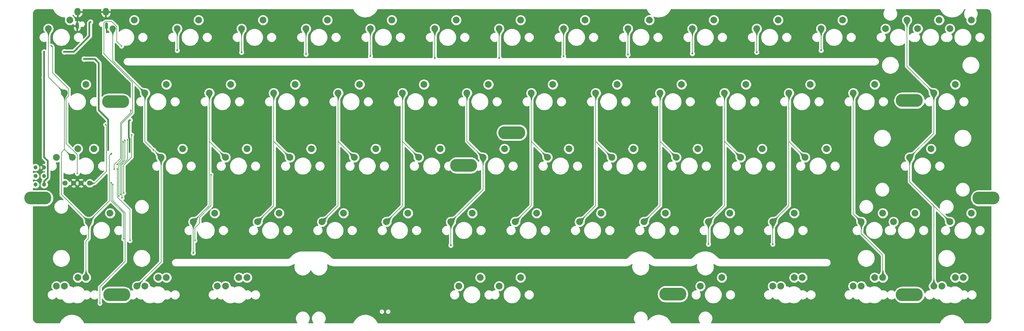
<source format=gbr>
G04 #@! TF.GenerationSoftware,KiCad,Pcbnew,(5.1.8)-1*
G04 #@! TF.CreationDate,2021-01-12T12:44:19+07:00*
G04 #@! TF.ProjectId,PCB-Common60,5043422d-436f-46d6-9d6f-6e36302e6b69,2*
G04 #@! TF.SameCoordinates,Original*
G04 #@! TF.FileFunction,Copper,L1,Top*
G04 #@! TF.FilePolarity,Positive*
%FSLAX46Y46*%
G04 Gerber Fmt 4.6, Leading zero omitted, Abs format (unit mm)*
G04 Created by KiCad (PCBNEW (5.1.8)-1) date 2021-01-12 12:44:19*
%MOMM*%
%LPD*%
G01*
G04 APERTURE LIST*
G04 #@! TA.AperFunction,ComponentPad*
%ADD10C,0.310000*%
G04 #@! TD*
G04 #@! TA.AperFunction,ComponentPad*
%ADD11C,1.500000*%
G04 #@! TD*
G04 #@! TA.AperFunction,SMDPad,CuDef*
%ADD12O,7.400000X3.300000*%
G04 #@! TD*
G04 #@! TA.AperFunction,ComponentPad*
%ADD13O,8.000000X3.800000*%
G04 #@! TD*
G04 #@! TA.AperFunction,ComponentPad*
%ADD14C,0.400000*%
G04 #@! TD*
G04 #@! TA.AperFunction,ComponentPad*
%ADD15C,2.000000*%
G04 #@! TD*
G04 #@! TA.AperFunction,ComponentPad*
%ADD16C,1.850000*%
G04 #@! TD*
G04 #@! TA.AperFunction,ComponentPad*
%ADD17C,1.200000*%
G04 #@! TD*
G04 #@! TA.AperFunction,ComponentPad*
%ADD18O,1.800000X2.300000*%
G04 #@! TD*
G04 #@! TA.AperFunction,ComponentPad*
%ADD19O,0.900000X2.000000*%
G04 #@! TD*
G04 #@! TA.AperFunction,ComponentPad*
%ADD20O,1.000000X2.100000*%
G04 #@! TD*
G04 #@! TA.AperFunction,ViaPad*
%ADD21C,0.600000*%
G04 #@! TD*
G04 #@! TA.AperFunction,ViaPad*
%ADD22C,0.400000*%
G04 #@! TD*
G04 #@! TA.AperFunction,ViaPad*
%ADD23C,0.500000*%
G04 #@! TD*
G04 #@! TA.AperFunction,Conductor*
%ADD24C,0.500000*%
G04 #@! TD*
G04 #@! TA.AperFunction,Conductor*
%ADD25C,0.150000*%
G04 #@! TD*
G04 #@! TA.AperFunction,Conductor*
%ADD26C,0.200000*%
G04 #@! TD*
G04 #@! TA.AperFunction,Conductor*
%ADD27C,0.254000*%
G04 #@! TD*
G04 #@! TA.AperFunction,Conductor*
%ADD28C,0.100000*%
G04 #@! TD*
G04 #@! TA.AperFunction,Conductor*
%ADD29C,0.025400*%
G04 #@! TD*
G04 APERTURE END LIST*
D10*
X94852639Y-81166107D03*
X96714459Y-81163567D03*
D11*
X5872900Y-43180160D03*
X8412900Y-43180160D03*
D12*
X273593988Y-47599999D03*
D13*
X273593988Y-47599999D03*
D14*
X273593988Y-46012499D03*
X274863988Y-46012499D03*
X272323988Y-46012499D03*
X273593988Y-49187499D03*
X274863988Y-49187499D03*
X272323988Y-49187499D03*
D12*
X133299999Y-28225000D03*
D13*
X133299999Y-28225000D03*
D14*
X133299999Y-26637500D03*
X134569999Y-26637500D03*
X132029999Y-26637500D03*
X133299999Y-29812500D03*
X134569999Y-29812500D03*
X132029999Y-29812500D03*
D12*
X250900000Y-18702049D03*
D13*
X250900000Y-18702049D03*
D14*
X250900000Y-17114549D03*
X252170000Y-17114549D03*
X249630000Y-17114549D03*
X250900000Y-20289549D03*
X252170000Y-20289549D03*
X249630000Y-20289549D03*
D12*
X250905000Y-76200072D03*
D13*
X250905000Y-76200072D03*
D14*
X250905000Y-74612572D03*
X252175000Y-74612572D03*
X249635000Y-74612572D03*
X250905000Y-77787572D03*
X252175000Y-77787572D03*
X249635000Y-77787572D03*
D12*
X180925159Y-76000000D03*
D13*
X180925159Y-76000000D03*
D14*
X180925159Y-74412500D03*
X182195159Y-74412500D03*
X179655159Y-74412500D03*
X180925159Y-77587500D03*
X182195159Y-77587500D03*
X179655159Y-77587500D03*
D12*
X16400000Y-76200072D03*
D13*
X16400000Y-76200072D03*
D14*
X16400000Y-74612572D03*
X17670000Y-74612572D03*
X15130000Y-74612572D03*
X16400000Y-77787572D03*
X17670000Y-77787572D03*
X15130000Y-77787572D03*
D12*
X-6893748Y-47599999D03*
D13*
X-6893748Y-47599999D03*
D14*
X-6893748Y-46012499D03*
X-5623748Y-46012499D03*
X-8163748Y-46012499D03*
X-6893748Y-49187499D03*
X-5623748Y-49187499D03*
X-8163748Y-49187499D03*
D12*
X119062120Y-37900039D03*
D13*
X119062120Y-37900039D03*
D14*
X119062120Y-36312539D03*
X120332120Y-36312539D03*
X117792120Y-36312539D03*
X119062120Y-39487539D03*
X120332120Y-39487539D03*
X117792120Y-39487539D03*
D12*
X16082010Y-19050024D03*
D13*
X16082010Y-19050024D03*
D14*
X16082010Y-17462524D03*
X17352010Y-17462524D03*
X14812010Y-17462524D03*
X16082010Y-20637524D03*
X17352010Y-20637524D03*
X14812010Y-20637524D03*
D15*
X260508075Y-73660000D03*
X266858075Y-71120000D03*
X236696380Y-73660320D03*
X243046380Y-71120320D03*
X212883780Y-73660320D03*
X219233780Y-71120320D03*
X24764240Y-73660320D03*
X31114240Y-71120320D03*
X189071180Y-73660320D03*
X195421180Y-71120320D03*
X117633380Y-73660320D03*
X123983380Y-71120320D03*
X210502520Y-73660320D03*
X216852520Y-71120320D03*
X262890240Y-54610240D03*
X269240240Y-52070240D03*
X246221420Y-54610240D03*
X252571420Y-52070240D03*
X250983940Y-35560160D03*
X257333940Y-33020160D03*
X258127720Y-16510080D03*
X264477720Y-13970080D03*
X253366080Y2540000D03*
X259716080Y5080000D03*
X48576840Y-73660320D03*
X54926840Y-71120320D03*
X234315120Y-16510080D03*
X240665120Y-13970080D03*
X224790960Y2540000D03*
X231140960Y5080000D03*
X258127720Y-73660320D03*
X264477720Y-71120320D03*
X-1429620Y-73660320D03*
X4920380Y-71120320D03*
X210502520Y-54610240D03*
X216852520Y-52070240D03*
X220027560Y-35560160D03*
X226377560Y-33020160D03*
X215265040Y-16510080D03*
X221615040Y-13970080D03*
X205740000Y2540000D03*
X212090000Y5080000D03*
X234315120Y-73660320D03*
X240665120Y-71120320D03*
X191452440Y-54610240D03*
X197802440Y-52070240D03*
X200977480Y-35560160D03*
X207327480Y-33020160D03*
X196214960Y-16510080D03*
X202564960Y-13970080D03*
X186690800Y2540000D03*
X193040800Y5080000D03*
X236696380Y-54610240D03*
X243046380Y-52070240D03*
X172402360Y-54610240D03*
X178752360Y-52070240D03*
X181927400Y-35560160D03*
X188277400Y-33020160D03*
X177164880Y-16510080D03*
X183514880Y-13970080D03*
X167640720Y2540000D03*
X173990720Y5080000D03*
X243841040Y2540000D03*
X250191040Y5080000D03*
X262890000Y2540000D03*
X269240000Y5080000D03*
X153352280Y-54610240D03*
X159702280Y-52070240D03*
X162877320Y-35560160D03*
X169227320Y-33020160D03*
X158114800Y-16510080D03*
X164464800Y-13970080D03*
X148590640Y2540000D03*
X154940640Y5080000D03*
X134302200Y-54610240D03*
X140652200Y-52070240D03*
X143827240Y-35560160D03*
X150177240Y-33020160D03*
X139064720Y-16510080D03*
X145414720Y-13970080D03*
X129540560Y2540000D03*
X135890560Y5080000D03*
X129539680Y-73660320D03*
X135889680Y-71120320D03*
X115252120Y-54610240D03*
X121602120Y-52070240D03*
X124777160Y-35560160D03*
X131127160Y-33020160D03*
X120014640Y-16510080D03*
X126364640Y-13970080D03*
X110490480Y2540000D03*
X116840480Y5080000D03*
X96202040Y-54610240D03*
X102552040Y-52070240D03*
X105727080Y-35560160D03*
X112077080Y-33020160D03*
X100964560Y-16510080D03*
X107314560Y-13970080D03*
X91440400Y2540000D03*
X97790400Y5080000D03*
X77151960Y-54610240D03*
X83501960Y-52070240D03*
X86677000Y-35560160D03*
X93027000Y-33020160D03*
X81914480Y-16510080D03*
X88264480Y-13970080D03*
X72390320Y2540000D03*
X78740320Y5080000D03*
X58101880Y-54610240D03*
X64451880Y-52070240D03*
X67626920Y-35560160D03*
X73976920Y-33020160D03*
X62864400Y-16510080D03*
X69214400Y-13970080D03*
X53340240Y2540000D03*
X59690240Y5080000D03*
X46195580Y-73660320D03*
X52545580Y-71120320D03*
X39051800Y-54610240D03*
X45401800Y-52070240D03*
X48576840Y-35560160D03*
X54926840Y-33020160D03*
X43814320Y-16510080D03*
X50164320Y-13970080D03*
X34290160Y2540000D03*
X40640160Y5080000D03*
X22382980Y-73660320D03*
X28732980Y-71120320D03*
X29526760Y-35560160D03*
X35876760Y-33020160D03*
X24764240Y-16510080D03*
X31114240Y-13970080D03*
D16*
X15240080Y2540000D03*
D15*
X21590080Y5080000D03*
X951640Y-73660320D03*
X7301640Y-71120320D03*
X8095420Y-54610240D03*
X14445420Y-52070240D03*
X3332900Y-35560160D03*
X9682900Y-33020160D03*
X-1429620Y-35560160D03*
X4920380Y-33020160D03*
X952500Y-16510000D03*
X7302500Y-13970000D03*
X-3810000Y2540000D03*
X2540000Y5080000D03*
D17*
X-5066791Y-38539027D03*
X-7606791Y-38539027D03*
X-5066791Y-41079027D03*
X-7606791Y-41079027D03*
X-5066791Y-43619027D03*
X-7606791Y-43619027D03*
D18*
X13207320Y7549840D03*
X4867320Y7549840D03*
D19*
X13357320Y3369840D03*
D20*
X4717320Y3369840D03*
D11*
X1110380Y-43180160D03*
X3650380Y-43180160D03*
D21*
X25240810Y-35678040D03*
X19355730Y-40863440D03*
X34303630Y-49918540D03*
X32812650Y-49918540D03*
X33539090Y-49918540D03*
X30577450Y-49918540D03*
X32068430Y-49918540D03*
X31303890Y-49918540D03*
X27601480Y-49140390D03*
X28379630Y-49918540D03*
X26864880Y-48403790D03*
X22637799Y-27372607D03*
X20781059Y-36686787D03*
X3509059Y-6300767D03*
X10920779Y-35840967D03*
X10310369Y-6824007D03*
X6752250Y-6421042D03*
X20321319Y-24502407D03*
X20245119Y-33905487D03*
X13928139Y-33328907D03*
D22*
X-2935310Y-2537380D03*
X4738030Y-40299560D03*
X17844430Y-2641520D03*
X16481343Y-37623293D03*
X15708290Y-39103220D03*
X20610470Y-21590400D03*
X16576310Y-38942540D03*
X20338710Y-60165560D03*
X39551800Y-60165560D03*
X44314320Y-40640480D03*
X18433070Y-59690560D03*
X14768110Y-43014820D03*
X11421490Y-78740640D03*
X15243110Y-43489820D03*
D23*
X14817139Y-34421107D03*
X34290160Y-3878420D03*
X39051800Y-63821909D03*
X186684530Y-4828749D03*
X191449400Y-61227020D03*
X167640720Y-5127121D03*
X27299103Y-33332503D03*
D22*
X20840810Y-28878040D03*
X18476311Y-46107607D03*
X18844275Y-30466305D03*
X17526311Y-46582607D03*
D23*
X53340240Y-4442220D03*
X72390320Y-5004120D03*
X91440400Y-5569820D03*
X110489690Y-6131950D03*
X115247099Y-61554880D03*
X129539610Y-6131950D03*
X148589610Y-5636270D03*
X224788730Y-3878739D03*
X205738730Y-4428739D03*
X210502520Y-61227021D03*
D22*
X13111906Y-25826640D03*
X18337190Y-30911720D03*
X17049799Y-47057607D03*
X19622430Y-30256400D03*
X17999759Y-47583387D03*
D21*
X8635283Y4542493D03*
X887390Y-4305220D03*
X-5066791Y-4325119D03*
X-5066791Y-11849857D03*
D24*
X9907404Y-6421042D02*
X7176514Y-6421042D01*
X7176514Y-6421042D02*
X6752250Y-6421042D01*
X10310369Y-6824007D02*
X9907404Y-6421042D01*
X20272431Y-33878175D02*
X20245119Y-33905487D01*
X20272431Y-29944399D02*
X20272431Y-33878175D01*
X20021320Y-29693288D02*
X20272431Y-29944399D01*
X20321319Y-24502407D02*
X20021320Y-24802406D01*
X20021320Y-24802406D02*
X20021320Y-29693288D01*
X11143401Y-7657039D02*
X11143401Y-21598289D01*
X10310369Y-6824007D02*
X11143401Y-7657039D01*
X11143401Y-21598289D02*
X13928139Y-24383027D01*
X13928139Y-24383027D02*
X13928139Y-33328907D01*
D25*
X21085470Y-13361654D02*
X21085470Y-22313820D01*
X12632310Y-4908494D02*
X21085470Y-13361654D01*
X21085470Y-22313820D02*
X17862189Y-25537101D01*
X17844430Y-2641520D02*
X16440081Y-1237171D01*
X16440081Y-1237171D02*
X16440081Y3116001D01*
X16440081Y3116001D02*
X14911232Y4644850D01*
X14911232Y4644850D02*
X13057012Y4644850D01*
X13057012Y4644850D02*
X12632310Y4220148D01*
X12632310Y4220148D02*
X12632310Y-4908494D01*
X17862189Y-35900301D02*
X17862189Y-36242447D01*
X17862189Y-35900301D02*
X17862189Y-36172081D01*
X17862189Y-25537101D02*
X17862189Y-35900301D01*
X16481343Y-37623293D02*
X17698003Y-36406633D01*
X17862189Y-36242447D02*
X17698003Y-36406633D01*
X4738030Y-34724812D02*
X4738030Y-40299560D01*
X1474519Y-31461301D02*
X4738030Y-34724812D01*
X-2935310Y-2537380D02*
X-2560912Y-2911778D01*
X-2560912Y-2911778D02*
X-2560912Y-10558436D01*
X-2560912Y-10558436D02*
X2227501Y-15346849D01*
X2227501Y-15346849D02*
X2227501Y-17341005D01*
X2227501Y-17341005D02*
X1474519Y-18093987D01*
X1474519Y-18093987D02*
X1474519Y-31461301D01*
X17512179Y-25392123D02*
X20610470Y-22293832D01*
X20610470Y-22293832D02*
X20610470Y-21590400D01*
X15708290Y-39103220D02*
X15708290Y-37693344D01*
X17512179Y-35889455D02*
X17512179Y-25392123D01*
X15708290Y-37693344D02*
X17512179Y-35889455D01*
X39551800Y-60165560D02*
X39551800Y-56415330D01*
X39551800Y-56415330D02*
X40897470Y-55069660D01*
X40897470Y-55069660D02*
X40897470Y-53294914D01*
X40897470Y-53294914D02*
X44314320Y-49878064D01*
X44314320Y-49878064D02*
X44314320Y-40640480D01*
X20336170Y-60163020D02*
X20338710Y-60165560D01*
X20336170Y-51053920D02*
X20336170Y-60163020D01*
X16565849Y-47283599D02*
X20336170Y-51053920D01*
X16565849Y-40704279D02*
X16565849Y-47283599D01*
X16576310Y-38942540D02*
X16576310Y-40693818D01*
X16576310Y-40693818D02*
X16565849Y-40704279D01*
X18433070Y-52003240D02*
X18433070Y-59690560D01*
X14768110Y-48338280D02*
X18433070Y-52003240D01*
X14768110Y-43014820D02*
X14768110Y-43532600D01*
X14768110Y-43532600D02*
X14768110Y-48338280D01*
X11421490Y-73875100D02*
X11421490Y-78740640D01*
X18908071Y-66388519D02*
X11421490Y-73875100D01*
X15243110Y-48318292D02*
X18908071Y-51983253D01*
X18908071Y-51983253D02*
X18908071Y-66388519D01*
X15243110Y-43772662D02*
X15243110Y-44208980D01*
X15243110Y-43489820D02*
X15243110Y-43772662D01*
X15243110Y-44208980D02*
X15243110Y-48318292D01*
D26*
X-3810000Y-11747500D02*
X952500Y-16510000D01*
X-3810000Y2540000D02*
X-3810000Y-11747500D01*
X952500Y-33179760D02*
X3332900Y-35560160D01*
X952500Y-31170570D02*
X952500Y-33179760D01*
X952500Y-16510000D02*
X952500Y-31170570D01*
X952500Y-33182250D02*
X952500Y-31170570D01*
X60379Y-34074371D02*
X952500Y-33182250D01*
X60379Y-46575199D02*
X60379Y-34074371D01*
X8095420Y-54610240D02*
X60379Y-46575199D01*
X7301640Y-60358750D02*
X8095420Y-59564970D01*
X7301640Y-71120320D02*
X7301640Y-60358750D01*
X8095420Y-54610240D02*
X8095420Y-59564970D01*
X14567140Y-34671106D02*
X14817139Y-34421107D01*
X14268110Y-34970136D02*
X14567140Y-34671106D01*
X14268110Y-48437550D02*
X14268110Y-34970136D01*
X8095420Y-54610240D02*
X14268110Y-48437550D01*
X34290160Y2540000D02*
X34290160Y-3878420D01*
X43814320Y-30797640D02*
X48576840Y-35560160D01*
X43814320Y-49847720D02*
X39051800Y-54610240D01*
X43814320Y-27701830D02*
X43814320Y-49847720D01*
X43814320Y-27701830D02*
X43814320Y-30797640D01*
X43814320Y-16510080D02*
X43814320Y-27701830D01*
X39051800Y-54610240D02*
X39051800Y-63821909D01*
X186690800Y-4822479D02*
X186684530Y-4828749D01*
X186690800Y-4089580D02*
X186690800Y-4822479D01*
X186690800Y2540000D02*
X186690800Y-4089580D01*
X196214960Y-30797640D02*
X200977480Y-35560160D01*
X196214960Y-49847720D02*
X191452440Y-54610240D01*
X196214960Y-28489950D02*
X196214960Y-49847720D01*
X196214960Y-28489950D02*
X196214960Y-30797640D01*
X196214960Y-16510080D02*
X196214960Y-28489950D01*
X191452440Y-54610240D02*
X191452440Y-61223980D01*
X191452440Y-61223980D02*
X191449400Y-61227020D01*
X167640720Y-5147542D02*
X167640720Y-5127121D01*
X167640720Y2540000D02*
X167640720Y-5147542D01*
X177164880Y-30797640D02*
X181927400Y-35560160D01*
X177164880Y-49847720D02*
X172402360Y-54610240D01*
X177164880Y-30125790D02*
X177164880Y-49847720D01*
X177164880Y-30125790D02*
X177164880Y-30797640D01*
X177164880Y-16510080D02*
X177164880Y-30125790D01*
X29526760Y-66516540D02*
X22382980Y-73660320D01*
X29526760Y-35560160D02*
X29526760Y-66516540D01*
X15240080Y-6985920D02*
X24764240Y-16510080D01*
X15240080Y2540000D02*
X15240080Y-6985920D01*
X24764240Y-30797640D02*
X29526760Y-35560160D01*
X24764240Y-16510080D02*
X24764240Y-30797640D01*
D25*
X20840810Y-35420104D02*
X18476311Y-37784603D01*
X20840810Y-28878040D02*
X20840810Y-35420104D01*
X18476311Y-45801879D02*
X18476311Y-46107607D01*
X18476311Y-37784603D02*
X18476311Y-45801879D01*
X18844275Y-36426663D02*
X18844275Y-30466305D01*
X17526311Y-37744627D02*
X18844275Y-36426663D01*
X17526311Y-44356055D02*
X17526311Y-45225259D01*
X17526311Y-44356055D02*
X17526311Y-37744627D01*
X17526311Y-45225259D02*
X17526311Y-46582607D01*
D26*
X53340240Y2540000D02*
X53340240Y-4442220D01*
X62864400Y-30797640D02*
X67626920Y-35560160D01*
X62864400Y-49847720D02*
X58101880Y-54610240D01*
X62864400Y-30109830D02*
X62864400Y-49847720D01*
X62864400Y-30109830D02*
X62864400Y-30797640D01*
X62864400Y-16510080D02*
X62864400Y-30109830D01*
X72390320Y2540000D02*
X72390320Y-5004120D01*
X81914480Y-30797640D02*
X86677000Y-35560160D01*
X81914480Y-29994110D02*
X81914480Y-30797640D01*
X81914480Y-16510080D02*
X81914480Y-29994110D01*
X81914480Y-49847720D02*
X77151960Y-54610240D01*
X81914480Y-29994110D02*
X81914480Y-49847720D01*
X91440400Y2540000D02*
X91440400Y-5569820D01*
X100964560Y-30797640D02*
X105727080Y-35560160D01*
X100964560Y-49847720D02*
X96202040Y-54610240D01*
X100964560Y-29642630D02*
X100964560Y-49847720D01*
X100964560Y-29642630D02*
X100964560Y-30797640D01*
X100964560Y-16510080D02*
X100964560Y-29642630D01*
X110490480Y2540000D02*
X110490480Y-6131160D01*
X110490480Y-6131160D02*
X110489690Y-6131950D01*
X120014640Y-30797640D02*
X124777160Y-35560160D01*
X120014640Y-29058510D02*
X120014640Y-30797640D01*
X120014640Y-16510080D02*
X120014640Y-29058510D01*
X124777160Y-45085200D02*
X118930060Y-50932300D01*
X124777160Y-35560160D02*
X124777160Y-45085200D01*
X118930060Y-50932300D02*
X115252120Y-54610240D01*
X115252120Y-54610240D02*
X115252120Y-61549859D01*
X115252120Y-61549859D02*
X115247099Y-61554880D01*
X129540560Y2540000D02*
X129540560Y-6131000D01*
X129540560Y-6131000D02*
X129539610Y-6131950D01*
X139064720Y-30797640D02*
X143827240Y-35560160D01*
X139064720Y-49847720D02*
X134302200Y-54610240D01*
X139064720Y-28538450D02*
X139064720Y-49847720D01*
X139064720Y-28538450D02*
X139064720Y-30797640D01*
X139064720Y-16510080D02*
X139064720Y-28538450D01*
X148590640Y2540000D02*
X148590640Y-5635240D01*
X148590640Y-5635240D02*
X148589610Y-5636270D01*
X158114800Y-30797640D02*
X162877320Y-35560160D01*
X158114800Y-49847720D02*
X153352280Y-54610240D01*
X158114800Y-29663590D02*
X158114800Y-49847720D01*
X158114800Y-29663590D02*
X158114800Y-30797640D01*
X158114800Y-16510080D02*
X158114800Y-29663590D01*
X250191040Y5080000D02*
X250191040Y-8573400D01*
X250191040Y-8573400D02*
X250639015Y-9021375D01*
X250639015Y-9021375D02*
X258127720Y-16510080D01*
X250983940Y-35560160D02*
X250983940Y-42703940D01*
X258127720Y-49847720D02*
X256648585Y-48368585D01*
X258127720Y-73660320D02*
X258127720Y-49847720D01*
X250983940Y-42703940D02*
X256648585Y-48368585D01*
X256648585Y-48368585D02*
X262890240Y-54610240D01*
X258127720Y-28416380D02*
X250983940Y-35560160D01*
X258127720Y-16510080D02*
X258127720Y-28416380D01*
X224790960Y2540000D02*
X224790960Y-3876509D01*
X224790960Y-3876509D02*
X224788730Y-3878739D01*
X234315120Y-52228980D02*
X236696380Y-54610240D01*
X234315120Y-41123330D02*
X234315120Y-52228980D01*
X234315120Y-16510080D02*
X234315120Y-41123330D01*
X236696380Y-58091810D02*
X243046380Y-64441810D01*
X236696380Y-54610240D02*
X236696380Y-58091810D01*
X243046380Y-64441810D02*
X243046380Y-71120320D01*
X205740000Y2540000D02*
X205740000Y-4427469D01*
X205740000Y-4427469D02*
X205738730Y-4428739D01*
X215265040Y-30797640D02*
X220027560Y-35560160D01*
X215265040Y-49847720D02*
X210502520Y-54610240D01*
X215265040Y-26622970D02*
X215265040Y-49847720D01*
X215265040Y-26622970D02*
X215265040Y-30797640D01*
X215265040Y-16510080D02*
X215265040Y-26622970D01*
X210502520Y-54610240D02*
X210502520Y-61376431D01*
D25*
X9897824Y-43180160D02*
X8412900Y-43180160D01*
X13348801Y-39729183D02*
X9897824Y-43180160D01*
X13348801Y-26063535D02*
X13348801Y-39729183D01*
X13111906Y-25826640D02*
X13348801Y-26063535D01*
X18337190Y-30911720D02*
X18337190Y-36438760D01*
X17051311Y-37724639D02*
X17051311Y-38714539D01*
X18337190Y-36438760D02*
X17051311Y-37724639D01*
X17051311Y-38714539D02*
X17051311Y-44188919D01*
X17051311Y-47056095D02*
X17049799Y-47057607D01*
X17051311Y-44759935D02*
X17051311Y-47056095D01*
X17051311Y-44759935D02*
X17051311Y-45003775D01*
X17051311Y-44188919D02*
X17051311Y-44759935D01*
X19622430Y-30256400D02*
X19622430Y-36143496D01*
X19622430Y-36143496D02*
X19194283Y-36571643D01*
X19194283Y-36571643D02*
X18001311Y-37764615D01*
X18001311Y-44206175D02*
X18001311Y-44838635D01*
X18001311Y-37764615D02*
X18001311Y-44206175D01*
X18001311Y-44206175D02*
X18001311Y-47581835D01*
X18001311Y-47581835D02*
X17999759Y-47583387D01*
D24*
X8335284Y4242494D02*
X8335284Y323274D01*
X8635283Y4542493D02*
X8335284Y4242494D01*
X8335284Y323274D02*
X3706790Y-4305220D01*
X3706790Y-4305220D02*
X887390Y-4305220D01*
X-4000521Y-36583847D02*
X-5066791Y-35517577D01*
X-4000521Y-41566759D02*
X-4000521Y-36583847D01*
X-5066791Y-42633029D02*
X-4000521Y-41566759D01*
X-5066791Y-43619027D02*
X-5066791Y-42633029D01*
X-5066791Y-35517577D02*
X-5066791Y-11849857D01*
X-5066791Y-11849857D02*
X-5066791Y-4325119D01*
D27*
X273946591Y8245329D02*
X274183782Y8173717D01*
X274402545Y8057398D01*
X274594551Y7900801D01*
X274752483Y7709895D01*
X274870326Y7491948D01*
X274943592Y7255265D01*
X274973009Y6975384D01*
X274973008Y-45072999D01*
X271369846Y-45072999D01*
X270998609Y-45109563D01*
X270522268Y-45254059D01*
X270083269Y-45488709D01*
X269698483Y-45804494D01*
X269382698Y-46189280D01*
X269148048Y-46628279D01*
X269003552Y-47104620D01*
X268954761Y-47599999D01*
X269003552Y-48095378D01*
X269148048Y-48571719D01*
X269382698Y-49010718D01*
X269698483Y-49395504D01*
X270083269Y-49711289D01*
X270522268Y-49945939D01*
X270998609Y-50090435D01*
X271369846Y-50126999D01*
X274973008Y-50126999D01*
X274973008Y-83164455D01*
X274945344Y-83446589D01*
X274873732Y-83683781D01*
X274757414Y-83902545D01*
X274600816Y-84094552D01*
X274409913Y-84252481D01*
X274191963Y-84370326D01*
X273955279Y-84443592D01*
X273675407Y-84473008D01*
X267228907Y-84473008D01*
X267217091Y-84441362D01*
X267212566Y-84432276D01*
X266927210Y-83869189D01*
X266891819Y-83813583D01*
X266857232Y-83757526D01*
X266851028Y-83749491D01*
X266461737Y-83252555D01*
X266416240Y-83204904D01*
X266371403Y-83156610D01*
X266363756Y-83149933D01*
X265885356Y-82738074D01*
X265831468Y-82700165D01*
X265778107Y-82661502D01*
X265769309Y-82656437D01*
X265220023Y-82345344D01*
X265159784Y-82318618D01*
X265099943Y-82291062D01*
X265090329Y-82287803D01*
X264491079Y-82089325D01*
X264426805Y-82074810D01*
X264362742Y-82059400D01*
X264352680Y-82058071D01*
X264352678Y-82058071D01*
X263726290Y-81979768D01*
X263660456Y-81978015D01*
X263594586Y-81975340D01*
X263584456Y-81975990D01*
X262954788Y-82020845D01*
X262889856Y-82031914D01*
X262824731Y-82042083D01*
X262814920Y-82044689D01*
X262205956Y-82210992D01*
X262144422Y-82234458D01*
X262082501Y-82257087D01*
X262073383Y-82261549D01*
X261508318Y-82542967D01*
X261452503Y-82577945D01*
X261396168Y-82612163D01*
X261388091Y-82618311D01*
X260888448Y-83004124D01*
X260840469Y-83049297D01*
X260791875Y-83093786D01*
X260785145Y-83101386D01*
X260369956Y-83576899D01*
X260331650Y-83630552D01*
X260292638Y-83683611D01*
X260287512Y-83692373D01*
X259972592Y-84239473D01*
X259945429Y-84299562D01*
X259917473Y-84359172D01*
X259914147Y-84368763D01*
X259878811Y-84473006D01*
X192262747Y-84473009D01*
X192443041Y-84203180D01*
X192605187Y-83811723D01*
X192687849Y-83396154D01*
X192687849Y-82972444D01*
X192605187Y-82556875D01*
X192443041Y-82165418D01*
X192207640Y-81813116D01*
X191908032Y-81513508D01*
X191555730Y-81278107D01*
X191164273Y-81115961D01*
X190748704Y-81033299D01*
X190324994Y-81033299D01*
X189909425Y-81115961D01*
X189517968Y-81278107D01*
X189165666Y-81513508D01*
X188866058Y-81813116D01*
X188630657Y-82165418D01*
X188468511Y-82556875D01*
X188385849Y-82972444D01*
X188385849Y-83396154D01*
X188468511Y-83811723D01*
X188630657Y-84203180D01*
X188810951Y-84473009D01*
X180428908Y-84473009D01*
X180417091Y-84441361D01*
X180412566Y-84432275D01*
X180127210Y-83869188D01*
X180091828Y-83813597D01*
X180057232Y-83757525D01*
X180051028Y-83749490D01*
X179661736Y-83252554D01*
X179616221Y-83204883D01*
X179571401Y-83156608D01*
X179563754Y-83149931D01*
X179085355Y-82738074D01*
X179031461Y-82700161D01*
X178978104Y-82661501D01*
X178969307Y-82656437D01*
X178420021Y-82345345D01*
X178359782Y-82318619D01*
X178299942Y-82291063D01*
X178290328Y-82287804D01*
X177691078Y-82089326D01*
X177626804Y-82074811D01*
X177562741Y-82059401D01*
X177552679Y-82058072D01*
X177552677Y-82058072D01*
X176926289Y-81979769D01*
X176860452Y-81978016D01*
X176794584Y-81975341D01*
X176784454Y-81975992D01*
X176154785Y-82020847D01*
X176089836Y-82031919D01*
X176024730Y-82042085D01*
X176014921Y-82044691D01*
X176014918Y-82044691D01*
X176014915Y-82044692D01*
X175405955Y-82210994D01*
X175344434Y-82234455D01*
X175282499Y-82257089D01*
X175273381Y-82261551D01*
X174708317Y-82542969D01*
X174652474Y-82577965D01*
X174596167Y-82612166D01*
X174588089Y-82618314D01*
X174088448Y-83004128D01*
X174040508Y-83049265D01*
X173991875Y-83093789D01*
X173985145Y-83101389D01*
X173569956Y-83576902D01*
X173531650Y-83630555D01*
X173501552Y-83671490D01*
X173556300Y-83396254D01*
X173556300Y-82972544D01*
X173473638Y-82556975D01*
X173311492Y-82165518D01*
X173076091Y-81813216D01*
X172776483Y-81513608D01*
X172424181Y-81278207D01*
X172032724Y-81116061D01*
X171617155Y-81033399D01*
X171193445Y-81033399D01*
X170777876Y-81116061D01*
X170386419Y-81278207D01*
X170034117Y-81513608D01*
X169734509Y-81813216D01*
X169499108Y-82165518D01*
X169336962Y-82556975D01*
X169254300Y-82972544D01*
X169254300Y-83396254D01*
X169336962Y-83811823D01*
X169499108Y-84203280D01*
X169679334Y-84473006D01*
X93628907Y-84473009D01*
X93617090Y-84441360D01*
X93612565Y-84432273D01*
X93327208Y-83869188D01*
X93291835Y-83813609D01*
X93257231Y-83757525D01*
X93251027Y-83749490D01*
X92861735Y-83252554D01*
X92816223Y-83204886D01*
X92771401Y-83156609D01*
X92763754Y-83149932D01*
X92285354Y-82738073D01*
X92231466Y-82700164D01*
X92178103Y-82661500D01*
X92169305Y-82656436D01*
X91620018Y-82345344D01*
X91559794Y-82318624D01*
X91499940Y-82291062D01*
X91490326Y-82287803D01*
X90891076Y-82089325D01*
X90826802Y-82074810D01*
X90762739Y-82059400D01*
X90752677Y-82058071D01*
X90752675Y-82058071D01*
X90126286Y-81979768D01*
X90060449Y-81978015D01*
X89994581Y-81975340D01*
X89984451Y-81975991D01*
X89354782Y-82020846D01*
X89289844Y-82031916D01*
X89224726Y-82042084D01*
X89214915Y-82044690D01*
X88605951Y-82210994D01*
X88544395Y-82234469D01*
X88482497Y-82257089D01*
X88473379Y-82261551D01*
X87908314Y-82542969D01*
X87852499Y-82577947D01*
X87796164Y-82612165D01*
X87788087Y-82618313D01*
X87288444Y-83004126D01*
X87240462Y-83049302D01*
X87191870Y-83093789D01*
X87185140Y-83101389D01*
X86769952Y-83576903D01*
X86731680Y-83630509D01*
X86692633Y-83683615D01*
X86687508Y-83692377D01*
X86372588Y-84239478D01*
X86345457Y-84299496D01*
X86317468Y-84359177D01*
X86314142Y-84368768D01*
X86278807Y-84473008D01*
X77926021Y-84473008D01*
X78105632Y-84204201D01*
X78267778Y-83812744D01*
X78350440Y-83397175D01*
X78350440Y-82973465D01*
X78267778Y-82557896D01*
X78105632Y-82166439D01*
X77870231Y-81814137D01*
X77570623Y-81514529D01*
X77218321Y-81279128D01*
X76826864Y-81116982D01*
X76686627Y-81089087D01*
X94070639Y-81089087D01*
X94070639Y-81243127D01*
X94100691Y-81394208D01*
X94159639Y-81536523D01*
X94245220Y-81664603D01*
X94354143Y-81773526D01*
X94482223Y-81859107D01*
X94624538Y-81918055D01*
X94775619Y-81948107D01*
X94929659Y-81948107D01*
X95080740Y-81918055D01*
X95223055Y-81859107D01*
X95351135Y-81773526D01*
X95460058Y-81664603D01*
X95545639Y-81536523D01*
X95604587Y-81394208D01*
X95634639Y-81243127D01*
X95634639Y-81089087D01*
X95634134Y-81086547D01*
X95932459Y-81086547D01*
X95932459Y-81240587D01*
X95962511Y-81391668D01*
X96021459Y-81533983D01*
X96107040Y-81662063D01*
X96215963Y-81770986D01*
X96344043Y-81856567D01*
X96486358Y-81915515D01*
X96637439Y-81945567D01*
X96791479Y-81945567D01*
X96942560Y-81915515D01*
X97084875Y-81856567D01*
X97212955Y-81770986D01*
X97321878Y-81662063D01*
X97407459Y-81533983D01*
X97466407Y-81391668D01*
X97496459Y-81240587D01*
X97496459Y-81086547D01*
X97466407Y-80935466D01*
X97407459Y-80793151D01*
X97321878Y-80665071D01*
X97212955Y-80556148D01*
X97084875Y-80470567D01*
X96942560Y-80411619D01*
X96791479Y-80381567D01*
X96637439Y-80381567D01*
X96486358Y-80411619D01*
X96344043Y-80470567D01*
X96215963Y-80556148D01*
X96107040Y-80665071D01*
X96021459Y-80793151D01*
X95962511Y-80935466D01*
X95932459Y-81086547D01*
X95634134Y-81086547D01*
X95604587Y-80938006D01*
X95545639Y-80795691D01*
X95460058Y-80667611D01*
X95351135Y-80558688D01*
X95223055Y-80473107D01*
X95080740Y-80414159D01*
X94929659Y-80384107D01*
X94775619Y-80384107D01*
X94624538Y-80414159D01*
X94482223Y-80473107D01*
X94354143Y-80558688D01*
X94245220Y-80667611D01*
X94159639Y-80795691D01*
X94100691Y-80938006D01*
X94070639Y-81089087D01*
X76686627Y-81089087D01*
X76411295Y-81034320D01*
X75987585Y-81034320D01*
X75572016Y-81116982D01*
X75180559Y-81279128D01*
X74828257Y-81514529D01*
X74528649Y-81814137D01*
X74293248Y-82166439D01*
X74131102Y-82557896D01*
X74048440Y-82973465D01*
X74048440Y-83397175D01*
X74131102Y-83812744D01*
X74293248Y-84204201D01*
X74472859Y-84473008D01*
X73163501Y-84473008D01*
X73343112Y-84204201D01*
X73505258Y-83812744D01*
X73587920Y-83397175D01*
X73587920Y-82973465D01*
X73505258Y-82557896D01*
X73343112Y-82166439D01*
X73107711Y-81814137D01*
X72808103Y-81514529D01*
X72455801Y-81279128D01*
X72064344Y-81116982D01*
X71648775Y-81034320D01*
X71225065Y-81034320D01*
X70809496Y-81116982D01*
X70418039Y-81279128D01*
X70065737Y-81514529D01*
X69766129Y-81814137D01*
X69530728Y-82166439D01*
X69368582Y-82557896D01*
X69285920Y-82973465D01*
X69285920Y-83397175D01*
X69368582Y-83812744D01*
X69530728Y-84204201D01*
X69710339Y-84473008D01*
X6828907Y-84473008D01*
X6817091Y-84441362D01*
X6812566Y-84432276D01*
X6527210Y-83869189D01*
X6491828Y-83813598D01*
X6457232Y-83757526D01*
X6451028Y-83749491D01*
X6061736Y-83252555D01*
X6016257Y-83204922D01*
X5971402Y-83156609D01*
X5963755Y-83149933D01*
X5485354Y-82738074D01*
X5431460Y-82700161D01*
X5378103Y-82661501D01*
X5369306Y-82656437D01*
X4820020Y-82345345D01*
X4759781Y-82318619D01*
X4699941Y-82291063D01*
X4690327Y-82287804D01*
X4091077Y-82089326D01*
X4026803Y-82074811D01*
X3962740Y-82059401D01*
X3952678Y-82058072D01*
X3952676Y-82058072D01*
X3326288Y-81979769D01*
X3260451Y-81978016D01*
X3194583Y-81975341D01*
X3184453Y-81975992D01*
X2554783Y-82020847D01*
X2489834Y-82031919D01*
X2424728Y-82042085D01*
X2414919Y-82044691D01*
X2414916Y-82044691D01*
X2414913Y-82044692D01*
X1805953Y-82210994D01*
X1744409Y-82234464D01*
X1682497Y-82257090D01*
X1673379Y-82261551D01*
X1108315Y-82542971D01*
X1052506Y-82577945D01*
X996166Y-82612166D01*
X988093Y-82618311D01*
X988087Y-82618315D01*
X988084Y-82618318D01*
X488446Y-83004127D01*
X440467Y-83049300D01*
X391873Y-83093789D01*
X385143Y-83101389D01*
X-30046Y-83576902D01*
X-68343Y-83630542D01*
X-107365Y-83683615D01*
X-112490Y-83692377D01*
X-427410Y-84239478D01*
X-454541Y-84299496D01*
X-482530Y-84359177D01*
X-485856Y-84368768D01*
X-521191Y-84473009D01*
X-6964439Y-84473007D01*
X-7246575Y-84445343D01*
X-7483763Y-84373732D01*
X-7702532Y-84257412D01*
X-7894535Y-84100818D01*
X-8052467Y-83909910D01*
X-8170309Y-83691965D01*
X-8243576Y-83455281D01*
X-8272992Y-83175401D01*
X-8272992Y-65147104D01*
X-2621780Y-65147104D01*
X-2621780Y-65663376D01*
X-2521060Y-66169728D01*
X-2323491Y-66646701D01*
X-2036666Y-67075966D01*
X-1671606Y-67441026D01*
X-1242341Y-67727851D01*
X-765368Y-67925420D01*
X-259016Y-68026140D01*
X257256Y-68026140D01*
X763608Y-67925420D01*
X1240581Y-67727851D01*
X1669846Y-67441026D01*
X2034906Y-67075966D01*
X2321731Y-66646701D01*
X2519300Y-66169728D01*
X2620020Y-65663376D01*
X2620020Y-65147104D01*
X2519300Y-64640752D01*
X2321731Y-64163779D01*
X2034906Y-63734514D01*
X1669846Y-63369454D01*
X1240581Y-63082629D01*
X763608Y-62885060D01*
X257256Y-62784340D01*
X-259016Y-62784340D01*
X-765368Y-62885060D01*
X-1242341Y-63082629D01*
X-1671606Y-63369454D01*
X-2036666Y-63734514D01*
X-2323491Y-64163779D01*
X-2521060Y-64640752D01*
X-2621780Y-65147104D01*
X-8272992Y-65147104D01*
X-8272992Y-50126999D01*
X-4669606Y-50126999D01*
X-4298369Y-50090435D01*
X-3822028Y-49945939D01*
X-3383029Y-49711289D01*
X-2998243Y-49395504D01*
X-2682458Y-49010718D01*
X-2447808Y-48571719D01*
X-2303312Y-48095378D01*
X-2254521Y-47599999D01*
X-2303312Y-47104620D01*
X-2447808Y-46628279D01*
X-2682458Y-46189280D01*
X-2998243Y-45804494D01*
X-3383029Y-45488709D01*
X-3822028Y-45254059D01*
X-4298369Y-45109563D01*
X-4669606Y-45072999D01*
X-8272992Y-45072999D01*
X-8272992Y-44649586D01*
X-8187993Y-44706380D01*
X-7964694Y-44798874D01*
X-7727640Y-44846027D01*
X-7485942Y-44846027D01*
X-7248888Y-44798874D01*
X-7025589Y-44706380D01*
X-6824624Y-44572100D01*
X-6653718Y-44401194D01*
X-6519438Y-44200229D01*
X-6426944Y-43976930D01*
X-6379791Y-43739876D01*
X-6379791Y-43498178D01*
X-6426944Y-43261124D01*
X-6519438Y-43037825D01*
X-6653718Y-42836860D01*
X-6824624Y-42665954D01*
X-7025589Y-42531674D01*
X-7248888Y-42439180D01*
X-7485942Y-42392027D01*
X-7727640Y-42392027D01*
X-7964694Y-42439180D01*
X-8187993Y-42531674D01*
X-8272992Y-42588468D01*
X-8272992Y-42109586D01*
X-8187993Y-42166380D01*
X-7964694Y-42258874D01*
X-7727640Y-42306027D01*
X-7485942Y-42306027D01*
X-7248888Y-42258874D01*
X-7025589Y-42166380D01*
X-6824624Y-42032100D01*
X-6653718Y-41861194D01*
X-6519438Y-41660229D01*
X-6426944Y-41436930D01*
X-6379791Y-41199876D01*
X-6379791Y-40958178D01*
X-6426944Y-40721124D01*
X-6519438Y-40497825D01*
X-6653718Y-40296860D01*
X-6824624Y-40125954D01*
X-7025589Y-39991674D01*
X-7248888Y-39899180D01*
X-7485942Y-39852027D01*
X-7727640Y-39852027D01*
X-7964694Y-39899180D01*
X-8187993Y-39991674D01*
X-8272992Y-40048468D01*
X-8272992Y-39569586D01*
X-8187993Y-39626380D01*
X-7964694Y-39718874D01*
X-7727640Y-39766027D01*
X-7485942Y-39766027D01*
X-7248888Y-39718874D01*
X-7025589Y-39626380D01*
X-6824624Y-39492100D01*
X-6653718Y-39321194D01*
X-6519438Y-39120229D01*
X-6426944Y-38896930D01*
X-6379791Y-38659876D01*
X-6379791Y-38617465D01*
X-6305286Y-38617465D01*
X-6266186Y-38857576D01*
X-6180993Y-39085445D01*
X-6140139Y-39161879D01*
X-5916555Y-39209186D01*
X-5246396Y-38539027D01*
X-5916555Y-37868868D01*
X-6140139Y-37916175D01*
X-6241028Y-38137543D01*
X-6296791Y-38374340D01*
X-6305286Y-38617465D01*
X-6379791Y-38617465D01*
X-6379791Y-38418178D01*
X-6426944Y-38181124D01*
X-6519438Y-37957825D01*
X-6653718Y-37756860D01*
X-6824624Y-37585954D01*
X-7025589Y-37451674D01*
X-7248888Y-37359180D01*
X-7485942Y-37312027D01*
X-7727640Y-37312027D01*
X-7964694Y-37359180D01*
X-8187993Y-37451674D01*
X-8272992Y-37508468D01*
X-8272992Y145560D01*
X-6557900Y145560D01*
X-6557900Y-145560D01*
X-6501105Y-431088D01*
X-6389698Y-700048D01*
X-6227960Y-942106D01*
X-6022106Y-1147960D01*
X-5780048Y-1309698D01*
X-5511088Y-1421105D01*
X-5225560Y-1477900D01*
X-4934440Y-1477900D01*
X-4648912Y-1421105D01*
X-4537000Y-1374749D01*
X-4537000Y-3564221D01*
X-4627692Y-3503623D01*
X-4796395Y-3433743D01*
X-4975490Y-3398119D01*
X-5158092Y-3398119D01*
X-5337187Y-3433743D01*
X-5505890Y-3503623D01*
X-5657719Y-3605071D01*
X-5786839Y-3734191D01*
X-5888287Y-3886020D01*
X-5958167Y-4054723D01*
X-5993791Y-4233818D01*
X-5993791Y-4416420D01*
X-5958167Y-4595515D01*
X-5943790Y-4630224D01*
X-5943791Y-11544755D01*
X-5958167Y-11579461D01*
X-5993791Y-11758556D01*
X-5993791Y-11941158D01*
X-5958167Y-12120253D01*
X-5943790Y-12154962D01*
X-5943791Y-35474497D01*
X-5948034Y-35517577D01*
X-5931101Y-35689499D01*
X-5895780Y-35805936D01*
X-5880953Y-35854813D01*
X-5799518Y-36007168D01*
X-5689924Y-36140710D01*
X-5656459Y-36168174D01*
X-4877520Y-36947113D01*
X-4877520Y-37314816D01*
X-4902104Y-37309027D01*
X-5145229Y-37300532D01*
X-5385340Y-37339632D01*
X-5613209Y-37424825D01*
X-5689643Y-37465679D01*
X-5736950Y-37689263D01*
X-5066791Y-38359422D01*
X-5052649Y-38345280D01*
X-4877520Y-38520408D01*
X-4877520Y-38529361D01*
X-4887186Y-38539027D01*
X-4877520Y-38548693D01*
X-4877520Y-38557646D01*
X-5052649Y-38732775D01*
X-5066791Y-38718632D01*
X-5736950Y-39388791D01*
X-5689643Y-39612375D01*
X-5468275Y-39713264D01*
X-5231478Y-39769027D01*
X-4988353Y-39777522D01*
X-4877521Y-39759474D01*
X-4877521Y-39865637D01*
X-4945942Y-39852027D01*
X-5187640Y-39852027D01*
X-5424694Y-39899180D01*
X-5647993Y-39991674D01*
X-5848958Y-40125954D01*
X-6019864Y-40296860D01*
X-6154144Y-40497825D01*
X-6246638Y-40721124D01*
X-6293791Y-40958178D01*
X-6293791Y-41199876D01*
X-6246638Y-41436930D01*
X-6154144Y-41660229D01*
X-6019864Y-41861194D01*
X-5848958Y-42032100D01*
X-5758015Y-42092866D01*
X-5799517Y-42143437D01*
X-5880953Y-42295793D01*
X-5931101Y-42461107D01*
X-5948034Y-42633029D01*
X-5943790Y-42676118D01*
X-5943790Y-42760786D01*
X-6019864Y-42836860D01*
X-6154144Y-43037825D01*
X-6246638Y-43261124D01*
X-6293791Y-43498178D01*
X-6293791Y-43739876D01*
X-6246638Y-43976930D01*
X-6154144Y-44200229D01*
X-6019864Y-44401194D01*
X-5848958Y-44572100D01*
X-5647993Y-44706380D01*
X-5424694Y-44798874D01*
X-5187640Y-44846027D01*
X-4945942Y-44846027D01*
X-4708888Y-44798874D01*
X-4485589Y-44706380D01*
X-4284624Y-44572100D01*
X-4113718Y-44401194D01*
X-3979438Y-44200229D01*
X-3886944Y-43976930D01*
X-3839791Y-43739876D01*
X-3839791Y-43498178D01*
X-3886944Y-43261124D01*
X-3979438Y-43037825D01*
X-4080328Y-42886831D01*
X-3410852Y-42217355D01*
X-3377388Y-42189892D01*
X-3267794Y-42056351D01*
X-3186359Y-41903996D01*
X-3136211Y-41738681D01*
X-3123521Y-41609838D01*
X-3123521Y-41609829D01*
X-3119279Y-41566760D01*
X-3123521Y-41523690D01*
X-3123521Y-39522695D01*
X-2845180Y-39578060D01*
X-2554060Y-39578060D01*
X-2268532Y-39521265D01*
X-1999572Y-39409858D01*
X-1757514Y-39248120D01*
X-1551660Y-39042266D01*
X-1389922Y-38800208D01*
X-1278515Y-38531248D01*
X-1221720Y-38245720D01*
X-1221720Y-37954600D01*
X-1278515Y-37669072D01*
X-1389922Y-37400112D01*
X-1532212Y-37187160D01*
X-1269375Y-37187160D01*
X-955042Y-37124635D01*
X-666620Y-37005166D01*
X-666621Y-46539491D01*
X-670138Y-46575199D01*
X-656101Y-46717716D01*
X-635749Y-46784809D01*
X-614531Y-46854755D01*
X-547024Y-46981051D01*
X-456175Y-47091752D01*
X-428432Y-47114521D01*
X535924Y-48078877D01*
X210975Y-48014240D01*
X-212735Y-48014240D01*
X-628304Y-48096902D01*
X-1019761Y-48259048D01*
X-1372063Y-48494449D01*
X-1671671Y-48794057D01*
X-1907072Y-49146359D01*
X-2069218Y-49537816D01*
X-2151880Y-49953385D01*
X-2151880Y-50377095D01*
X-2069218Y-50792664D01*
X-1907072Y-51184121D01*
X-1671671Y-51536423D01*
X-1372063Y-51836031D01*
X-1019761Y-52071432D01*
X-628304Y-52233578D01*
X-212735Y-52316240D01*
X210975Y-52316240D01*
X626544Y-52233578D01*
X1018001Y-52071432D01*
X1370303Y-51836031D01*
X1669911Y-51536423D01*
X1905312Y-51184121D01*
X2067458Y-50792664D01*
X2150120Y-50377095D01*
X2150120Y-49953385D01*
X2085484Y-49628436D01*
X6037205Y-53580158D01*
X6130926Y-53680684D01*
X6205762Y-53773769D01*
X6269798Y-53867363D01*
X6323834Y-53961805D01*
X6368672Y-54057786D01*
X6404924Y-54156150D01*
X6432994Y-54257952D01*
X6453005Y-54364249D01*
X6464819Y-54476081D01*
X6468420Y-54607009D01*
X6468420Y-54770485D01*
X6530945Y-55084818D01*
X6653592Y-55380913D01*
X6831647Y-55647392D01*
X6856595Y-55672340D01*
X6679860Y-55672340D01*
X6394332Y-55729135D01*
X6125372Y-55840542D01*
X5883314Y-56002280D01*
X5677460Y-56208134D01*
X5515722Y-56450192D01*
X5404315Y-56719152D01*
X5347520Y-57004680D01*
X5347520Y-57295800D01*
X5404315Y-57581328D01*
X5515722Y-57850288D01*
X5677460Y-58092346D01*
X5883314Y-58298200D01*
X6125372Y-58459938D01*
X6394332Y-58571345D01*
X6679860Y-58628140D01*
X6970980Y-58628140D01*
X7256508Y-58571345D01*
X7368421Y-58524989D01*
X7368421Y-59263836D01*
X6812829Y-59819429D01*
X6785087Y-59842196D01*
X6694238Y-59952897D01*
X6626730Y-60079194D01*
X6585160Y-60216233D01*
X6571123Y-60358750D01*
X6574641Y-60394468D01*
X6574640Y-68936545D01*
X6569828Y-69073918D01*
X6556923Y-69192663D01*
X6536025Y-69304107D01*
X6507449Y-69409116D01*
X6471290Y-69508679D01*
X6427370Y-69603865D01*
X6375232Y-69695704D01*
X6314215Y-69785021D01*
X6243496Y-69872447D01*
X6153460Y-69967575D01*
X6111010Y-70010025D01*
X5957532Y-69856547D01*
X5691053Y-69678492D01*
X5394958Y-69555845D01*
X5080625Y-69493320D01*
X4760135Y-69493320D01*
X4445802Y-69555845D01*
X4149707Y-69678492D01*
X3883228Y-69856547D01*
X3656607Y-70083168D01*
X3478552Y-70349647D01*
X3355905Y-70645742D01*
X3293380Y-70960075D01*
X3293380Y-71280565D01*
X3355905Y-71594898D01*
X3478552Y-71890993D01*
X3656607Y-72157472D01*
X3883228Y-72384093D01*
X4149707Y-72562148D01*
X4445802Y-72684795D01*
X4760135Y-72747320D01*
X5080625Y-72747320D01*
X5394958Y-72684795D01*
X5691053Y-72562148D01*
X5957532Y-72384093D01*
X6111010Y-72230615D01*
X6264488Y-72384093D01*
X6530967Y-72562148D01*
X6827062Y-72684795D01*
X7141395Y-72747320D01*
X7461885Y-72747320D01*
X7776218Y-72684795D01*
X8072313Y-72562148D01*
X8338792Y-72384093D01*
X8565413Y-72157472D01*
X8743468Y-71890993D01*
X8866115Y-71594898D01*
X8928640Y-71280565D01*
X8928640Y-70960075D01*
X8866115Y-70645742D01*
X8743468Y-70349647D01*
X8565413Y-70083168D01*
X8449820Y-69967575D01*
X8359784Y-69872447D01*
X8289064Y-69785020D01*
X8228043Y-69695697D01*
X8175913Y-69603873D01*
X8131990Y-69508679D01*
X8095830Y-69409113D01*
X8067255Y-69304112D01*
X8046356Y-69192662D01*
X8033452Y-69073918D01*
X8028640Y-68936551D01*
X8028640Y-60659882D01*
X8584232Y-60104291D01*
X8611974Y-60081524D01*
X8702823Y-59970823D01*
X8770330Y-59844527D01*
X8811900Y-59707487D01*
X8822420Y-59600678D01*
X8822420Y-59600676D01*
X8825937Y-59564971D01*
X8822420Y-59529265D01*
X8822420Y-56892104D01*
X9284520Y-56892104D01*
X9284520Y-57408376D01*
X9385240Y-57914728D01*
X9582809Y-58391701D01*
X9869634Y-58820966D01*
X10234694Y-59186026D01*
X10663959Y-59472851D01*
X11140932Y-59670420D01*
X11647284Y-59771140D01*
X12163556Y-59771140D01*
X12669908Y-59670420D01*
X13146881Y-59472851D01*
X13576146Y-59186026D01*
X13941206Y-58820966D01*
X14228031Y-58391701D01*
X14425600Y-57914728D01*
X14526320Y-57408376D01*
X14526320Y-56892104D01*
X14425600Y-56385752D01*
X14228031Y-55908779D01*
X13941206Y-55479514D01*
X13576146Y-55114454D01*
X13146881Y-54827629D01*
X12669908Y-54630060D01*
X12163556Y-54529340D01*
X11647284Y-54529340D01*
X11140932Y-54630060D01*
X10663959Y-54827629D01*
X10234694Y-55114454D01*
X9869634Y-55479514D01*
X9582809Y-55908779D01*
X9385240Y-56385752D01*
X9284520Y-56892104D01*
X8822420Y-56892104D01*
X8822420Y-56794009D01*
X8827232Y-56656641D01*
X8840138Y-56537886D01*
X8861033Y-56426454D01*
X8889608Y-56321449D01*
X8925769Y-56221881D01*
X8969690Y-56126694D01*
X9021828Y-56034855D01*
X9082845Y-55945538D01*
X9153558Y-55858120D01*
X9243617Y-55762968D01*
X9359193Y-55647392D01*
X9537248Y-55380913D01*
X9659895Y-55084818D01*
X9722420Y-54770485D01*
X9722420Y-54607002D01*
X9726020Y-54476081D01*
X9737834Y-54364249D01*
X9757845Y-54257952D01*
X9785915Y-54156150D01*
X9822167Y-54057786D01*
X9867005Y-53961805D01*
X9921041Y-53867363D01*
X9985077Y-53773769D01*
X10059913Y-53680684D01*
X10153648Y-53580145D01*
X11823798Y-51909995D01*
X12818420Y-51909995D01*
X12818420Y-52230485D01*
X12880945Y-52544818D01*
X13003592Y-52840913D01*
X13181647Y-53107392D01*
X13408268Y-53334013D01*
X13674747Y-53512068D01*
X13970842Y-53634715D01*
X14285175Y-53697240D01*
X14605665Y-53697240D01*
X14919998Y-53634715D01*
X15216093Y-53512068D01*
X15482572Y-53334013D01*
X15709193Y-53107392D01*
X15887248Y-52840913D01*
X16009895Y-52544818D01*
X16072420Y-52230485D01*
X16072420Y-51909995D01*
X16009895Y-51595662D01*
X15887248Y-51299567D01*
X15709193Y-51033088D01*
X15482572Y-50806467D01*
X15216093Y-50628412D01*
X14919998Y-50505765D01*
X14605665Y-50443240D01*
X14285175Y-50443240D01*
X13970842Y-50505765D01*
X13674747Y-50628412D01*
X13408268Y-50806467D01*
X13181647Y-51033088D01*
X13003592Y-51299567D01*
X12880945Y-51595662D01*
X12818420Y-51909995D01*
X11823798Y-51909995D01*
X14585423Y-49148371D01*
X17731070Y-52294018D01*
X17731071Y-55871013D01*
X17685468Y-55840542D01*
X17416508Y-55729135D01*
X17130980Y-55672340D01*
X16839860Y-55672340D01*
X16554332Y-55729135D01*
X16285372Y-55840542D01*
X16043314Y-56002280D01*
X15837460Y-56208134D01*
X15675722Y-56450192D01*
X15564315Y-56719152D01*
X15507520Y-57004680D01*
X15507520Y-57295800D01*
X15564315Y-57581328D01*
X15675722Y-57850288D01*
X15837460Y-58092346D01*
X16043314Y-58298200D01*
X16285372Y-58459938D01*
X16554332Y-58571345D01*
X16839860Y-58628140D01*
X17130980Y-58628140D01*
X17416508Y-58571345D01*
X17685468Y-58459938D01*
X17731071Y-58429467D01*
X17731071Y-59252617D01*
X17700193Y-59298829D01*
X17637852Y-59449333D01*
X17606070Y-59609108D01*
X17606070Y-59772012D01*
X17637852Y-59931787D01*
X17700193Y-60082291D01*
X17790698Y-60217741D01*
X17905889Y-60332932D01*
X18041339Y-60423437D01*
X18191843Y-60485778D01*
X18206072Y-60488608D01*
X18206072Y-66097740D01*
X10949480Y-73354333D01*
X10922700Y-73376311D01*
X10900723Y-73403090D01*
X10900720Y-73403093D01*
X10891499Y-73414329D01*
X10834975Y-73483204D01*
X10769789Y-73605158D01*
X10729648Y-73737485D01*
X10719490Y-73840621D01*
X10719490Y-73840630D01*
X10716095Y-73875100D01*
X10719490Y-73909570D01*
X10719490Y-75009426D01*
X10541688Y-74890622D01*
X10272728Y-74779215D01*
X9987200Y-74722420D01*
X9696080Y-74722420D01*
X9410552Y-74779215D01*
X9141592Y-74890622D01*
X8899534Y-75052360D01*
X8693680Y-75258214D01*
X8651010Y-75322074D01*
X8608340Y-75258214D01*
X8402486Y-75052360D01*
X8160428Y-74890622D01*
X7891468Y-74779215D01*
X7605940Y-74722420D01*
X7314820Y-74722420D01*
X7029292Y-74779215D01*
X6978323Y-74800327D01*
X6797426Y-74529594D01*
X6432366Y-74164534D01*
X6003101Y-73877709D01*
X5526128Y-73680140D01*
X5019776Y-73579420D01*
X4503504Y-73579420D01*
X3997152Y-73680140D01*
X3571010Y-73856654D01*
X3144868Y-73680140D01*
X2638516Y-73579420D01*
X2578640Y-73579420D01*
X2578640Y-73500075D01*
X2516115Y-73185742D01*
X2393468Y-72889647D01*
X2215413Y-72623168D01*
X1988792Y-72396547D01*
X1722313Y-72218492D01*
X1426218Y-72095845D01*
X1111885Y-72033320D01*
X791395Y-72033320D01*
X477062Y-72095845D01*
X180967Y-72218492D01*
X-85512Y-72396547D01*
X-238990Y-72550025D01*
X-392468Y-72396547D01*
X-658947Y-72218492D01*
X-955042Y-72095845D01*
X-1269375Y-72033320D01*
X-1589865Y-72033320D01*
X-1904198Y-72095845D01*
X-2200293Y-72218492D01*
X-2466772Y-72396547D01*
X-2693393Y-72623168D01*
X-2871448Y-72889647D01*
X-2994095Y-73185742D01*
X-3056620Y-73500075D01*
X-3056620Y-73820565D01*
X-2994095Y-74134898D01*
X-2871448Y-74430993D01*
X-2693393Y-74697472D01*
X-2668445Y-74722420D01*
X-2845180Y-74722420D01*
X-3130708Y-74779215D01*
X-3399668Y-74890622D01*
X-3641726Y-75052360D01*
X-3847580Y-75258214D01*
X-4009318Y-75500272D01*
X-4120725Y-75769232D01*
X-4177520Y-76054760D01*
X-4177520Y-76345880D01*
X-4120725Y-76631408D01*
X-4009318Y-76900368D01*
X-3847580Y-77142426D01*
X-3641726Y-77348280D01*
X-3399668Y-77510018D01*
X-3130708Y-77621425D01*
X-2845180Y-77678220D01*
X-2554060Y-77678220D01*
X-2268532Y-77621425D01*
X-1999572Y-77510018D01*
X-1757514Y-77348280D01*
X-1551660Y-77142426D01*
X-1508990Y-77078566D01*
X-1466320Y-77142426D01*
X-1260466Y-77348280D01*
X-1018408Y-77510018D01*
X-749448Y-77621425D01*
X-463920Y-77678220D01*
X-172800Y-77678220D01*
X112728Y-77621425D01*
X163697Y-77600313D01*
X344594Y-77871046D01*
X709654Y-78236106D01*
X1138919Y-78522931D01*
X1615892Y-78720500D01*
X2122244Y-78821220D01*
X2638516Y-78821220D01*
X3144868Y-78720500D01*
X3571010Y-78543986D01*
X3997152Y-78720500D01*
X4503504Y-78821220D01*
X5019776Y-78821220D01*
X5526128Y-78720500D01*
X6003101Y-78522931D01*
X6432366Y-78236106D01*
X6797426Y-77871046D01*
X6978323Y-77600313D01*
X7029292Y-77621425D01*
X7314820Y-77678220D01*
X7605940Y-77678220D01*
X7891468Y-77621425D01*
X8160428Y-77510018D01*
X8402486Y-77348280D01*
X8608340Y-77142426D01*
X8651010Y-77078566D01*
X8693680Y-77142426D01*
X8899534Y-77348280D01*
X9141592Y-77510018D01*
X9410552Y-77621425D01*
X9696080Y-77678220D01*
X9987200Y-77678220D01*
X10272728Y-77621425D01*
X10541688Y-77510018D01*
X10719491Y-77391214D01*
X10719491Y-78302697D01*
X10688613Y-78348909D01*
X10626272Y-78499413D01*
X10594490Y-78659188D01*
X10594490Y-78822092D01*
X10626272Y-78981867D01*
X10688613Y-79132371D01*
X10779118Y-79267821D01*
X10894309Y-79383012D01*
X11029759Y-79473517D01*
X11180263Y-79535858D01*
X11340038Y-79567640D01*
X11502942Y-79567640D01*
X11662717Y-79535858D01*
X11813221Y-79473517D01*
X11948671Y-79383012D01*
X12063862Y-79267821D01*
X12154367Y-79132371D01*
X12216708Y-78981867D01*
X12248490Y-78822092D01*
X12248490Y-78659188D01*
X12216708Y-78499413D01*
X12154367Y-78348909D01*
X12123490Y-78302698D01*
X12123490Y-77488773D01*
X12188710Y-77610791D01*
X12504495Y-77995577D01*
X12889281Y-78311362D01*
X13328280Y-78546012D01*
X13804621Y-78690508D01*
X14175858Y-78727072D01*
X18624142Y-78727072D01*
X18995379Y-78690508D01*
X19471720Y-78546012D01*
X19910719Y-78311362D01*
X20295505Y-77995577D01*
X20611290Y-77610791D01*
X20619434Y-77595554D01*
X20681892Y-77621425D01*
X20967420Y-77678220D01*
X21258540Y-77678220D01*
X21544068Y-77621425D01*
X21813028Y-77510018D01*
X22055086Y-77348280D01*
X22260940Y-77142426D01*
X22303610Y-77078566D01*
X22346280Y-77142426D01*
X22552134Y-77348280D01*
X22794192Y-77510018D01*
X23063152Y-77621425D01*
X23348680Y-77678220D01*
X23639800Y-77678220D01*
X23925328Y-77621425D01*
X23976297Y-77600313D01*
X24157194Y-77871046D01*
X24522254Y-78236106D01*
X24951519Y-78522931D01*
X25428492Y-78720500D01*
X25934844Y-78821220D01*
X26451116Y-78821220D01*
X26957468Y-78720500D01*
X27383610Y-78543986D01*
X27809752Y-78720500D01*
X28316104Y-78821220D01*
X28832376Y-78821220D01*
X29338728Y-78720500D01*
X29815701Y-78522931D01*
X30244966Y-78236106D01*
X30610026Y-77871046D01*
X30790923Y-77600313D01*
X30841892Y-77621425D01*
X31127420Y-77678220D01*
X31418540Y-77678220D01*
X31704068Y-77621425D01*
X31973028Y-77510018D01*
X32215086Y-77348280D01*
X32420940Y-77142426D01*
X32463610Y-77078566D01*
X32506280Y-77142426D01*
X32712134Y-77348280D01*
X32954192Y-77510018D01*
X33223152Y-77621425D01*
X33508680Y-77678220D01*
X33799800Y-77678220D01*
X34085328Y-77621425D01*
X34354288Y-77510018D01*
X34596346Y-77348280D01*
X34802200Y-77142426D01*
X34963938Y-76900368D01*
X35075345Y-76631408D01*
X35132140Y-76345880D01*
X35132140Y-76054760D01*
X43447680Y-76054760D01*
X43447680Y-76345880D01*
X43504475Y-76631408D01*
X43615882Y-76900368D01*
X43777620Y-77142426D01*
X43983474Y-77348280D01*
X44225532Y-77510018D01*
X44494492Y-77621425D01*
X44780020Y-77678220D01*
X45071140Y-77678220D01*
X45356668Y-77621425D01*
X45625628Y-77510018D01*
X45867686Y-77348280D01*
X46073540Y-77142426D01*
X46116210Y-77078566D01*
X46158880Y-77142426D01*
X46364734Y-77348280D01*
X46606792Y-77510018D01*
X46875752Y-77621425D01*
X47161280Y-77678220D01*
X47452400Y-77678220D01*
X47737928Y-77621425D01*
X47788897Y-77600313D01*
X47969794Y-77871046D01*
X48334854Y-78236106D01*
X48764119Y-78522931D01*
X49241092Y-78720500D01*
X49747444Y-78821220D01*
X50263716Y-78821220D01*
X50770068Y-78720500D01*
X51196210Y-78543986D01*
X51622352Y-78720500D01*
X52128704Y-78821220D01*
X52644976Y-78821220D01*
X53151328Y-78720500D01*
X53628301Y-78522931D01*
X54057566Y-78236106D01*
X54422626Y-77871046D01*
X54603523Y-77600313D01*
X54654492Y-77621425D01*
X54940020Y-77678220D01*
X55231140Y-77678220D01*
X55516668Y-77621425D01*
X55785628Y-77510018D01*
X56027686Y-77348280D01*
X56233540Y-77142426D01*
X56276210Y-77078566D01*
X56318880Y-77142426D01*
X56524734Y-77348280D01*
X56766792Y-77510018D01*
X57035752Y-77621425D01*
X57321280Y-77678220D01*
X57612400Y-77678220D01*
X57897928Y-77621425D01*
X58166888Y-77510018D01*
X58408946Y-77348280D01*
X58614800Y-77142426D01*
X58776538Y-76900368D01*
X58887945Y-76631408D01*
X58944740Y-76345880D01*
X58944740Y-76054760D01*
X114885480Y-76054760D01*
X114885480Y-76345880D01*
X114942275Y-76631408D01*
X115053682Y-76900368D01*
X115215420Y-77142426D01*
X115421274Y-77348280D01*
X115663332Y-77510018D01*
X115932292Y-77621425D01*
X116217820Y-77678220D01*
X116508940Y-77678220D01*
X116794468Y-77621425D01*
X117063428Y-77510018D01*
X117305486Y-77348280D01*
X117511340Y-77142426D01*
X117673078Y-76900368D01*
X117784485Y-76631408D01*
X117841280Y-76345880D01*
X117841280Y-76054760D01*
X117818888Y-75942184D01*
X118822480Y-75942184D01*
X118822480Y-76458456D01*
X118923200Y-76964808D01*
X119120769Y-77441781D01*
X119407594Y-77871046D01*
X119772654Y-78236106D01*
X120201919Y-78522931D01*
X120678892Y-78720500D01*
X121185244Y-78821220D01*
X121701516Y-78821220D01*
X122207868Y-78720500D01*
X122684841Y-78522931D01*
X123114106Y-78236106D01*
X123479166Y-77871046D01*
X123765991Y-77441781D01*
X123963560Y-76964808D01*
X124064280Y-76458456D01*
X124064280Y-76054760D01*
X125045480Y-76054760D01*
X125045480Y-76345880D01*
X125102275Y-76631408D01*
X125213682Y-76900368D01*
X125375420Y-77142426D01*
X125581274Y-77348280D01*
X125823332Y-77510018D01*
X126092292Y-77621425D01*
X126377820Y-77678220D01*
X126668940Y-77678220D01*
X126954468Y-77621425D01*
X127223428Y-77510018D01*
X127396530Y-77394355D01*
X127569632Y-77510018D01*
X127838592Y-77621425D01*
X128124120Y-77678220D01*
X128415240Y-77678220D01*
X128700768Y-77621425D01*
X128969728Y-77510018D01*
X129211786Y-77348280D01*
X129417640Y-77142426D01*
X129579378Y-76900368D01*
X129690785Y-76631408D01*
X129747580Y-76345880D01*
X129747580Y-76054760D01*
X129725188Y-75942184D01*
X130728780Y-75942184D01*
X130728780Y-76458456D01*
X130829500Y-76964808D01*
X131027069Y-77441781D01*
X131313894Y-77871046D01*
X131678954Y-78236106D01*
X132108219Y-78522931D01*
X132585192Y-78720500D01*
X133091544Y-78821220D01*
X133607816Y-78821220D01*
X134114168Y-78720500D01*
X134591141Y-78522931D01*
X135020406Y-78236106D01*
X135385466Y-77871046D01*
X135672291Y-77441781D01*
X135869860Y-76964808D01*
X135970580Y-76458456D01*
X135970580Y-76054760D01*
X136951780Y-76054760D01*
X136951780Y-76345880D01*
X137008575Y-76631408D01*
X137119982Y-76900368D01*
X137281720Y-77142426D01*
X137487574Y-77348280D01*
X137729632Y-77510018D01*
X137998592Y-77621425D01*
X138284120Y-77678220D01*
X138575240Y-77678220D01*
X138860768Y-77621425D01*
X139129728Y-77510018D01*
X139371786Y-77348280D01*
X139577640Y-77142426D01*
X139739378Y-76900368D01*
X139850785Y-76631408D01*
X139907580Y-76345880D01*
X139907580Y-76054760D01*
X139896688Y-76000000D01*
X176285932Y-76000000D01*
X176334723Y-76495379D01*
X176479219Y-76971720D01*
X176713869Y-77410719D01*
X177029654Y-77795505D01*
X177414440Y-78111290D01*
X177853439Y-78345940D01*
X178329780Y-78490436D01*
X178701017Y-78527000D01*
X183149301Y-78527000D01*
X183520538Y-78490436D01*
X183996879Y-78345940D01*
X184435878Y-78111290D01*
X184820664Y-77795505D01*
X185136449Y-77410719D01*
X185371099Y-76971720D01*
X185515595Y-76495379D01*
X185558992Y-76054760D01*
X186323280Y-76054760D01*
X186323280Y-76345880D01*
X186380075Y-76631408D01*
X186491482Y-76900368D01*
X186653220Y-77142426D01*
X186859074Y-77348280D01*
X187101132Y-77510018D01*
X187370092Y-77621425D01*
X187655620Y-77678220D01*
X187946740Y-77678220D01*
X188232268Y-77621425D01*
X188501228Y-77510018D01*
X188743286Y-77348280D01*
X188949140Y-77142426D01*
X189110878Y-76900368D01*
X189222285Y-76631408D01*
X189279080Y-76345880D01*
X189279080Y-76054760D01*
X189256688Y-75942184D01*
X190260280Y-75942184D01*
X190260280Y-76458456D01*
X190361000Y-76964808D01*
X190558569Y-77441781D01*
X190845394Y-77871046D01*
X191210454Y-78236106D01*
X191639719Y-78522931D01*
X192116692Y-78720500D01*
X192623044Y-78821220D01*
X193139316Y-78821220D01*
X193645668Y-78720500D01*
X194122641Y-78522931D01*
X194551906Y-78236106D01*
X194916966Y-77871046D01*
X195203791Y-77441781D01*
X195401360Y-76964808D01*
X195502080Y-76458456D01*
X195502080Y-76054760D01*
X196483280Y-76054760D01*
X196483280Y-76345880D01*
X196540075Y-76631408D01*
X196651482Y-76900368D01*
X196813220Y-77142426D01*
X197019074Y-77348280D01*
X197261132Y-77510018D01*
X197530092Y-77621425D01*
X197815620Y-77678220D01*
X198106740Y-77678220D01*
X198392268Y-77621425D01*
X198661228Y-77510018D01*
X198903286Y-77348280D01*
X199109140Y-77142426D01*
X199270878Y-76900368D01*
X199382285Y-76631408D01*
X199439080Y-76345880D01*
X199439080Y-76054760D01*
X207754620Y-76054760D01*
X207754620Y-76345880D01*
X207811415Y-76631408D01*
X207922822Y-76900368D01*
X208084560Y-77142426D01*
X208290414Y-77348280D01*
X208532472Y-77510018D01*
X208801432Y-77621425D01*
X209086960Y-77678220D01*
X209378080Y-77678220D01*
X209663608Y-77621425D01*
X209932568Y-77510018D01*
X210174626Y-77348280D01*
X210380480Y-77142426D01*
X210423150Y-77078566D01*
X210465820Y-77142426D01*
X210671674Y-77348280D01*
X210913732Y-77510018D01*
X211182692Y-77621425D01*
X211468220Y-77678220D01*
X211759340Y-77678220D01*
X212044868Y-77621425D01*
X212095837Y-77600313D01*
X212276734Y-77871046D01*
X212641794Y-78236106D01*
X213071059Y-78522931D01*
X213548032Y-78720500D01*
X214054384Y-78821220D01*
X214570656Y-78821220D01*
X215077008Y-78720500D01*
X215503150Y-78543986D01*
X215929292Y-78720500D01*
X216435644Y-78821220D01*
X216951916Y-78821220D01*
X217458268Y-78720500D01*
X217935241Y-78522931D01*
X218364506Y-78236106D01*
X218729566Y-77871046D01*
X218910463Y-77600313D01*
X218961432Y-77621425D01*
X219246960Y-77678220D01*
X219538080Y-77678220D01*
X219823608Y-77621425D01*
X220092568Y-77510018D01*
X220334626Y-77348280D01*
X220540480Y-77142426D01*
X220583150Y-77078566D01*
X220625820Y-77142426D01*
X220831674Y-77348280D01*
X221073732Y-77510018D01*
X221342692Y-77621425D01*
X221628220Y-77678220D01*
X221919340Y-77678220D01*
X222204868Y-77621425D01*
X222473828Y-77510018D01*
X222715886Y-77348280D01*
X222921740Y-77142426D01*
X223083478Y-76900368D01*
X223194885Y-76631408D01*
X223251680Y-76345880D01*
X223251680Y-76054760D01*
X231567220Y-76054760D01*
X231567220Y-76345880D01*
X231624015Y-76631408D01*
X231735422Y-76900368D01*
X231897160Y-77142426D01*
X232103014Y-77348280D01*
X232345072Y-77510018D01*
X232614032Y-77621425D01*
X232899560Y-77678220D01*
X233190680Y-77678220D01*
X233476208Y-77621425D01*
X233745168Y-77510018D01*
X233987226Y-77348280D01*
X234193080Y-77142426D01*
X234235750Y-77078566D01*
X234278420Y-77142426D01*
X234484274Y-77348280D01*
X234726332Y-77510018D01*
X234995292Y-77621425D01*
X235280820Y-77678220D01*
X235571940Y-77678220D01*
X235857468Y-77621425D01*
X235908437Y-77600313D01*
X236089334Y-77871046D01*
X236454394Y-78236106D01*
X236883659Y-78522931D01*
X237360632Y-78720500D01*
X237866984Y-78821220D01*
X238383256Y-78821220D01*
X238889608Y-78720500D01*
X239315750Y-78543986D01*
X239741892Y-78720500D01*
X240248244Y-78821220D01*
X240764516Y-78821220D01*
X241270868Y-78720500D01*
X241747841Y-78522931D01*
X242177106Y-78236106D01*
X242542166Y-77871046D01*
X242723063Y-77600313D01*
X242774032Y-77621425D01*
X243059560Y-77678220D01*
X243350680Y-77678220D01*
X243636208Y-77621425D01*
X243905168Y-77510018D01*
X244147226Y-77348280D01*
X244353080Y-77142426D01*
X244395750Y-77078566D01*
X244438420Y-77142426D01*
X244644274Y-77348280D01*
X244886332Y-77510018D01*
X245155292Y-77621425D01*
X245440820Y-77678220D01*
X245731940Y-77678220D01*
X246017468Y-77621425D01*
X246286428Y-77510018D01*
X246528486Y-77348280D01*
X246544718Y-77332048D01*
X246693710Y-77610791D01*
X247009495Y-77995577D01*
X247394281Y-78311362D01*
X247833280Y-78546012D01*
X248309621Y-78690508D01*
X248680858Y-78727072D01*
X253129142Y-78727072D01*
X253500379Y-78690508D01*
X253976720Y-78546012D01*
X254415719Y-78311362D01*
X254800505Y-77995577D01*
X255116290Y-77610791D01*
X255350940Y-77171792D01*
X255481784Y-76740456D01*
X255548022Y-76900368D01*
X255709760Y-77142426D01*
X255915614Y-77348280D01*
X256157672Y-77510018D01*
X256426632Y-77621425D01*
X256712160Y-77678220D01*
X257003280Y-77678220D01*
X257288808Y-77621425D01*
X257557768Y-77510018D01*
X257799826Y-77348280D01*
X258005680Y-77142426D01*
X258048004Y-77079083D01*
X258090115Y-77142106D01*
X258295969Y-77347960D01*
X258538027Y-77509698D01*
X258806987Y-77621105D01*
X259092515Y-77677900D01*
X259383635Y-77677900D01*
X259669163Y-77621105D01*
X259720673Y-77599769D01*
X259901934Y-77871046D01*
X260266994Y-78236106D01*
X260696259Y-78522931D01*
X261173232Y-78720500D01*
X261679584Y-78821220D01*
X262195856Y-78821220D01*
X262702208Y-78720500D01*
X263128284Y-78544013D01*
X263553587Y-78720180D01*
X264059939Y-78820900D01*
X264576211Y-78820900D01*
X265082563Y-78720180D01*
X265559536Y-78522611D01*
X265988801Y-78235786D01*
X266353861Y-77870726D01*
X266534787Y-77599950D01*
X266586632Y-77621425D01*
X266872160Y-77678220D01*
X267163280Y-77678220D01*
X267448808Y-77621425D01*
X267717768Y-77510018D01*
X267959826Y-77348280D01*
X268165680Y-77142426D01*
X268208004Y-77079083D01*
X268250115Y-77142106D01*
X268455969Y-77347960D01*
X268698027Y-77509698D01*
X268966987Y-77621105D01*
X269252515Y-77677900D01*
X269543635Y-77677900D01*
X269829163Y-77621105D01*
X270098123Y-77509698D01*
X270340181Y-77347960D01*
X270546035Y-77142106D01*
X270707773Y-76900048D01*
X270819180Y-76631088D01*
X270875975Y-76345560D01*
X270875975Y-76054440D01*
X270819180Y-75768912D01*
X270707773Y-75499952D01*
X270546035Y-75257894D01*
X270340181Y-75052040D01*
X270098123Y-74890302D01*
X269829163Y-74778895D01*
X269543635Y-74722100D01*
X269252515Y-74722100D01*
X268966987Y-74778895D01*
X268698027Y-74890302D01*
X268455969Y-75052040D01*
X268250115Y-75257894D01*
X268207791Y-75321237D01*
X268165680Y-75258214D01*
X267959826Y-75052360D01*
X267717768Y-74890622D01*
X267448808Y-74779215D01*
X267163280Y-74722420D01*
X266872160Y-74722420D01*
X266586632Y-74779215D01*
X266535122Y-74800551D01*
X266353861Y-74529274D01*
X265988801Y-74164214D01*
X265559536Y-73877389D01*
X265082563Y-73679820D01*
X264576211Y-73579100D01*
X264059939Y-73579100D01*
X263553587Y-73679820D01*
X263127511Y-73856307D01*
X262702208Y-73680140D01*
X262195856Y-73579420D01*
X262135075Y-73579420D01*
X262135075Y-73499755D01*
X262072550Y-73185422D01*
X261949903Y-72889327D01*
X261771848Y-72622848D01*
X261545227Y-72396227D01*
X261278748Y-72218172D01*
X260982653Y-72095525D01*
X260668320Y-72033000D01*
X260347830Y-72033000D01*
X260033497Y-72095525D01*
X259737402Y-72218172D01*
X259470923Y-72396227D01*
X259317738Y-72549413D01*
X259275900Y-72507575D01*
X259185864Y-72412447D01*
X259115145Y-72325021D01*
X259054128Y-72235704D01*
X259001990Y-72143865D01*
X258958070Y-72048679D01*
X258921910Y-71949113D01*
X258893335Y-71844112D01*
X258872436Y-71732662D01*
X258859532Y-71613918D01*
X258854720Y-71476551D01*
X258854720Y-70960075D01*
X262850720Y-70960075D01*
X262850720Y-71280565D01*
X262913245Y-71594898D01*
X263035892Y-71890993D01*
X263213947Y-72157472D01*
X263440568Y-72384093D01*
X263707047Y-72562148D01*
X264003142Y-72684795D01*
X264317475Y-72747320D01*
X264637965Y-72747320D01*
X264952298Y-72684795D01*
X265248393Y-72562148D01*
X265514872Y-72384093D01*
X265668058Y-72230908D01*
X265820923Y-72383773D01*
X266087402Y-72561828D01*
X266383497Y-72684475D01*
X266697830Y-72747000D01*
X267018320Y-72747000D01*
X267332653Y-72684475D01*
X267628748Y-72561828D01*
X267895227Y-72383773D01*
X268121848Y-72157152D01*
X268299903Y-71890673D01*
X268422550Y-71594578D01*
X268485075Y-71280245D01*
X268485075Y-70959755D01*
X268422550Y-70645422D01*
X268299903Y-70349327D01*
X268121848Y-70082848D01*
X267895227Y-69856227D01*
X267628748Y-69678172D01*
X267332653Y-69555525D01*
X267018320Y-69493000D01*
X266697830Y-69493000D01*
X266383497Y-69555525D01*
X266087402Y-69678172D01*
X265820923Y-69856227D01*
X265667738Y-70009413D01*
X265514872Y-69856547D01*
X265248393Y-69678492D01*
X264952298Y-69555845D01*
X264637965Y-69493320D01*
X264317475Y-69493320D01*
X264003142Y-69555845D01*
X263707047Y-69678492D01*
X263440568Y-69856547D01*
X263213947Y-70083168D01*
X263035892Y-70349647D01*
X262913245Y-70645742D01*
X262850720Y-70960075D01*
X258854720Y-70960075D01*
X258854720Y-65146864D01*
X259316600Y-65146864D01*
X259316600Y-65663136D01*
X259417320Y-66169488D01*
X259614889Y-66646461D01*
X259901714Y-67075726D01*
X260266774Y-67440786D01*
X260696039Y-67727611D01*
X261173012Y-67925180D01*
X261679364Y-68025900D01*
X262195636Y-68025900D01*
X262701988Y-67925180D01*
X263178961Y-67727611D01*
X263608226Y-67440786D01*
X263973286Y-67075726D01*
X264260111Y-66646461D01*
X264457680Y-66169488D01*
X264558400Y-65663136D01*
X264558400Y-65146864D01*
X264457680Y-64640512D01*
X264260111Y-64163539D01*
X263973286Y-63734274D01*
X263608226Y-63369214D01*
X263178961Y-63082389D01*
X262701988Y-62884820D01*
X262195636Y-62784100D01*
X261679364Y-62784100D01*
X261173012Y-62884820D01*
X260696039Y-63082389D01*
X260266774Y-63369214D01*
X259901714Y-63734274D01*
X259614889Y-64163539D01*
X259417320Y-64640512D01*
X259316600Y-65146864D01*
X258854720Y-65146864D01*
X258854720Y-51602852D01*
X260832013Y-53580145D01*
X260925746Y-53680684D01*
X261000582Y-53773769D01*
X261064618Y-53867363D01*
X261118654Y-53961805D01*
X261163492Y-54057786D01*
X261199744Y-54156150D01*
X261227814Y-54257952D01*
X261247825Y-54364249D01*
X261259639Y-54476081D01*
X261263240Y-54607009D01*
X261263240Y-54770485D01*
X261325765Y-55084818D01*
X261448412Y-55380913D01*
X261626467Y-55647392D01*
X261651415Y-55672340D01*
X261474680Y-55672340D01*
X261189152Y-55729135D01*
X260920192Y-55840542D01*
X260678134Y-56002280D01*
X260472280Y-56208134D01*
X260310542Y-56450192D01*
X260199135Y-56719152D01*
X260142340Y-57004680D01*
X260142340Y-57295800D01*
X260199135Y-57581328D01*
X260310542Y-57850288D01*
X260472280Y-58092346D01*
X260678134Y-58298200D01*
X260920192Y-58459938D01*
X261189152Y-58571345D01*
X261474680Y-58628140D01*
X261765800Y-58628140D01*
X262051328Y-58571345D01*
X262320288Y-58459938D01*
X262562346Y-58298200D01*
X262768200Y-58092346D01*
X262929938Y-57850288D01*
X263041345Y-57581328D01*
X263098140Y-57295800D01*
X263098140Y-57004680D01*
X263075748Y-56892104D01*
X264079340Y-56892104D01*
X264079340Y-57408376D01*
X264180060Y-57914728D01*
X264377629Y-58391701D01*
X264664454Y-58820966D01*
X265029514Y-59186026D01*
X265458779Y-59472851D01*
X265935752Y-59670420D01*
X266442104Y-59771140D01*
X266958376Y-59771140D01*
X267464728Y-59670420D01*
X267941701Y-59472851D01*
X268370966Y-59186026D01*
X268736026Y-58820966D01*
X269022851Y-58391701D01*
X269220420Y-57914728D01*
X269321140Y-57408376D01*
X269321140Y-57004680D01*
X270302340Y-57004680D01*
X270302340Y-57295800D01*
X270359135Y-57581328D01*
X270470542Y-57850288D01*
X270632280Y-58092346D01*
X270838134Y-58298200D01*
X271080192Y-58459938D01*
X271349152Y-58571345D01*
X271634680Y-58628140D01*
X271925800Y-58628140D01*
X272211328Y-58571345D01*
X272480288Y-58459938D01*
X272722346Y-58298200D01*
X272928200Y-58092346D01*
X273089938Y-57850288D01*
X273201345Y-57581328D01*
X273258140Y-57295800D01*
X273258140Y-57004680D01*
X273201345Y-56719152D01*
X273089938Y-56450192D01*
X272928200Y-56208134D01*
X272722346Y-56002280D01*
X272480288Y-55840542D01*
X272211328Y-55729135D01*
X271925800Y-55672340D01*
X271634680Y-55672340D01*
X271349152Y-55729135D01*
X271080192Y-55840542D01*
X270838134Y-56002280D01*
X270632280Y-56208134D01*
X270470542Y-56450192D01*
X270359135Y-56719152D01*
X270302340Y-57004680D01*
X269321140Y-57004680D01*
X269321140Y-56892104D01*
X269220420Y-56385752D01*
X269022851Y-55908779D01*
X268736026Y-55479514D01*
X268370966Y-55114454D01*
X267941701Y-54827629D01*
X267464728Y-54630060D01*
X266958376Y-54529340D01*
X266442104Y-54529340D01*
X265935752Y-54630060D01*
X265458779Y-54827629D01*
X265029514Y-55114454D01*
X264664454Y-55479514D01*
X264377629Y-55908779D01*
X264180060Y-56385752D01*
X264079340Y-56892104D01*
X263075748Y-56892104D01*
X263041345Y-56719152D01*
X262929938Y-56450192D01*
X262787648Y-56237240D01*
X263050485Y-56237240D01*
X263364818Y-56174715D01*
X263660913Y-56052068D01*
X263927392Y-55874013D01*
X264154013Y-55647392D01*
X264332068Y-55380913D01*
X264454715Y-55084818D01*
X264517240Y-54770485D01*
X264517240Y-54449995D01*
X264454715Y-54135662D01*
X264332068Y-53839567D01*
X264154013Y-53573088D01*
X263927392Y-53346467D01*
X263660913Y-53168412D01*
X263364818Y-53045765D01*
X263050485Y-52983240D01*
X262887009Y-52983240D01*
X262756081Y-52979639D01*
X262644249Y-52967825D01*
X262537952Y-52947814D01*
X262436150Y-52919744D01*
X262337786Y-52883492D01*
X262241805Y-52838654D01*
X262147363Y-52784618D01*
X262053769Y-52720582D01*
X261960684Y-52645746D01*
X261860145Y-52552013D01*
X261598927Y-52290794D01*
X261725645Y-52316000D01*
X262149355Y-52316000D01*
X262564924Y-52233338D01*
X262956381Y-52071192D01*
X263197629Y-51909995D01*
X267613240Y-51909995D01*
X267613240Y-52230485D01*
X267675765Y-52544818D01*
X267798412Y-52840913D01*
X267976467Y-53107392D01*
X268203088Y-53334013D01*
X268469567Y-53512068D01*
X268765662Y-53634715D01*
X269079995Y-53697240D01*
X269400485Y-53697240D01*
X269714818Y-53634715D01*
X270010913Y-53512068D01*
X270277392Y-53334013D01*
X270504013Y-53107392D01*
X270682068Y-52840913D01*
X270804715Y-52544818D01*
X270867240Y-52230485D01*
X270867240Y-51909995D01*
X270804715Y-51595662D01*
X270682068Y-51299567D01*
X270504013Y-51033088D01*
X270277392Y-50806467D01*
X270010913Y-50628412D01*
X269714818Y-50505765D01*
X269400485Y-50443240D01*
X269079995Y-50443240D01*
X268765662Y-50505765D01*
X268469567Y-50628412D01*
X268203088Y-50806467D01*
X267976467Y-51033088D01*
X267798412Y-51299567D01*
X267675765Y-51595662D01*
X267613240Y-51909995D01*
X263197629Y-51909995D01*
X263308683Y-51835791D01*
X263608291Y-51536183D01*
X263843692Y-51183881D01*
X264005838Y-50792424D01*
X264088500Y-50376855D01*
X264088500Y-49953145D01*
X264005838Y-49537576D01*
X263843692Y-49146119D01*
X263608291Y-48793817D01*
X263308683Y-48494209D01*
X262956381Y-48258808D01*
X262564924Y-48096662D01*
X262149355Y-48014000D01*
X261725645Y-48014000D01*
X261310076Y-48096662D01*
X260918619Y-48258808D01*
X260566317Y-48494209D01*
X260266709Y-48793817D01*
X260031308Y-49146119D01*
X259869162Y-49537576D01*
X259786500Y-49953145D01*
X259786500Y-50376855D01*
X259811706Y-50503574D01*
X258667045Y-49358912D01*
X258644274Y-49331166D01*
X258616537Y-49308403D01*
X257187910Y-47879778D01*
X257187901Y-47879767D01*
X254181278Y-44873145D01*
X264549000Y-44873145D01*
X264549000Y-45296855D01*
X264631662Y-45712424D01*
X264793808Y-46103881D01*
X265029209Y-46456183D01*
X265328817Y-46755791D01*
X265681119Y-46991192D01*
X266072576Y-47153338D01*
X266488145Y-47236000D01*
X266911855Y-47236000D01*
X267327424Y-47153338D01*
X267718881Y-46991192D01*
X268071183Y-46755791D01*
X268370791Y-46456183D01*
X268606192Y-46103881D01*
X268768338Y-45712424D01*
X268851000Y-45296855D01*
X268851000Y-44873145D01*
X268768338Y-44457576D01*
X268606192Y-44066119D01*
X268370791Y-43713817D01*
X268071183Y-43414209D01*
X267718881Y-43178808D01*
X267327424Y-43016662D01*
X266911855Y-42934000D01*
X266488145Y-42934000D01*
X266072576Y-43016662D01*
X265681119Y-43178808D01*
X265328817Y-43414209D01*
X265029209Y-43713817D01*
X264793808Y-44066119D01*
X264631662Y-44457576D01*
X264549000Y-44873145D01*
X254181278Y-44873145D01*
X251710940Y-42402808D01*
X251710940Y-37842024D01*
X252173040Y-37842024D01*
X252173040Y-38358296D01*
X252273760Y-38864648D01*
X252471329Y-39341621D01*
X252758154Y-39770886D01*
X253123214Y-40135946D01*
X253552479Y-40422771D01*
X254029452Y-40620340D01*
X254535804Y-40721060D01*
X255052076Y-40721060D01*
X255558428Y-40620340D01*
X256035401Y-40422771D01*
X256464666Y-40135946D01*
X256829726Y-39770886D01*
X257116551Y-39341621D01*
X257314120Y-38864648D01*
X257414840Y-38358296D01*
X257414840Y-37954600D01*
X258396040Y-37954600D01*
X258396040Y-38245720D01*
X258452835Y-38531248D01*
X258564242Y-38800208D01*
X258725980Y-39042266D01*
X258931834Y-39248120D01*
X259173892Y-39409858D01*
X259442852Y-39521265D01*
X259728380Y-39578060D01*
X260019500Y-39578060D01*
X260305028Y-39521265D01*
X260573988Y-39409858D01*
X260816046Y-39248120D01*
X261021900Y-39042266D01*
X261183638Y-38800208D01*
X261295045Y-38531248D01*
X261351840Y-38245720D01*
X261351840Y-37954600D01*
X261295045Y-37669072D01*
X261183638Y-37400112D01*
X261021900Y-37158054D01*
X260816046Y-36952200D01*
X260573988Y-36790462D01*
X260305028Y-36679055D01*
X260019500Y-36622260D01*
X259728380Y-36622260D01*
X259442852Y-36679055D01*
X259173892Y-36790462D01*
X258931834Y-36952200D01*
X258725980Y-37158054D01*
X258564242Y-37400112D01*
X258452835Y-37669072D01*
X258396040Y-37954600D01*
X257414840Y-37954600D01*
X257414840Y-37842024D01*
X257314120Y-37335672D01*
X257116551Y-36858699D01*
X256829726Y-36429434D01*
X256464666Y-36064374D01*
X256035401Y-35777549D01*
X255558428Y-35579980D01*
X255052076Y-35479260D01*
X254535804Y-35479260D01*
X254029452Y-35579980D01*
X253552479Y-35777549D01*
X253123214Y-36064374D01*
X252758154Y-36429434D01*
X252471329Y-36858699D01*
X252273760Y-37335672D01*
X252173040Y-37842024D01*
X251710940Y-37842024D01*
X251710940Y-37743929D01*
X251715752Y-37606561D01*
X251728658Y-37487806D01*
X251749552Y-37376377D01*
X251778129Y-37271367D01*
X251814290Y-37171800D01*
X251858210Y-37076614D01*
X251910348Y-36984775D01*
X251971365Y-36895458D01*
X252042078Y-36808040D01*
X252132137Y-36712888D01*
X252247713Y-36597312D01*
X252425768Y-36330833D01*
X252548415Y-36034738D01*
X252610940Y-35720405D01*
X252610940Y-35556922D01*
X252614540Y-35426001D01*
X252626354Y-35314169D01*
X252646365Y-35207872D01*
X252674435Y-35106070D01*
X252710687Y-35007706D01*
X252755525Y-34911725D01*
X252809561Y-34817283D01*
X252873597Y-34723689D01*
X252948433Y-34630604D01*
X253042172Y-34530061D01*
X254712318Y-32859915D01*
X255706940Y-32859915D01*
X255706940Y-33180405D01*
X255769465Y-33494738D01*
X255892112Y-33790833D01*
X256070167Y-34057312D01*
X256296788Y-34283933D01*
X256563267Y-34461988D01*
X256859362Y-34584635D01*
X257173695Y-34647160D01*
X257494185Y-34647160D01*
X257808518Y-34584635D01*
X258104613Y-34461988D01*
X258371092Y-34283933D01*
X258597713Y-34057312D01*
X258775768Y-33790833D01*
X258898415Y-33494738D01*
X258960940Y-33180405D01*
X258960940Y-32859915D01*
X258898415Y-32545582D01*
X258775768Y-32249487D01*
X258597713Y-31983008D01*
X258371092Y-31756387D01*
X258104613Y-31578332D01*
X257808518Y-31455685D01*
X257494185Y-31393160D01*
X257173695Y-31393160D01*
X256859362Y-31455685D01*
X256563267Y-31578332D01*
X256296788Y-31756387D01*
X256070167Y-31983008D01*
X255892112Y-32249487D01*
X255769465Y-32545582D01*
X255706940Y-32859915D01*
X254712318Y-32859915D01*
X257985369Y-29586864D01*
X264079100Y-29586864D01*
X264079100Y-30103136D01*
X264179820Y-30609488D01*
X264377389Y-31086461D01*
X264664214Y-31515726D01*
X265029274Y-31880786D01*
X265458539Y-32167611D01*
X265935512Y-32365180D01*
X266441864Y-32465900D01*
X266958136Y-32465900D01*
X267464488Y-32365180D01*
X267941461Y-32167611D01*
X268370726Y-31880786D01*
X268735786Y-31515726D01*
X269022611Y-31086461D01*
X269220180Y-30609488D01*
X269320900Y-30103136D01*
X269320900Y-29586864D01*
X269220180Y-29080512D01*
X269022611Y-28603539D01*
X268735786Y-28174274D01*
X268370726Y-27809214D01*
X267941461Y-27522389D01*
X267464488Y-27324820D01*
X266958136Y-27224100D01*
X266441864Y-27224100D01*
X265935512Y-27324820D01*
X265458539Y-27522389D01*
X265029274Y-27809214D01*
X264664214Y-28174274D01*
X264377389Y-28603539D01*
X264179820Y-29080512D01*
X264079100Y-29586864D01*
X257985369Y-29586864D01*
X258616532Y-28955701D01*
X258644274Y-28932934D01*
X258735123Y-28822233D01*
X258802630Y-28695937D01*
X258844200Y-28558897D01*
X258845869Y-28541957D01*
X258858237Y-28416380D01*
X258854720Y-28380672D01*
X258854720Y-18791944D01*
X259316820Y-18791944D01*
X259316820Y-19308216D01*
X259417540Y-19814568D01*
X259615109Y-20291541D01*
X259901934Y-20720806D01*
X260266994Y-21085866D01*
X260696259Y-21372691D01*
X261173232Y-21570260D01*
X261679584Y-21670980D01*
X262195856Y-21670980D01*
X262702208Y-21570260D01*
X263179181Y-21372691D01*
X263608446Y-21085866D01*
X263973506Y-20720806D01*
X264260331Y-20291541D01*
X264457900Y-19814568D01*
X264558620Y-19308216D01*
X264558620Y-18904520D01*
X265539820Y-18904520D01*
X265539820Y-19195640D01*
X265596615Y-19481168D01*
X265708022Y-19750128D01*
X265869760Y-19992186D01*
X266075614Y-20198040D01*
X266317672Y-20359778D01*
X266586632Y-20471185D01*
X266872160Y-20527980D01*
X267163280Y-20527980D01*
X267448808Y-20471185D01*
X267717768Y-20359778D01*
X267959826Y-20198040D01*
X268165680Y-19992186D01*
X268327418Y-19750128D01*
X268438825Y-19481168D01*
X268495620Y-19195640D01*
X268495620Y-18904520D01*
X268438825Y-18618992D01*
X268327418Y-18350032D01*
X268165680Y-18107974D01*
X267959826Y-17902120D01*
X267717768Y-17740382D01*
X267448808Y-17628975D01*
X267163280Y-17572180D01*
X266872160Y-17572180D01*
X266586632Y-17628975D01*
X266317672Y-17740382D01*
X266075614Y-17902120D01*
X265869760Y-18107974D01*
X265708022Y-18350032D01*
X265596615Y-18618992D01*
X265539820Y-18904520D01*
X264558620Y-18904520D01*
X264558620Y-18791944D01*
X264457900Y-18285592D01*
X264260331Y-17808619D01*
X263973506Y-17379354D01*
X263608446Y-17014294D01*
X263179181Y-16727469D01*
X262702208Y-16529900D01*
X262195856Y-16429180D01*
X261679584Y-16429180D01*
X261173232Y-16529900D01*
X260696259Y-16727469D01*
X260266994Y-17014294D01*
X259901934Y-17379354D01*
X259615109Y-17808619D01*
X259417540Y-18285592D01*
X259316820Y-18791944D01*
X258854720Y-18791944D01*
X258854720Y-18693849D01*
X258859532Y-18556481D01*
X258872436Y-18437737D01*
X258893335Y-18326287D01*
X258921910Y-18221286D01*
X258958070Y-18121720D01*
X259001990Y-18026534D01*
X259054128Y-17934695D01*
X259115145Y-17845378D01*
X259185858Y-17757960D01*
X259275917Y-17662808D01*
X259391493Y-17547232D01*
X259569548Y-17280753D01*
X259692195Y-16984658D01*
X259754720Y-16670325D01*
X259754720Y-16349835D01*
X259692195Y-16035502D01*
X259569548Y-15739407D01*
X259391493Y-15472928D01*
X259164872Y-15246307D01*
X258898393Y-15068252D01*
X258602298Y-14945605D01*
X258287965Y-14883080D01*
X258124489Y-14883080D01*
X257993561Y-14879479D01*
X257881729Y-14867665D01*
X257775432Y-14847654D01*
X257673630Y-14819584D01*
X257575266Y-14783332D01*
X257479285Y-14738494D01*
X257384843Y-14684458D01*
X257291249Y-14620422D01*
X257198164Y-14545586D01*
X257097626Y-14451853D01*
X256455608Y-13809835D01*
X262850720Y-13809835D01*
X262850720Y-14130325D01*
X262913245Y-14444658D01*
X263035892Y-14740753D01*
X263213947Y-15007232D01*
X263440568Y-15233853D01*
X263707047Y-15411908D01*
X264003142Y-15534555D01*
X264317475Y-15597080D01*
X264637965Y-15597080D01*
X264952298Y-15534555D01*
X265248393Y-15411908D01*
X265514872Y-15233853D01*
X265741493Y-15007232D01*
X265919548Y-14740753D01*
X266042195Y-14444658D01*
X266104720Y-14130325D01*
X266104720Y-13809835D01*
X266042195Y-13495502D01*
X265919548Y-13199407D01*
X265741493Y-12932928D01*
X265514872Y-12706307D01*
X265248393Y-12528252D01*
X264952298Y-12405605D01*
X264637965Y-12343080D01*
X264317475Y-12343080D01*
X264003142Y-12405605D01*
X263707047Y-12528252D01*
X263440568Y-12706307D01*
X263213947Y-12932928D01*
X263035892Y-13199407D01*
X262913245Y-13495502D01*
X262850720Y-13809835D01*
X256455608Y-13809835D01*
X251127832Y-8482060D01*
X250918040Y-8272268D01*
X250918040Y-7996864D01*
X266460350Y-7996864D01*
X266460350Y-8513136D01*
X266561070Y-9019488D01*
X266758639Y-9496461D01*
X267045464Y-9925726D01*
X267410524Y-10290786D01*
X267839789Y-10577611D01*
X268316762Y-10775180D01*
X268823114Y-10875900D01*
X269339386Y-10875900D01*
X269845738Y-10775180D01*
X270322711Y-10577611D01*
X270751976Y-10290786D01*
X271117036Y-9925726D01*
X271403861Y-9496461D01*
X271601430Y-9019488D01*
X271702150Y-8513136D01*
X271702150Y-7996864D01*
X271601430Y-7490512D01*
X271403861Y-7013539D01*
X271117036Y-6584274D01*
X270751976Y-6219214D01*
X270322711Y-5932389D01*
X269845738Y-5734820D01*
X269339386Y-5634100D01*
X268823114Y-5634100D01*
X268316762Y-5734820D01*
X267839789Y-5932389D01*
X267410524Y-6219214D01*
X267045464Y-6584274D01*
X266758639Y-7013539D01*
X266561070Y-7490512D01*
X266460350Y-7996864D01*
X250918040Y-7996864D01*
X250918040Y-897088D01*
X250948120Y-942106D01*
X251153974Y-1147960D01*
X251396032Y-1309698D01*
X251664992Y-1421105D01*
X251950520Y-1477900D01*
X252241640Y-1477900D01*
X252413560Y-1443703D01*
X252585480Y-1477900D01*
X252876600Y-1477900D01*
X253162128Y-1421105D01*
X253431088Y-1309698D01*
X253673146Y-1147960D01*
X253879000Y-942106D01*
X254040738Y-700048D01*
X254152145Y-431088D01*
X254208940Y-145560D01*
X254208940Y145560D01*
X254186548Y258136D01*
X254555180Y258136D01*
X254555180Y-258136D01*
X254655900Y-764488D01*
X254853469Y-1241461D01*
X255140294Y-1670726D01*
X255505354Y-2035786D01*
X255934619Y-2322611D01*
X256411592Y-2520180D01*
X256917944Y-2620900D01*
X257434216Y-2620900D01*
X257940568Y-2520180D01*
X258417541Y-2322611D01*
X258846806Y-2035786D01*
X259211866Y-1670726D01*
X259498691Y-1241461D01*
X259696260Y-764488D01*
X259796980Y-258136D01*
X259796980Y145560D01*
X260142100Y145560D01*
X260142100Y-145560D01*
X260198895Y-431088D01*
X260310302Y-700048D01*
X260472040Y-942106D01*
X260677894Y-1147960D01*
X260919952Y-1309698D01*
X261188912Y-1421105D01*
X261474440Y-1477900D01*
X261765560Y-1477900D01*
X261938040Y-1443592D01*
X262110520Y-1477900D01*
X262401640Y-1477900D01*
X262687168Y-1421105D01*
X262956128Y-1309698D01*
X263198186Y-1147960D01*
X263404040Y-942106D01*
X263565778Y-700048D01*
X263677185Y-431088D01*
X263733980Y-145560D01*
X263733980Y145560D01*
X263711588Y258136D01*
X264079100Y258136D01*
X264079100Y-258136D01*
X264179820Y-764488D01*
X264377389Y-1241461D01*
X264664214Y-1670726D01*
X265029274Y-2035786D01*
X265458539Y-2322611D01*
X265935512Y-2520180D01*
X266441864Y-2620900D01*
X266958136Y-2620900D01*
X267464488Y-2520180D01*
X267941461Y-2322611D01*
X268370726Y-2035786D01*
X268735786Y-1670726D01*
X269022611Y-1241461D01*
X269220180Y-764488D01*
X269320900Y-258136D01*
X269320900Y145560D01*
X270302100Y145560D01*
X270302100Y-145560D01*
X270358895Y-431088D01*
X270470302Y-700048D01*
X270632040Y-942106D01*
X270837894Y-1147960D01*
X271079952Y-1309698D01*
X271348912Y-1421105D01*
X271634440Y-1477900D01*
X271925560Y-1477900D01*
X272211088Y-1421105D01*
X272480048Y-1309698D01*
X272722106Y-1147960D01*
X272927960Y-942106D01*
X273089698Y-700048D01*
X273201105Y-431088D01*
X273257900Y-145560D01*
X273257900Y145560D01*
X273201105Y431088D01*
X273089698Y700048D01*
X272927960Y942106D01*
X272722106Y1147960D01*
X272480048Y1309698D01*
X272211088Y1421105D01*
X271925560Y1477900D01*
X271634440Y1477900D01*
X271348912Y1421105D01*
X271079952Y1309698D01*
X270837894Y1147960D01*
X270632040Y942106D01*
X270470302Y700048D01*
X270358895Y431088D01*
X270302100Y145560D01*
X269320900Y145560D01*
X269320900Y258136D01*
X269220180Y764488D01*
X269022611Y1241461D01*
X268735786Y1670726D01*
X268370726Y2035786D01*
X267941461Y2322611D01*
X267464488Y2520180D01*
X266958136Y2620900D01*
X266441864Y2620900D01*
X265935512Y2520180D01*
X265458539Y2322611D01*
X265029274Y2035786D01*
X264664214Y1670726D01*
X264377389Y1241461D01*
X264179820Y764488D01*
X264079100Y258136D01*
X263711588Y258136D01*
X263677185Y431088D01*
X263565778Y700048D01*
X263404040Y942106D01*
X263368851Y977295D01*
X263660673Y1098172D01*
X263927152Y1276227D01*
X264153773Y1502848D01*
X264331828Y1769327D01*
X264454475Y2065422D01*
X264517000Y2379755D01*
X264517000Y2700245D01*
X264454475Y3014578D01*
X264331828Y3310673D01*
X264153773Y3577152D01*
X263927152Y3803773D01*
X263660673Y3981828D01*
X263364578Y4104475D01*
X263050245Y4167000D01*
X262729755Y4167000D01*
X262415422Y4104475D01*
X262119327Y3981828D01*
X261852848Y3803773D01*
X261626227Y3577152D01*
X261448172Y3310673D01*
X261325525Y3014578D01*
X261263000Y2700245D01*
X261263000Y2379755D01*
X261325525Y2065422D01*
X261448172Y1769327D01*
X261626227Y1502848D01*
X261651175Y1477900D01*
X261474440Y1477900D01*
X261188912Y1421105D01*
X260919952Y1309698D01*
X260677894Y1147960D01*
X260472040Y942106D01*
X260310302Y700048D01*
X260198895Y431088D01*
X260142100Y145560D01*
X259796980Y145560D01*
X259796980Y258136D01*
X259696260Y764488D01*
X259498691Y1241461D01*
X259211866Y1670726D01*
X258846806Y2035786D01*
X258417541Y2322611D01*
X257940568Y2520180D01*
X257434216Y2620900D01*
X256917944Y2620900D01*
X256411592Y2520180D01*
X255934619Y2322611D01*
X255505354Y2035786D01*
X255140294Y1670726D01*
X254853469Y1241461D01*
X254655900Y764488D01*
X254555180Y258136D01*
X254186548Y258136D01*
X254152145Y431088D01*
X254040738Y700048D01*
X253879000Y942106D01*
X253844139Y976967D01*
X254136753Y1098172D01*
X254403232Y1276227D01*
X254629853Y1502848D01*
X254807908Y1769327D01*
X254930555Y2065422D01*
X254993080Y2379755D01*
X254993080Y2700245D01*
X254930555Y3014578D01*
X254807908Y3310673D01*
X254629853Y3577152D01*
X254403232Y3803773D01*
X254136753Y3981828D01*
X253840658Y4104475D01*
X253526325Y4167000D01*
X253205835Y4167000D01*
X252891502Y4104475D01*
X252595407Y3981828D01*
X252328928Y3803773D01*
X252102307Y3577152D01*
X251924252Y3310673D01*
X251801605Y3014578D01*
X251739080Y2700245D01*
X251739080Y2379755D01*
X251801605Y2065422D01*
X251924252Y1769327D01*
X252102307Y1502848D01*
X252127255Y1477900D01*
X251950520Y1477900D01*
X251664992Y1421105D01*
X251396032Y1309698D01*
X251153974Y1147960D01*
X250948120Y942106D01*
X250918040Y897088D01*
X250918040Y2896231D01*
X250922852Y3033598D01*
X250935758Y3152353D01*
X250956652Y3263782D01*
X250985229Y3368792D01*
X251021390Y3468359D01*
X251065310Y3563545D01*
X251117448Y3655384D01*
X251178465Y3744701D01*
X251249184Y3832127D01*
X251339220Y3927255D01*
X251454813Y4042848D01*
X251632868Y4309327D01*
X251755515Y4605422D01*
X251818040Y4919755D01*
X251818040Y5240245D01*
X258089080Y5240245D01*
X258089080Y4919755D01*
X258151605Y4605422D01*
X258274252Y4309327D01*
X258452307Y4042848D01*
X258678928Y3816227D01*
X258945407Y3638172D01*
X259241502Y3515525D01*
X259555835Y3453000D01*
X259876325Y3453000D01*
X260190658Y3515525D01*
X260486753Y3638172D01*
X260753232Y3816227D01*
X260979853Y4042848D01*
X261157908Y4309327D01*
X261280555Y4605422D01*
X261343080Y4919755D01*
X261343080Y5240245D01*
X261280555Y5554578D01*
X261157908Y5850673D01*
X260979853Y6117152D01*
X260753232Y6343773D01*
X260486753Y6521828D01*
X260190658Y6644475D01*
X259876325Y6707000D01*
X259555835Y6707000D01*
X259241502Y6644475D01*
X258945407Y6521828D01*
X258678928Y6343773D01*
X258452307Y6117152D01*
X258274252Y5850673D01*
X258151605Y5554578D01*
X258089080Y5240245D01*
X251818040Y5240245D01*
X251755515Y5554578D01*
X251632868Y5850673D01*
X251454813Y6117152D01*
X251228192Y6343773D01*
X250961713Y6521828D01*
X250665618Y6644475D01*
X250351285Y6707000D01*
X250030795Y6707000D01*
X249716462Y6644475D01*
X249420367Y6521828D01*
X249153888Y6343773D01*
X248927267Y6117152D01*
X248749212Y5850673D01*
X248626565Y5554578D01*
X248564040Y5240245D01*
X248564040Y4919755D01*
X248626565Y4605422D01*
X248749212Y4309327D01*
X248927267Y4042848D01*
X249042860Y3927255D01*
X249132896Y3832127D01*
X249203614Y3744702D01*
X249264633Y3655382D01*
X249316770Y3563546D01*
X249360690Y3468359D01*
X249396850Y3368793D01*
X249425425Y3263792D01*
X249446324Y3152342D01*
X249459228Y3033598D01*
X249464040Y2896226D01*
X249464040Y1893512D01*
X249321766Y2035786D01*
X248892501Y2322611D01*
X248415528Y2520180D01*
X247909176Y2620900D01*
X247392904Y2620900D01*
X246886552Y2520180D01*
X246409579Y2322611D01*
X245980314Y2035786D01*
X245615254Y1670726D01*
X245328429Y1241461D01*
X245130860Y764488D01*
X245030140Y258136D01*
X245030140Y-258136D01*
X245130860Y-764488D01*
X245328429Y-1241461D01*
X245615254Y-1670726D01*
X245980314Y-2035786D01*
X246409579Y-2322611D01*
X246886552Y-2520180D01*
X247392904Y-2620900D01*
X247909176Y-2620900D01*
X248415528Y-2520180D01*
X248892501Y-2322611D01*
X249321766Y-2035786D01*
X249464041Y-1893511D01*
X249464041Y-8537682D01*
X249460523Y-8573400D01*
X249474560Y-8715917D01*
X249516130Y-8852956D01*
X249516131Y-8852957D01*
X249583638Y-8979253D01*
X249674487Y-9089954D01*
X249702229Y-9112721D01*
X250099700Y-9510192D01*
X256069493Y-15479986D01*
X256163226Y-15580524D01*
X256238062Y-15673609D01*
X256302098Y-15767203D01*
X256356134Y-15861645D01*
X256400972Y-15957626D01*
X256437224Y-16055990D01*
X256465294Y-16157792D01*
X256485305Y-16264089D01*
X256497119Y-16375921D01*
X256500720Y-16506849D01*
X256500720Y-16670325D01*
X256563245Y-16984658D01*
X256685892Y-17280753D01*
X256863947Y-17547232D01*
X256888895Y-17572180D01*
X256712160Y-17572180D01*
X256426632Y-17628975D01*
X256157672Y-17740382D01*
X255915614Y-17902120D01*
X255709760Y-18107974D01*
X255548022Y-18350032D01*
X255512906Y-18434809D01*
X255490436Y-18206670D01*
X255345940Y-17730329D01*
X255111290Y-17291330D01*
X254795505Y-16906544D01*
X254410719Y-16590759D01*
X253971720Y-16356109D01*
X253495379Y-16211613D01*
X253124142Y-16175049D01*
X248675858Y-16175049D01*
X248304621Y-16211613D01*
X247828280Y-16356109D01*
X247389281Y-16590759D01*
X247004495Y-16906544D01*
X246688710Y-17291330D01*
X246454060Y-17730329D01*
X246309564Y-18206670D01*
X246260773Y-18702049D01*
X246309564Y-19197428D01*
X246454060Y-19673769D01*
X246688710Y-20112768D01*
X247004495Y-20497554D01*
X247389281Y-20813339D01*
X247828280Y-21047989D01*
X248304621Y-21192485D01*
X248675858Y-21229049D01*
X253124142Y-21229049D01*
X253495379Y-21192485D01*
X253971720Y-21047989D01*
X254410719Y-20813339D01*
X254795505Y-20497554D01*
X255111290Y-20112768D01*
X255345940Y-19673769D01*
X255423843Y-19416957D01*
X255436615Y-19481168D01*
X255548022Y-19750128D01*
X255709760Y-19992186D01*
X255915614Y-20198040D01*
X256157672Y-20359778D01*
X256426632Y-20471185D01*
X256712160Y-20527980D01*
X257003280Y-20527980D01*
X257288808Y-20471185D01*
X257400720Y-20424829D01*
X257400721Y-28115246D01*
X252014045Y-33501922D01*
X251913495Y-33595666D01*
X251820410Y-33670502D01*
X251726816Y-33734538D01*
X251632373Y-33788575D01*
X251536401Y-33833409D01*
X251438023Y-33869666D01*
X251336227Y-33897734D01*
X251229930Y-33917745D01*
X251118098Y-33929559D01*
X250987171Y-33933160D01*
X250823695Y-33933160D01*
X250509362Y-33995685D01*
X250213267Y-34118332D01*
X249946788Y-34296387D01*
X249720167Y-34523008D01*
X249542112Y-34789487D01*
X249419465Y-35085582D01*
X249356940Y-35399915D01*
X249356940Y-35720405D01*
X249419465Y-36034738D01*
X249542112Y-36330833D01*
X249720167Y-36597312D01*
X249745115Y-36622260D01*
X249568380Y-36622260D01*
X249282852Y-36679055D01*
X249013892Y-36790462D01*
X248771834Y-36952200D01*
X248565980Y-37158054D01*
X248404242Y-37400112D01*
X248292835Y-37669072D01*
X248236040Y-37954600D01*
X248236040Y-38245720D01*
X248292835Y-38531248D01*
X248404242Y-38800208D01*
X248565980Y-39042266D01*
X248771834Y-39248120D01*
X249013892Y-39409858D01*
X249282852Y-39521265D01*
X249568380Y-39578060D01*
X249859500Y-39578060D01*
X250145028Y-39521265D01*
X250256941Y-39474909D01*
X250256941Y-42668222D01*
X250253423Y-42703940D01*
X250267460Y-42846457D01*
X250309030Y-42983496D01*
X250363533Y-43085463D01*
X250376538Y-43109793D01*
X250467387Y-43220494D01*
X250495129Y-43243261D01*
X256159767Y-48907901D01*
X256159778Y-48907910D01*
X257400721Y-50148855D01*
X257400720Y-71476548D01*
X257395908Y-71613918D01*
X257383004Y-71732662D01*
X257362105Y-71844112D01*
X257333530Y-71949113D01*
X257297370Y-72048679D01*
X257253450Y-72143865D01*
X257201312Y-72235704D01*
X257140295Y-72325021D01*
X257069576Y-72412447D01*
X256979540Y-72507575D01*
X256863947Y-72623168D01*
X256685892Y-72889647D01*
X256563245Y-73185742D01*
X256500720Y-73500075D01*
X256500720Y-73820565D01*
X256563245Y-74134898D01*
X256685892Y-74430993D01*
X256863947Y-74697472D01*
X256888895Y-74722420D01*
X256712160Y-74722420D01*
X256426632Y-74779215D01*
X256157672Y-74890622D01*
X255915614Y-75052360D01*
X255709760Y-75258214D01*
X255548022Y-75500272D01*
X255481871Y-75659975D01*
X255350940Y-75228352D01*
X255116290Y-74789353D01*
X254800505Y-74404567D01*
X254415719Y-74088782D01*
X253976720Y-73854132D01*
X253500379Y-73709636D01*
X253129142Y-73673072D01*
X248680858Y-73673072D01*
X248309621Y-73709636D01*
X247833280Y-73854132D01*
X247394281Y-74088782D01*
X247009495Y-74404567D01*
X246693710Y-74789353D01*
X246544546Y-75068420D01*
X246528486Y-75052360D01*
X246286428Y-74890622D01*
X246017468Y-74779215D01*
X245731940Y-74722420D01*
X245440820Y-74722420D01*
X245155292Y-74779215D01*
X244886332Y-74890622D01*
X244644274Y-75052360D01*
X244438420Y-75258214D01*
X244395750Y-75322074D01*
X244353080Y-75258214D01*
X244147226Y-75052360D01*
X243905168Y-74890622D01*
X243636208Y-74779215D01*
X243350680Y-74722420D01*
X243059560Y-74722420D01*
X242774032Y-74779215D01*
X242723063Y-74800327D01*
X242542166Y-74529594D01*
X242177106Y-74164534D01*
X241747841Y-73877709D01*
X241270868Y-73680140D01*
X240764516Y-73579420D01*
X240248244Y-73579420D01*
X239741892Y-73680140D01*
X239315750Y-73856654D01*
X238889608Y-73680140D01*
X238383256Y-73579420D01*
X238323380Y-73579420D01*
X238323380Y-73500075D01*
X238260855Y-73185742D01*
X238138208Y-72889647D01*
X237960153Y-72623168D01*
X237733532Y-72396547D01*
X237467053Y-72218492D01*
X237170958Y-72095845D01*
X236856625Y-72033320D01*
X236536135Y-72033320D01*
X236221802Y-72095845D01*
X235925707Y-72218492D01*
X235659228Y-72396547D01*
X235505750Y-72550025D01*
X235352272Y-72396547D01*
X235085793Y-72218492D01*
X234789698Y-72095845D01*
X234475365Y-72033320D01*
X234154875Y-72033320D01*
X233840542Y-72095845D01*
X233544447Y-72218492D01*
X233277968Y-72396547D01*
X233051347Y-72623168D01*
X232873292Y-72889647D01*
X232750645Y-73185742D01*
X232688120Y-73500075D01*
X232688120Y-73820565D01*
X232750645Y-74134898D01*
X232873292Y-74430993D01*
X233051347Y-74697472D01*
X233076295Y-74722420D01*
X232899560Y-74722420D01*
X232614032Y-74779215D01*
X232345072Y-74890622D01*
X232103014Y-75052360D01*
X231897160Y-75258214D01*
X231735422Y-75500272D01*
X231624015Y-75769232D01*
X231567220Y-76054760D01*
X223251680Y-76054760D01*
X223194885Y-75769232D01*
X223083478Y-75500272D01*
X222921740Y-75258214D01*
X222715886Y-75052360D01*
X222473828Y-74890622D01*
X222204868Y-74779215D01*
X221919340Y-74722420D01*
X221628220Y-74722420D01*
X221342692Y-74779215D01*
X221073732Y-74890622D01*
X220831674Y-75052360D01*
X220625820Y-75258214D01*
X220583150Y-75322074D01*
X220540480Y-75258214D01*
X220334626Y-75052360D01*
X220092568Y-74890622D01*
X219823608Y-74779215D01*
X219538080Y-74722420D01*
X219246960Y-74722420D01*
X218961432Y-74779215D01*
X218910463Y-74800327D01*
X218729566Y-74529594D01*
X218364506Y-74164534D01*
X217935241Y-73877709D01*
X217458268Y-73680140D01*
X216951916Y-73579420D01*
X216435644Y-73579420D01*
X215929292Y-73680140D01*
X215503150Y-73856654D01*
X215077008Y-73680140D01*
X214570656Y-73579420D01*
X214510780Y-73579420D01*
X214510780Y-73500075D01*
X214448255Y-73185742D01*
X214325608Y-72889647D01*
X214147553Y-72623168D01*
X213920932Y-72396547D01*
X213654453Y-72218492D01*
X213358358Y-72095845D01*
X213044025Y-72033320D01*
X212723535Y-72033320D01*
X212409202Y-72095845D01*
X212113107Y-72218492D01*
X211846628Y-72396547D01*
X211693150Y-72550025D01*
X211539672Y-72396547D01*
X211273193Y-72218492D01*
X210977098Y-72095845D01*
X210662765Y-72033320D01*
X210342275Y-72033320D01*
X210027942Y-72095845D01*
X209731847Y-72218492D01*
X209465368Y-72396547D01*
X209238747Y-72623168D01*
X209060692Y-72889647D01*
X208938045Y-73185742D01*
X208875520Y-73500075D01*
X208875520Y-73820565D01*
X208938045Y-74134898D01*
X209060692Y-74430993D01*
X209238747Y-74697472D01*
X209263695Y-74722420D01*
X209086960Y-74722420D01*
X208801432Y-74779215D01*
X208532472Y-74890622D01*
X208290414Y-75052360D01*
X208084560Y-75258214D01*
X207922822Y-75500272D01*
X207811415Y-75769232D01*
X207754620Y-76054760D01*
X199439080Y-76054760D01*
X199382285Y-75769232D01*
X199270878Y-75500272D01*
X199109140Y-75258214D01*
X198903286Y-75052360D01*
X198661228Y-74890622D01*
X198392268Y-74779215D01*
X198106740Y-74722420D01*
X197815620Y-74722420D01*
X197530092Y-74779215D01*
X197261132Y-74890622D01*
X197019074Y-75052360D01*
X196813220Y-75258214D01*
X196651482Y-75500272D01*
X196540075Y-75769232D01*
X196483280Y-76054760D01*
X195502080Y-76054760D01*
X195502080Y-75942184D01*
X195401360Y-75435832D01*
X195203791Y-74958859D01*
X194916966Y-74529594D01*
X194551906Y-74164534D01*
X194122641Y-73877709D01*
X193645668Y-73680140D01*
X193139316Y-73579420D01*
X192623044Y-73579420D01*
X192116692Y-73680140D01*
X191639719Y-73877709D01*
X191210454Y-74164534D01*
X190845394Y-74529594D01*
X190558569Y-74958859D01*
X190361000Y-75435832D01*
X190260280Y-75942184D01*
X189256688Y-75942184D01*
X189222285Y-75769232D01*
X189110878Y-75500272D01*
X188968588Y-75287320D01*
X189231425Y-75287320D01*
X189545758Y-75224795D01*
X189841853Y-75102148D01*
X190108332Y-74924093D01*
X190334953Y-74697472D01*
X190513008Y-74430993D01*
X190635655Y-74134898D01*
X190698180Y-73820565D01*
X190698180Y-73500075D01*
X190635655Y-73185742D01*
X190513008Y-72889647D01*
X190334953Y-72623168D01*
X190108332Y-72396547D01*
X189841853Y-72218492D01*
X189545758Y-72095845D01*
X189231425Y-72033320D01*
X188910935Y-72033320D01*
X188596602Y-72095845D01*
X188300507Y-72218492D01*
X188034028Y-72396547D01*
X187807407Y-72623168D01*
X187629352Y-72889647D01*
X187506705Y-73185742D01*
X187444180Y-73500075D01*
X187444180Y-73820565D01*
X187506705Y-74134898D01*
X187629352Y-74430993D01*
X187807407Y-74697472D01*
X187832355Y-74722420D01*
X187655620Y-74722420D01*
X187370092Y-74779215D01*
X187101132Y-74890622D01*
X186859074Y-75052360D01*
X186653220Y-75258214D01*
X186491482Y-75500272D01*
X186380075Y-75769232D01*
X186323280Y-76054760D01*
X185558992Y-76054760D01*
X185564386Y-76000000D01*
X185515595Y-75504621D01*
X185371099Y-75028280D01*
X185136449Y-74589281D01*
X184820664Y-74204495D01*
X184435878Y-73888710D01*
X183996879Y-73654060D01*
X183520538Y-73509564D01*
X183149301Y-73473000D01*
X178701017Y-73473000D01*
X178329780Y-73509564D01*
X177853439Y-73654060D01*
X177414440Y-73888710D01*
X177029654Y-74204495D01*
X176713869Y-74589281D01*
X176479219Y-75028280D01*
X176334723Y-75504621D01*
X176285932Y-76000000D01*
X139896688Y-76000000D01*
X139850785Y-75769232D01*
X139739378Y-75500272D01*
X139577640Y-75258214D01*
X139371786Y-75052360D01*
X139129728Y-74890622D01*
X138860768Y-74779215D01*
X138575240Y-74722420D01*
X138284120Y-74722420D01*
X137998592Y-74779215D01*
X137729632Y-74890622D01*
X137487574Y-75052360D01*
X137281720Y-75258214D01*
X137119982Y-75500272D01*
X137008575Y-75769232D01*
X136951780Y-76054760D01*
X135970580Y-76054760D01*
X135970580Y-75942184D01*
X135869860Y-75435832D01*
X135672291Y-74958859D01*
X135385466Y-74529594D01*
X135020406Y-74164534D01*
X134591141Y-73877709D01*
X134114168Y-73680140D01*
X133607816Y-73579420D01*
X133091544Y-73579420D01*
X132585192Y-73680140D01*
X132108219Y-73877709D01*
X131678954Y-74164534D01*
X131313894Y-74529594D01*
X131027069Y-74958859D01*
X130829500Y-75435832D01*
X130728780Y-75942184D01*
X129725188Y-75942184D01*
X129690785Y-75769232D01*
X129579378Y-75500272D01*
X129437088Y-75287320D01*
X129699925Y-75287320D01*
X130014258Y-75224795D01*
X130310353Y-75102148D01*
X130576832Y-74924093D01*
X130803453Y-74697472D01*
X130981508Y-74430993D01*
X131104155Y-74134898D01*
X131166680Y-73820565D01*
X131166680Y-73500075D01*
X131104155Y-73185742D01*
X130981508Y-72889647D01*
X130803453Y-72623168D01*
X130576832Y-72396547D01*
X130310353Y-72218492D01*
X130014258Y-72095845D01*
X129699925Y-72033320D01*
X129379435Y-72033320D01*
X129065102Y-72095845D01*
X128769007Y-72218492D01*
X128502528Y-72396547D01*
X128275907Y-72623168D01*
X128097852Y-72889647D01*
X127975205Y-73185742D01*
X127912680Y-73500075D01*
X127912680Y-73820565D01*
X127975205Y-74134898D01*
X128097852Y-74430993D01*
X128275907Y-74697472D01*
X128300855Y-74722420D01*
X128124120Y-74722420D01*
X127838592Y-74779215D01*
X127569632Y-74890622D01*
X127396530Y-75006285D01*
X127223428Y-74890622D01*
X126954468Y-74779215D01*
X126668940Y-74722420D01*
X126377820Y-74722420D01*
X126092292Y-74779215D01*
X125823332Y-74890622D01*
X125581274Y-75052360D01*
X125375420Y-75258214D01*
X125213682Y-75500272D01*
X125102275Y-75769232D01*
X125045480Y-76054760D01*
X124064280Y-76054760D01*
X124064280Y-75942184D01*
X123963560Y-75435832D01*
X123765991Y-74958859D01*
X123479166Y-74529594D01*
X123114106Y-74164534D01*
X122684841Y-73877709D01*
X122207868Y-73680140D01*
X121701516Y-73579420D01*
X121185244Y-73579420D01*
X120678892Y-73680140D01*
X120201919Y-73877709D01*
X119772654Y-74164534D01*
X119407594Y-74529594D01*
X119120769Y-74958859D01*
X118923200Y-75435832D01*
X118822480Y-75942184D01*
X117818888Y-75942184D01*
X117784485Y-75769232D01*
X117673078Y-75500272D01*
X117530788Y-75287320D01*
X117793625Y-75287320D01*
X118107958Y-75224795D01*
X118404053Y-75102148D01*
X118670532Y-74924093D01*
X118897153Y-74697472D01*
X119075208Y-74430993D01*
X119197855Y-74134898D01*
X119260380Y-73820565D01*
X119260380Y-73500075D01*
X119197855Y-73185742D01*
X119075208Y-72889647D01*
X118897153Y-72623168D01*
X118670532Y-72396547D01*
X118404053Y-72218492D01*
X118107958Y-72095845D01*
X117793625Y-72033320D01*
X117473135Y-72033320D01*
X117158802Y-72095845D01*
X116862707Y-72218492D01*
X116596228Y-72396547D01*
X116369607Y-72623168D01*
X116191552Y-72889647D01*
X116068905Y-73185742D01*
X116006380Y-73500075D01*
X116006380Y-73820565D01*
X116068905Y-74134898D01*
X116191552Y-74430993D01*
X116369607Y-74697472D01*
X116394555Y-74722420D01*
X116217820Y-74722420D01*
X115932292Y-74779215D01*
X115663332Y-74890622D01*
X115421274Y-75052360D01*
X115215420Y-75258214D01*
X115053682Y-75500272D01*
X114942275Y-75769232D01*
X114885480Y-76054760D01*
X58944740Y-76054760D01*
X58887945Y-75769232D01*
X58776538Y-75500272D01*
X58614800Y-75258214D01*
X58408946Y-75052360D01*
X58166888Y-74890622D01*
X57897928Y-74779215D01*
X57612400Y-74722420D01*
X57321280Y-74722420D01*
X57035752Y-74779215D01*
X56766792Y-74890622D01*
X56524734Y-75052360D01*
X56318880Y-75258214D01*
X56276210Y-75322074D01*
X56233540Y-75258214D01*
X56027686Y-75052360D01*
X55785628Y-74890622D01*
X55516668Y-74779215D01*
X55231140Y-74722420D01*
X54940020Y-74722420D01*
X54654492Y-74779215D01*
X54603523Y-74800327D01*
X54422626Y-74529594D01*
X54057566Y-74164534D01*
X53628301Y-73877709D01*
X53151328Y-73680140D01*
X52644976Y-73579420D01*
X52128704Y-73579420D01*
X51622352Y-73680140D01*
X51196210Y-73856654D01*
X50770068Y-73680140D01*
X50263716Y-73579420D01*
X50203840Y-73579420D01*
X50203840Y-73500075D01*
X50141315Y-73185742D01*
X50018668Y-72889647D01*
X49840613Y-72623168D01*
X49613992Y-72396547D01*
X49347513Y-72218492D01*
X49051418Y-72095845D01*
X48737085Y-72033320D01*
X48416595Y-72033320D01*
X48102262Y-72095845D01*
X47806167Y-72218492D01*
X47539688Y-72396547D01*
X47386210Y-72550025D01*
X47232732Y-72396547D01*
X46966253Y-72218492D01*
X46670158Y-72095845D01*
X46355825Y-72033320D01*
X46035335Y-72033320D01*
X45721002Y-72095845D01*
X45424907Y-72218492D01*
X45158428Y-72396547D01*
X44931807Y-72623168D01*
X44753752Y-72889647D01*
X44631105Y-73185742D01*
X44568580Y-73500075D01*
X44568580Y-73820565D01*
X44631105Y-74134898D01*
X44753752Y-74430993D01*
X44931807Y-74697472D01*
X44956755Y-74722420D01*
X44780020Y-74722420D01*
X44494492Y-74779215D01*
X44225532Y-74890622D01*
X43983474Y-75052360D01*
X43777620Y-75258214D01*
X43615882Y-75500272D01*
X43504475Y-75769232D01*
X43447680Y-76054760D01*
X35132140Y-76054760D01*
X35075345Y-75769232D01*
X34963938Y-75500272D01*
X34802200Y-75258214D01*
X34596346Y-75052360D01*
X34354288Y-74890622D01*
X34085328Y-74779215D01*
X33799800Y-74722420D01*
X33508680Y-74722420D01*
X33223152Y-74779215D01*
X32954192Y-74890622D01*
X32712134Y-75052360D01*
X32506280Y-75258214D01*
X32463610Y-75322074D01*
X32420940Y-75258214D01*
X32215086Y-75052360D01*
X31973028Y-74890622D01*
X31704068Y-74779215D01*
X31418540Y-74722420D01*
X31127420Y-74722420D01*
X30841892Y-74779215D01*
X30790923Y-74800327D01*
X30610026Y-74529594D01*
X30244966Y-74164534D01*
X29815701Y-73877709D01*
X29338728Y-73680140D01*
X28832376Y-73579420D01*
X28316104Y-73579420D01*
X27809752Y-73680140D01*
X27383610Y-73856654D01*
X26957468Y-73680140D01*
X26451116Y-73579420D01*
X26391240Y-73579420D01*
X26391240Y-73500075D01*
X26328715Y-73185742D01*
X26206068Y-72889647D01*
X26028013Y-72623168D01*
X25801392Y-72396547D01*
X25534913Y-72218492D01*
X25238818Y-72095845D01*
X25019260Y-72052172D01*
X26111357Y-70960075D01*
X27105980Y-70960075D01*
X27105980Y-71280565D01*
X27168505Y-71594898D01*
X27291152Y-71890993D01*
X27469207Y-72157472D01*
X27695828Y-72384093D01*
X27962307Y-72562148D01*
X28258402Y-72684795D01*
X28572735Y-72747320D01*
X28893225Y-72747320D01*
X29207558Y-72684795D01*
X29503653Y-72562148D01*
X29770132Y-72384093D01*
X29923610Y-72230615D01*
X30077088Y-72384093D01*
X30343567Y-72562148D01*
X30639662Y-72684795D01*
X30953995Y-72747320D01*
X31274485Y-72747320D01*
X31588818Y-72684795D01*
X31884913Y-72562148D01*
X32151392Y-72384093D01*
X32378013Y-72157472D01*
X32556068Y-71890993D01*
X32678715Y-71594898D01*
X32741240Y-71280565D01*
X32741240Y-70960075D01*
X50918580Y-70960075D01*
X50918580Y-71280565D01*
X50981105Y-71594898D01*
X51103752Y-71890993D01*
X51281807Y-72157472D01*
X51508428Y-72384093D01*
X51774907Y-72562148D01*
X52071002Y-72684795D01*
X52385335Y-72747320D01*
X52705825Y-72747320D01*
X53020158Y-72684795D01*
X53316253Y-72562148D01*
X53582732Y-72384093D01*
X53736210Y-72230615D01*
X53889688Y-72384093D01*
X54156167Y-72562148D01*
X54452262Y-72684795D01*
X54766595Y-72747320D01*
X55087085Y-72747320D01*
X55401418Y-72684795D01*
X55697513Y-72562148D01*
X55963992Y-72384093D01*
X56190613Y-72157472D01*
X56368668Y-71890993D01*
X56491315Y-71594898D01*
X56553840Y-71280565D01*
X56553840Y-70960075D01*
X122356380Y-70960075D01*
X122356380Y-71280565D01*
X122418905Y-71594898D01*
X122541552Y-71890993D01*
X122719607Y-72157472D01*
X122946228Y-72384093D01*
X123212707Y-72562148D01*
X123508802Y-72684795D01*
X123823135Y-72747320D01*
X124143625Y-72747320D01*
X124457958Y-72684795D01*
X124754053Y-72562148D01*
X125020532Y-72384093D01*
X125247153Y-72157472D01*
X125425208Y-71890993D01*
X125547855Y-71594898D01*
X125610380Y-71280565D01*
X125610380Y-70960075D01*
X134262680Y-70960075D01*
X134262680Y-71280565D01*
X134325205Y-71594898D01*
X134447852Y-71890993D01*
X134625907Y-72157472D01*
X134852528Y-72384093D01*
X135119007Y-72562148D01*
X135415102Y-72684795D01*
X135729435Y-72747320D01*
X136049925Y-72747320D01*
X136364258Y-72684795D01*
X136660353Y-72562148D01*
X136926832Y-72384093D01*
X137153453Y-72157472D01*
X137331508Y-71890993D01*
X137454155Y-71594898D01*
X137516680Y-71280565D01*
X137516680Y-70960075D01*
X193794180Y-70960075D01*
X193794180Y-71280565D01*
X193856705Y-71594898D01*
X193979352Y-71890993D01*
X194157407Y-72157472D01*
X194384028Y-72384093D01*
X194650507Y-72562148D01*
X194946602Y-72684795D01*
X195260935Y-72747320D01*
X195581425Y-72747320D01*
X195895758Y-72684795D01*
X196191853Y-72562148D01*
X196458332Y-72384093D01*
X196684953Y-72157472D01*
X196863008Y-71890993D01*
X196985655Y-71594898D01*
X197048180Y-71280565D01*
X197048180Y-70960075D01*
X215225520Y-70960075D01*
X215225520Y-71280565D01*
X215288045Y-71594898D01*
X215410692Y-71890993D01*
X215588747Y-72157472D01*
X215815368Y-72384093D01*
X216081847Y-72562148D01*
X216377942Y-72684795D01*
X216692275Y-72747320D01*
X217012765Y-72747320D01*
X217327098Y-72684795D01*
X217623193Y-72562148D01*
X217889672Y-72384093D01*
X218043150Y-72230615D01*
X218196628Y-72384093D01*
X218463107Y-72562148D01*
X218759202Y-72684795D01*
X219073535Y-72747320D01*
X219394025Y-72747320D01*
X219708358Y-72684795D01*
X220004453Y-72562148D01*
X220270932Y-72384093D01*
X220497553Y-72157472D01*
X220675608Y-71890993D01*
X220798255Y-71594898D01*
X220860780Y-71280565D01*
X220860780Y-70960075D01*
X220798255Y-70645742D01*
X220675608Y-70349647D01*
X220497553Y-70083168D01*
X220270932Y-69856547D01*
X220004453Y-69678492D01*
X219708358Y-69555845D01*
X219394025Y-69493320D01*
X219073535Y-69493320D01*
X218759202Y-69555845D01*
X218463107Y-69678492D01*
X218196628Y-69856547D01*
X218043150Y-70010025D01*
X217889672Y-69856547D01*
X217623193Y-69678492D01*
X217327098Y-69555845D01*
X217012765Y-69493320D01*
X216692275Y-69493320D01*
X216377942Y-69555845D01*
X216081847Y-69678492D01*
X215815368Y-69856547D01*
X215588747Y-70083168D01*
X215410692Y-70349647D01*
X215288045Y-70645742D01*
X215225520Y-70960075D01*
X197048180Y-70960075D01*
X196985655Y-70645742D01*
X196863008Y-70349647D01*
X196684953Y-70083168D01*
X196458332Y-69856547D01*
X196191853Y-69678492D01*
X195895758Y-69555845D01*
X195581425Y-69493320D01*
X195260935Y-69493320D01*
X194946602Y-69555845D01*
X194650507Y-69678492D01*
X194384028Y-69856547D01*
X194157407Y-70083168D01*
X193979352Y-70349647D01*
X193856705Y-70645742D01*
X193794180Y-70960075D01*
X137516680Y-70960075D01*
X137454155Y-70645742D01*
X137331508Y-70349647D01*
X137153453Y-70083168D01*
X136926832Y-69856547D01*
X136660353Y-69678492D01*
X136364258Y-69555845D01*
X136049925Y-69493320D01*
X135729435Y-69493320D01*
X135415102Y-69555845D01*
X135119007Y-69678492D01*
X134852528Y-69856547D01*
X134625907Y-70083168D01*
X134447852Y-70349647D01*
X134325205Y-70645742D01*
X134262680Y-70960075D01*
X125610380Y-70960075D01*
X125547855Y-70645742D01*
X125425208Y-70349647D01*
X125247153Y-70083168D01*
X125020532Y-69856547D01*
X124754053Y-69678492D01*
X124457958Y-69555845D01*
X124143625Y-69493320D01*
X123823135Y-69493320D01*
X123508802Y-69555845D01*
X123212707Y-69678492D01*
X122946228Y-69856547D01*
X122719607Y-70083168D01*
X122541552Y-70349647D01*
X122418905Y-70645742D01*
X122356380Y-70960075D01*
X56553840Y-70960075D01*
X56491315Y-70645742D01*
X56368668Y-70349647D01*
X56190613Y-70083168D01*
X55963992Y-69856547D01*
X55697513Y-69678492D01*
X55401418Y-69555845D01*
X55087085Y-69493320D01*
X54766595Y-69493320D01*
X54452262Y-69555845D01*
X54156167Y-69678492D01*
X53889688Y-69856547D01*
X53736210Y-70010025D01*
X53582732Y-69856547D01*
X53316253Y-69678492D01*
X53020158Y-69555845D01*
X52705825Y-69493320D01*
X52385335Y-69493320D01*
X52071002Y-69555845D01*
X51774907Y-69678492D01*
X51508428Y-69856547D01*
X51281807Y-70083168D01*
X51103752Y-70349647D01*
X50981105Y-70645742D01*
X50918580Y-70960075D01*
X32741240Y-70960075D01*
X32678715Y-70645742D01*
X32556068Y-70349647D01*
X32378013Y-70083168D01*
X32151392Y-69856547D01*
X31884913Y-69678492D01*
X31588818Y-69555845D01*
X31274485Y-69493320D01*
X30953995Y-69493320D01*
X30639662Y-69555845D01*
X30343567Y-69678492D01*
X30077088Y-69856547D01*
X29923610Y-70010025D01*
X29770132Y-69856547D01*
X29503653Y-69678492D01*
X29207558Y-69555845D01*
X28893225Y-69493320D01*
X28572735Y-69493320D01*
X28258402Y-69555845D01*
X27962307Y-69678492D01*
X27695828Y-69856547D01*
X27469207Y-70083168D01*
X27291152Y-70349647D01*
X27168505Y-70645742D01*
X27105980Y-70960075D01*
X26111357Y-70960075D01*
X30015572Y-67055861D01*
X30043314Y-67033094D01*
X30134163Y-66922393D01*
X30201670Y-66796097D01*
X30211208Y-66764654D01*
X30243240Y-66659058D01*
X30247815Y-66612603D01*
X32613504Y-66612603D01*
X32613964Y-66678491D01*
X32613504Y-66744379D01*
X32614494Y-66754482D01*
X32624695Y-66851530D01*
X32637941Y-66916058D01*
X32650291Y-66980800D01*
X32653224Y-66990518D01*
X32682080Y-67083737D01*
X32707634Y-67144528D01*
X32732300Y-67205577D01*
X32737065Y-67214540D01*
X32783478Y-67300378D01*
X32820328Y-67355009D01*
X32856403Y-67410138D01*
X32862819Y-67418004D01*
X32925021Y-67493193D01*
X32971775Y-67539621D01*
X33017872Y-67586695D01*
X33025693Y-67593166D01*
X33101314Y-67654842D01*
X33156178Y-67691294D01*
X33210572Y-67728538D01*
X33219502Y-67733366D01*
X33305663Y-67779178D01*
X33366596Y-67804292D01*
X33427139Y-67830241D01*
X33436836Y-67833243D01*
X33530254Y-67861448D01*
X33594918Y-67874252D01*
X33659348Y-67887947D01*
X33669443Y-67889009D01*
X33766561Y-67898531D01*
X33766571Y-67898531D01*
X33801792Y-67902000D01*
X66770677Y-67902000D01*
X66790610Y-67900037D01*
X67104495Y-67882745D01*
X67154340Y-67875070D01*
X67204548Y-67870230D01*
X67214495Y-67868205D01*
X67787395Y-67747409D01*
X67850188Y-67727603D01*
X67913346Y-67708647D01*
X67922710Y-67704728D01*
X68461238Y-67474955D01*
X68519015Y-67443314D01*
X68577260Y-67412467D01*
X68585685Y-67406805D01*
X68916720Y-67180933D01*
X68816020Y-67687184D01*
X68816020Y-68203456D01*
X68916740Y-68709808D01*
X69114309Y-69186781D01*
X69401134Y-69616046D01*
X69766194Y-69981106D01*
X70195459Y-70267931D01*
X70672432Y-70465500D01*
X71178784Y-70566220D01*
X71695056Y-70566220D01*
X72201408Y-70465500D01*
X72678381Y-70267931D01*
X73107646Y-69981106D01*
X73472706Y-69616046D01*
X73759531Y-69186781D01*
X73818180Y-69045190D01*
X73876829Y-69186781D01*
X74163654Y-69616046D01*
X74528714Y-69981106D01*
X74957979Y-70267931D01*
X75434952Y-70465500D01*
X75941304Y-70566220D01*
X76457576Y-70566220D01*
X76963928Y-70465500D01*
X77440901Y-70267931D01*
X77870166Y-69981106D01*
X78235226Y-69616046D01*
X78522051Y-69186781D01*
X78719620Y-68709808D01*
X78820340Y-68203456D01*
X78820340Y-67687184D01*
X78733677Y-67251503D01*
X78766945Y-67273606D01*
X78821321Y-67310838D01*
X78830250Y-67315666D01*
X79347213Y-67590540D01*
X79408146Y-67615655D01*
X79468696Y-67641606D01*
X79478393Y-67644608D01*
X80038901Y-67813835D01*
X80103532Y-67826632D01*
X80167988Y-67840333D01*
X80178084Y-67841394D01*
X80760294Y-67898481D01*
X80796004Y-67901999D01*
X166771108Y-67904144D01*
X166791030Y-67902182D01*
X167104945Y-67884889D01*
X167154790Y-67877214D01*
X167204998Y-67872374D01*
X167214945Y-67870349D01*
X167787845Y-67749553D01*
X167850638Y-67729747D01*
X167913796Y-67710791D01*
X167923160Y-67706872D01*
X168461688Y-67477099D01*
X168519465Y-67445458D01*
X168577710Y-67414611D01*
X168586135Y-67408949D01*
X168879358Y-67208877D01*
X168784400Y-67686263D01*
X168784400Y-68202535D01*
X168885120Y-68708887D01*
X169082689Y-69185860D01*
X169369514Y-69615125D01*
X169734574Y-69980185D01*
X170163839Y-70267010D01*
X170640812Y-70464579D01*
X171147164Y-70565299D01*
X171663436Y-70565299D01*
X172169788Y-70464579D01*
X172646761Y-70267010D01*
X173076026Y-69980185D01*
X173441086Y-69615125D01*
X173727911Y-69185860D01*
X173925480Y-68708887D01*
X174026200Y-68202535D01*
X174026200Y-67686263D01*
X173933762Y-67221547D01*
X173955521Y-67239293D01*
X174010411Y-67275761D01*
X174064771Y-67312983D01*
X174073701Y-67317811D01*
X174590665Y-67592685D01*
X174651574Y-67617790D01*
X174712146Y-67643751D01*
X174721843Y-67646753D01*
X175282352Y-67815981D01*
X175347004Y-67828782D01*
X175411440Y-67842479D01*
X175421534Y-67843540D01*
X175421536Y-67843540D01*
X176004239Y-67900674D01*
X176004246Y-67900674D01*
X176039480Y-67904144D01*
X185902684Y-67904043D01*
X185922598Y-67902081D01*
X186236495Y-67884789D01*
X186286340Y-67877114D01*
X186336548Y-67872274D01*
X186346495Y-67870249D01*
X186919395Y-67749453D01*
X186982188Y-67729647D01*
X187045346Y-67710691D01*
X187054710Y-67706772D01*
X187593238Y-67476999D01*
X187651015Y-67445358D01*
X187709260Y-67414511D01*
X187717685Y-67408849D01*
X188010907Y-67208778D01*
X187915949Y-67686163D01*
X187915949Y-68202435D01*
X188016669Y-68708787D01*
X188214238Y-69185760D01*
X188501063Y-69615025D01*
X188866123Y-69980085D01*
X189295388Y-70266910D01*
X189772361Y-70464479D01*
X190278713Y-70565199D01*
X190794985Y-70565199D01*
X191301337Y-70464479D01*
X191778310Y-70266910D01*
X192207575Y-69980085D01*
X192572635Y-69615025D01*
X192859460Y-69185760D01*
X193057029Y-68708787D01*
X193157749Y-68202435D01*
X193157749Y-67686163D01*
X193065311Y-67221446D01*
X193087071Y-67239193D01*
X193141961Y-67275661D01*
X193196321Y-67312883D01*
X193205251Y-67317711D01*
X193722215Y-67592585D01*
X193783124Y-67617690D01*
X193843696Y-67643651D01*
X193853393Y-67646653D01*
X194413902Y-67815881D01*
X194478554Y-67828682D01*
X194542990Y-67842379D01*
X194553084Y-67843440D01*
X194553086Y-67843440D01*
X195135789Y-67900574D01*
X195135795Y-67900574D01*
X195171070Y-67904046D01*
X226517005Y-67901997D01*
X226552669Y-67898482D01*
X226559170Y-67898482D01*
X226569265Y-67897421D01*
X226611517Y-67892682D01*
X226623813Y-67891470D01*
X226624688Y-67891205D01*
X226666240Y-67886544D01*
X226730711Y-67872840D01*
X226795331Y-67860045D01*
X226805028Y-67857044D01*
X226898043Y-67827538D01*
X226958606Y-67801580D01*
X227019525Y-67776472D01*
X227028455Y-67771643D01*
X227113968Y-67724633D01*
X227168330Y-67687410D01*
X227223222Y-67650940D01*
X227231043Y-67644469D01*
X227305795Y-67581744D01*
X227351873Y-67534689D01*
X227398648Y-67488241D01*
X227405064Y-67480374D01*
X227466210Y-67404324D01*
X227502288Y-67349191D01*
X227539137Y-67294560D01*
X227543902Y-67285597D01*
X227589113Y-67199118D01*
X227613801Y-67138011D01*
X227639328Y-67077287D01*
X227642262Y-67067569D01*
X227669814Y-66973957D01*
X227682160Y-66909239D01*
X227695411Y-66844682D01*
X227696402Y-66834579D01*
X227705246Y-66737397D01*
X227704786Y-66671509D01*
X227705246Y-66605621D01*
X227704256Y-66595518D01*
X227694056Y-66498470D01*
X227680804Y-66433912D01*
X227668459Y-66369200D01*
X227665526Y-66359482D01*
X227636670Y-66266263D01*
X227611120Y-66205483D01*
X227586450Y-66144423D01*
X227581685Y-66135460D01*
X227535272Y-66049622D01*
X227498412Y-65994976D01*
X227462347Y-65939862D01*
X227455931Y-65931996D01*
X227455930Y-65931994D01*
X227455926Y-65931990D01*
X227393729Y-65856807D01*
X227346975Y-65810379D01*
X227300878Y-65763305D01*
X227293057Y-65756834D01*
X227217436Y-65695158D01*
X227162557Y-65658696D01*
X227108178Y-65621462D01*
X227099248Y-65616634D01*
X227013087Y-65570822D01*
X226952154Y-65545708D01*
X226891611Y-65519759D01*
X226881914Y-65516757D01*
X226788496Y-65488552D01*
X226723846Y-65475751D01*
X226659403Y-65462053D01*
X226649307Y-65460991D01*
X226552190Y-65451469D01*
X226552175Y-65451469D01*
X226516910Y-65447998D01*
X195242267Y-65450042D01*
X194960149Y-65422380D01*
X194722957Y-65350768D01*
X194504193Y-65234450D01*
X194396803Y-65146864D01*
X235504100Y-65146864D01*
X235504100Y-65663136D01*
X235604820Y-66169488D01*
X235802389Y-66646461D01*
X236089214Y-67075726D01*
X236454274Y-67440786D01*
X236883539Y-67727611D01*
X237360512Y-67925180D01*
X237866864Y-68025900D01*
X238383136Y-68025900D01*
X238889488Y-67925180D01*
X239366461Y-67727611D01*
X239795726Y-67440786D01*
X240160786Y-67075726D01*
X240447611Y-66646461D01*
X240645180Y-66169488D01*
X240745900Y-65663136D01*
X240745900Y-65146864D01*
X240645180Y-64640512D01*
X240447611Y-64163539D01*
X240160786Y-63734274D01*
X239795726Y-63369214D01*
X239366461Y-63082389D01*
X238889488Y-62884820D01*
X238383136Y-62784100D01*
X237866864Y-62784100D01*
X237360512Y-62884820D01*
X236883539Y-63082389D01*
X236454274Y-63369214D01*
X236089214Y-63734274D01*
X235802389Y-64163539D01*
X235604820Y-64640512D01*
X235504100Y-65146864D01*
X194396803Y-65146864D01*
X194300065Y-65067966D01*
X194200368Y-64957424D01*
X194147397Y-64893393D01*
X194122588Y-64868757D01*
X194100344Y-64841779D01*
X194093103Y-64834665D01*
X193532427Y-64291453D01*
X193480874Y-64250456D01*
X193429862Y-64208713D01*
X193421377Y-64203141D01*
X192765870Y-63779177D01*
X192707295Y-63748953D01*
X192649186Y-63717934D01*
X192639780Y-63714115D01*
X191914408Y-63425549D01*
X191851082Y-63407279D01*
X191788051Y-63388136D01*
X191778083Y-63386218D01*
X191010477Y-63244039D01*
X190944856Y-63238421D01*
X190879258Y-63231881D01*
X190869107Y-63231935D01*
X190088504Y-63241560D01*
X190023003Y-63248799D01*
X189957424Y-63255121D01*
X189947477Y-63257146D01*
X189183610Y-63418207D01*
X189120797Y-63438020D01*
X189057661Y-63456969D01*
X189048296Y-63460888D01*
X188330260Y-63767250D01*
X188272472Y-63798896D01*
X188214236Y-63829739D01*
X188205811Y-63835402D01*
X187560957Y-64275399D01*
X187510432Y-64317655D01*
X187459283Y-64359231D01*
X187452118Y-64366423D01*
X186905006Y-64923292D01*
X186905001Y-64923298D01*
X186681407Y-65150880D01*
X186476744Y-65290525D01*
X186248854Y-65387759D01*
X185991113Y-65442104D01*
X185846958Y-65450045D01*
X176110736Y-65450144D01*
X175828599Y-65422480D01*
X175591407Y-65350868D01*
X175372643Y-65234550D01*
X175168515Y-65068066D01*
X175068818Y-64957524D01*
X175015847Y-64893493D01*
X174991038Y-64868857D01*
X174968794Y-64841879D01*
X174961553Y-64834765D01*
X174400877Y-64291553D01*
X174349324Y-64250556D01*
X174298312Y-64208813D01*
X174289827Y-64203241D01*
X173634320Y-63779277D01*
X173575745Y-63749053D01*
X173517636Y-63718034D01*
X173508230Y-63714215D01*
X172782858Y-63425649D01*
X172719532Y-63407379D01*
X172656501Y-63388236D01*
X172646533Y-63386318D01*
X171878927Y-63244139D01*
X171813306Y-63238521D01*
X171747708Y-63231981D01*
X171737557Y-63232035D01*
X170956954Y-63241660D01*
X170891453Y-63248899D01*
X170825874Y-63255221D01*
X170815927Y-63257246D01*
X170052060Y-63418307D01*
X169989247Y-63438120D01*
X169926111Y-63457069D01*
X169916746Y-63460988D01*
X169198710Y-63767350D01*
X169140922Y-63798996D01*
X169082686Y-63829839D01*
X169074261Y-63835502D01*
X168429407Y-64275499D01*
X168378882Y-64317755D01*
X168327733Y-64359331D01*
X168320568Y-64366523D01*
X167773456Y-64923392D01*
X167773452Y-64923397D01*
X167549857Y-65150980D01*
X167345194Y-65290625D01*
X167117304Y-65387859D01*
X166859563Y-65442204D01*
X166715426Y-65450144D01*
X80867301Y-65448002D01*
X80585148Y-65420336D01*
X80347956Y-65348724D01*
X80129192Y-65232406D01*
X79925067Y-65065925D01*
X79814973Y-64943853D01*
X79814971Y-64943851D01*
X79520255Y-64617073D01*
X79482975Y-64583088D01*
X79447692Y-64547058D01*
X79439871Y-64540587D01*
X78834900Y-64047185D01*
X78780025Y-64010727D01*
X78725651Y-63973496D01*
X78716721Y-63968667D01*
X78027437Y-63602168D01*
X77966504Y-63577053D01*
X77905954Y-63551102D01*
X77896257Y-63548100D01*
X77148912Y-63322463D01*
X77084267Y-63309663D01*
X77019824Y-63295965D01*
X77009729Y-63294904D01*
X76232791Y-63218725D01*
X76232788Y-63218725D01*
X76197557Y-63215255D01*
X71369141Y-63215255D01*
X71349209Y-63217218D01*
X70925478Y-63240561D01*
X70875636Y-63248235D01*
X70825423Y-63253076D01*
X70815476Y-63255101D01*
X70051609Y-63416163D01*
X69988786Y-63435979D01*
X69925660Y-63454925D01*
X69916295Y-63458844D01*
X69198259Y-63765206D01*
X69140438Y-63796871D01*
X69082237Y-63827695D01*
X69073812Y-63833357D01*
X68428956Y-64273353D01*
X68378381Y-64315650D01*
X68327282Y-64357187D01*
X68320117Y-64364378D01*
X67773005Y-64921248D01*
X67772996Y-64921259D01*
X67549407Y-65148836D01*
X67344744Y-65288481D01*
X67116854Y-65385715D01*
X66859113Y-65440060D01*
X66714969Y-65448000D01*
X33801792Y-65448000D01*
X33766073Y-65451518D01*
X33759580Y-65451518D01*
X33749485Y-65452579D01*
X33707573Y-65457280D01*
X33694983Y-65458520D01*
X33694083Y-65458793D01*
X33652510Y-65463456D01*
X33588076Y-65477152D01*
X33523419Y-65489954D01*
X33513722Y-65492956D01*
X33420707Y-65522462D01*
X33360124Y-65548428D01*
X33299224Y-65573529D01*
X33290295Y-65578357D01*
X33204782Y-65625368D01*
X33150420Y-65662590D01*
X33095528Y-65699061D01*
X33087707Y-65705531D01*
X33012955Y-65768256D01*
X32966877Y-65815311D01*
X32920102Y-65861759D01*
X32913686Y-65869626D01*
X32852540Y-65945676D01*
X32816457Y-66000817D01*
X32779614Y-66055439D01*
X32774848Y-66064402D01*
X32729638Y-66150882D01*
X32704964Y-66211953D01*
X32679422Y-66272714D01*
X32676488Y-66282432D01*
X32648936Y-66376043D01*
X32636596Y-66440732D01*
X32623339Y-66505318D01*
X32622348Y-66515421D01*
X32613504Y-66612603D01*
X30247815Y-66612603D01*
X30257277Y-66516540D01*
X30253760Y-66480832D01*
X30253760Y-57004680D01*
X36303900Y-57004680D01*
X36303900Y-57295800D01*
X36360695Y-57581328D01*
X36472102Y-57850288D01*
X36633840Y-58092346D01*
X36839694Y-58298200D01*
X37081752Y-58459938D01*
X37350712Y-58571345D01*
X37636240Y-58628140D01*
X37927360Y-58628140D01*
X38212888Y-58571345D01*
X38324800Y-58524989D01*
X38324801Y-63331382D01*
X38274613Y-63406494D01*
X38208503Y-63566098D01*
X38174800Y-63735532D01*
X38174800Y-63908286D01*
X38208503Y-64077720D01*
X38274613Y-64237324D01*
X38370590Y-64380964D01*
X38492745Y-64503119D01*
X38636385Y-64599096D01*
X38795989Y-64665206D01*
X38965423Y-64698909D01*
X39138177Y-64698909D01*
X39307611Y-64665206D01*
X39467215Y-64599096D01*
X39610855Y-64503119D01*
X39733010Y-64380964D01*
X39828987Y-64237324D01*
X39895097Y-64077720D01*
X39928800Y-63908286D01*
X39928800Y-63735532D01*
X39895097Y-63566098D01*
X39828987Y-63406494D01*
X39778800Y-63331384D01*
X39778800Y-60963608D01*
X39793027Y-60960778D01*
X39943531Y-60898437D01*
X40078981Y-60807932D01*
X40194172Y-60692741D01*
X40284677Y-60557291D01*
X40347018Y-60406787D01*
X40378800Y-60247012D01*
X40378800Y-60084108D01*
X40347018Y-59924333D01*
X40284677Y-59773829D01*
X40253800Y-59727618D01*
X40253800Y-57473228D01*
X40341620Y-57914728D01*
X40539189Y-58391701D01*
X40826014Y-58820966D01*
X41191074Y-59186026D01*
X41620339Y-59472851D01*
X42097312Y-59670420D01*
X42603664Y-59771140D01*
X43119936Y-59771140D01*
X43626288Y-59670420D01*
X44103261Y-59472851D01*
X44532526Y-59186026D01*
X44897586Y-58820966D01*
X45184411Y-58391701D01*
X45381980Y-57914728D01*
X45482700Y-57408376D01*
X45482700Y-57004680D01*
X46463900Y-57004680D01*
X46463900Y-57295800D01*
X46520695Y-57581328D01*
X46632102Y-57850288D01*
X46793840Y-58092346D01*
X46999694Y-58298200D01*
X47241752Y-58459938D01*
X47510712Y-58571345D01*
X47796240Y-58628140D01*
X48087360Y-58628140D01*
X48372888Y-58571345D01*
X48641848Y-58459938D01*
X48883906Y-58298200D01*
X49089760Y-58092346D01*
X49251498Y-57850288D01*
X49362905Y-57581328D01*
X49419700Y-57295800D01*
X49419700Y-57004680D01*
X55353980Y-57004680D01*
X55353980Y-57295800D01*
X55410775Y-57581328D01*
X55522182Y-57850288D01*
X55683920Y-58092346D01*
X55889774Y-58298200D01*
X56131832Y-58459938D01*
X56400792Y-58571345D01*
X56686320Y-58628140D01*
X56977440Y-58628140D01*
X57262968Y-58571345D01*
X57531928Y-58459938D01*
X57773986Y-58298200D01*
X57979840Y-58092346D01*
X58141578Y-57850288D01*
X58252985Y-57581328D01*
X58309780Y-57295800D01*
X58309780Y-57004680D01*
X58287388Y-56892104D01*
X59290980Y-56892104D01*
X59290980Y-57408376D01*
X59391700Y-57914728D01*
X59589269Y-58391701D01*
X59876094Y-58820966D01*
X60241154Y-59186026D01*
X60670419Y-59472851D01*
X61147392Y-59670420D01*
X61653744Y-59771140D01*
X62170016Y-59771140D01*
X62676368Y-59670420D01*
X63153341Y-59472851D01*
X63582606Y-59186026D01*
X63947666Y-58820966D01*
X64234491Y-58391701D01*
X64432060Y-57914728D01*
X64532780Y-57408376D01*
X64532780Y-57004680D01*
X65513980Y-57004680D01*
X65513980Y-57295800D01*
X65570775Y-57581328D01*
X65682182Y-57850288D01*
X65843920Y-58092346D01*
X66049774Y-58298200D01*
X66291832Y-58459938D01*
X66560792Y-58571345D01*
X66846320Y-58628140D01*
X67137440Y-58628140D01*
X67422968Y-58571345D01*
X67691928Y-58459938D01*
X67933986Y-58298200D01*
X68139840Y-58092346D01*
X68301578Y-57850288D01*
X68412985Y-57581328D01*
X68469780Y-57295800D01*
X68469780Y-57004680D01*
X74404060Y-57004680D01*
X74404060Y-57295800D01*
X74460855Y-57581328D01*
X74572262Y-57850288D01*
X74734000Y-58092346D01*
X74939854Y-58298200D01*
X75181912Y-58459938D01*
X75450872Y-58571345D01*
X75736400Y-58628140D01*
X76027520Y-58628140D01*
X76313048Y-58571345D01*
X76582008Y-58459938D01*
X76824066Y-58298200D01*
X77029920Y-58092346D01*
X77191658Y-57850288D01*
X77303065Y-57581328D01*
X77359860Y-57295800D01*
X77359860Y-57004680D01*
X77337468Y-56892104D01*
X78341060Y-56892104D01*
X78341060Y-57408376D01*
X78441780Y-57914728D01*
X78639349Y-58391701D01*
X78926174Y-58820966D01*
X79291234Y-59186026D01*
X79720499Y-59472851D01*
X80197472Y-59670420D01*
X80703824Y-59771140D01*
X81220096Y-59771140D01*
X81726448Y-59670420D01*
X82203421Y-59472851D01*
X82632686Y-59186026D01*
X82997746Y-58820966D01*
X83284571Y-58391701D01*
X83482140Y-57914728D01*
X83582860Y-57408376D01*
X83582860Y-57004680D01*
X84564060Y-57004680D01*
X84564060Y-57295800D01*
X84620855Y-57581328D01*
X84732262Y-57850288D01*
X84894000Y-58092346D01*
X85099854Y-58298200D01*
X85341912Y-58459938D01*
X85610872Y-58571345D01*
X85896400Y-58628140D01*
X86187520Y-58628140D01*
X86473048Y-58571345D01*
X86742008Y-58459938D01*
X86984066Y-58298200D01*
X87189920Y-58092346D01*
X87351658Y-57850288D01*
X87463065Y-57581328D01*
X87519860Y-57295800D01*
X87519860Y-57004680D01*
X93454140Y-57004680D01*
X93454140Y-57295800D01*
X93510935Y-57581328D01*
X93622342Y-57850288D01*
X93784080Y-58092346D01*
X93989934Y-58298200D01*
X94231992Y-58459938D01*
X94500952Y-58571345D01*
X94786480Y-58628140D01*
X95077600Y-58628140D01*
X95363128Y-58571345D01*
X95632088Y-58459938D01*
X95874146Y-58298200D01*
X96080000Y-58092346D01*
X96241738Y-57850288D01*
X96353145Y-57581328D01*
X96409940Y-57295800D01*
X96409940Y-57004680D01*
X96387548Y-56892104D01*
X97391140Y-56892104D01*
X97391140Y-57408376D01*
X97491860Y-57914728D01*
X97689429Y-58391701D01*
X97976254Y-58820966D01*
X98341314Y-59186026D01*
X98770579Y-59472851D01*
X99247552Y-59670420D01*
X99753904Y-59771140D01*
X100270176Y-59771140D01*
X100776528Y-59670420D01*
X101253501Y-59472851D01*
X101682766Y-59186026D01*
X102047826Y-58820966D01*
X102334651Y-58391701D01*
X102532220Y-57914728D01*
X102632940Y-57408376D01*
X102632940Y-57004680D01*
X103614140Y-57004680D01*
X103614140Y-57295800D01*
X103670935Y-57581328D01*
X103782342Y-57850288D01*
X103944080Y-58092346D01*
X104149934Y-58298200D01*
X104391992Y-58459938D01*
X104660952Y-58571345D01*
X104946480Y-58628140D01*
X105237600Y-58628140D01*
X105523128Y-58571345D01*
X105792088Y-58459938D01*
X106034146Y-58298200D01*
X106240000Y-58092346D01*
X106401738Y-57850288D01*
X106513145Y-57581328D01*
X106569940Y-57295800D01*
X106569940Y-57004680D01*
X112504220Y-57004680D01*
X112504220Y-57295800D01*
X112561015Y-57581328D01*
X112672422Y-57850288D01*
X112834160Y-58092346D01*
X113040014Y-58298200D01*
X113282072Y-58459938D01*
X113551032Y-58571345D01*
X113836560Y-58628140D01*
X114127680Y-58628140D01*
X114413208Y-58571345D01*
X114525121Y-58524989D01*
X114525121Y-61056839D01*
X114469912Y-61139465D01*
X114403802Y-61299069D01*
X114370099Y-61468503D01*
X114370099Y-61641257D01*
X114403802Y-61810691D01*
X114469912Y-61970295D01*
X114565889Y-62113935D01*
X114688044Y-62236090D01*
X114831684Y-62332067D01*
X114991288Y-62398177D01*
X115160722Y-62431880D01*
X115333476Y-62431880D01*
X115502910Y-62398177D01*
X115662514Y-62332067D01*
X115806154Y-62236090D01*
X115928309Y-62113935D01*
X116024286Y-61970295D01*
X116090396Y-61810691D01*
X116124099Y-61641257D01*
X116124099Y-61468503D01*
X116090396Y-61299069D01*
X116024286Y-61139465D01*
X115979120Y-61071869D01*
X115979120Y-56892104D01*
X116441220Y-56892104D01*
X116441220Y-57408376D01*
X116541940Y-57914728D01*
X116739509Y-58391701D01*
X117026334Y-58820966D01*
X117391394Y-59186026D01*
X117820659Y-59472851D01*
X118297632Y-59670420D01*
X118803984Y-59771140D01*
X119320256Y-59771140D01*
X119826608Y-59670420D01*
X120303581Y-59472851D01*
X120732846Y-59186026D01*
X121097906Y-58820966D01*
X121384731Y-58391701D01*
X121582300Y-57914728D01*
X121683020Y-57408376D01*
X121683020Y-57004680D01*
X122664220Y-57004680D01*
X122664220Y-57295800D01*
X122721015Y-57581328D01*
X122832422Y-57850288D01*
X122994160Y-58092346D01*
X123200014Y-58298200D01*
X123442072Y-58459938D01*
X123711032Y-58571345D01*
X123996560Y-58628140D01*
X124287680Y-58628140D01*
X124573208Y-58571345D01*
X124842168Y-58459938D01*
X125084226Y-58298200D01*
X125290080Y-58092346D01*
X125451818Y-57850288D01*
X125563225Y-57581328D01*
X125620020Y-57295800D01*
X125620020Y-57004680D01*
X131554300Y-57004680D01*
X131554300Y-57295800D01*
X131611095Y-57581328D01*
X131722502Y-57850288D01*
X131884240Y-58092346D01*
X132090094Y-58298200D01*
X132332152Y-58459938D01*
X132601112Y-58571345D01*
X132886640Y-58628140D01*
X133177760Y-58628140D01*
X133463288Y-58571345D01*
X133732248Y-58459938D01*
X133974306Y-58298200D01*
X134180160Y-58092346D01*
X134341898Y-57850288D01*
X134453305Y-57581328D01*
X134510100Y-57295800D01*
X134510100Y-57004680D01*
X134487708Y-56892104D01*
X135491300Y-56892104D01*
X135491300Y-57408376D01*
X135592020Y-57914728D01*
X135789589Y-58391701D01*
X136076414Y-58820966D01*
X136441474Y-59186026D01*
X136870739Y-59472851D01*
X137347712Y-59670420D01*
X137854064Y-59771140D01*
X138370336Y-59771140D01*
X138876688Y-59670420D01*
X139353661Y-59472851D01*
X139782926Y-59186026D01*
X140147986Y-58820966D01*
X140434811Y-58391701D01*
X140632380Y-57914728D01*
X140733100Y-57408376D01*
X140733100Y-57004680D01*
X141714300Y-57004680D01*
X141714300Y-57295800D01*
X141771095Y-57581328D01*
X141882502Y-57850288D01*
X142044240Y-58092346D01*
X142250094Y-58298200D01*
X142492152Y-58459938D01*
X142761112Y-58571345D01*
X143046640Y-58628140D01*
X143337760Y-58628140D01*
X143623288Y-58571345D01*
X143892248Y-58459938D01*
X144134306Y-58298200D01*
X144340160Y-58092346D01*
X144501898Y-57850288D01*
X144613305Y-57581328D01*
X144670100Y-57295800D01*
X144670100Y-57004680D01*
X150604380Y-57004680D01*
X150604380Y-57295800D01*
X150661175Y-57581328D01*
X150772582Y-57850288D01*
X150934320Y-58092346D01*
X151140174Y-58298200D01*
X151382232Y-58459938D01*
X151651192Y-58571345D01*
X151936720Y-58628140D01*
X152227840Y-58628140D01*
X152513368Y-58571345D01*
X152782328Y-58459938D01*
X153024386Y-58298200D01*
X153230240Y-58092346D01*
X153391978Y-57850288D01*
X153503385Y-57581328D01*
X153560180Y-57295800D01*
X153560180Y-57004680D01*
X153537788Y-56892104D01*
X154541380Y-56892104D01*
X154541380Y-57408376D01*
X154642100Y-57914728D01*
X154839669Y-58391701D01*
X155126494Y-58820966D01*
X155491554Y-59186026D01*
X155920819Y-59472851D01*
X156397792Y-59670420D01*
X156904144Y-59771140D01*
X157420416Y-59771140D01*
X157926768Y-59670420D01*
X158403741Y-59472851D01*
X158833006Y-59186026D01*
X159198066Y-58820966D01*
X159484891Y-58391701D01*
X159682460Y-57914728D01*
X159783180Y-57408376D01*
X159783180Y-57004680D01*
X160764380Y-57004680D01*
X160764380Y-57295800D01*
X160821175Y-57581328D01*
X160932582Y-57850288D01*
X161094320Y-58092346D01*
X161300174Y-58298200D01*
X161542232Y-58459938D01*
X161811192Y-58571345D01*
X162096720Y-58628140D01*
X162387840Y-58628140D01*
X162673368Y-58571345D01*
X162942328Y-58459938D01*
X163184386Y-58298200D01*
X163390240Y-58092346D01*
X163551978Y-57850288D01*
X163663385Y-57581328D01*
X163720180Y-57295800D01*
X163720180Y-57004680D01*
X169654460Y-57004680D01*
X169654460Y-57295800D01*
X169711255Y-57581328D01*
X169822662Y-57850288D01*
X169984400Y-58092346D01*
X170190254Y-58298200D01*
X170432312Y-58459938D01*
X170701272Y-58571345D01*
X170986800Y-58628140D01*
X171277920Y-58628140D01*
X171563448Y-58571345D01*
X171832408Y-58459938D01*
X172074466Y-58298200D01*
X172280320Y-58092346D01*
X172442058Y-57850288D01*
X172553465Y-57581328D01*
X172610260Y-57295800D01*
X172610260Y-57004680D01*
X172587868Y-56892104D01*
X173591460Y-56892104D01*
X173591460Y-57408376D01*
X173692180Y-57914728D01*
X173889749Y-58391701D01*
X174176574Y-58820966D01*
X174541634Y-59186026D01*
X174970899Y-59472851D01*
X175447872Y-59670420D01*
X175954224Y-59771140D01*
X176470496Y-59771140D01*
X176976848Y-59670420D01*
X177453821Y-59472851D01*
X177883086Y-59186026D01*
X178248146Y-58820966D01*
X178534971Y-58391701D01*
X178732540Y-57914728D01*
X178833260Y-57408376D01*
X178833260Y-57004680D01*
X179814460Y-57004680D01*
X179814460Y-57295800D01*
X179871255Y-57581328D01*
X179982662Y-57850288D01*
X180144400Y-58092346D01*
X180350254Y-58298200D01*
X180592312Y-58459938D01*
X180861272Y-58571345D01*
X181146800Y-58628140D01*
X181437920Y-58628140D01*
X181723448Y-58571345D01*
X181992408Y-58459938D01*
X182234466Y-58298200D01*
X182440320Y-58092346D01*
X182602058Y-57850288D01*
X182713465Y-57581328D01*
X182770260Y-57295800D01*
X182770260Y-57004680D01*
X188704540Y-57004680D01*
X188704540Y-57295800D01*
X188761335Y-57581328D01*
X188872742Y-57850288D01*
X189034480Y-58092346D01*
X189240334Y-58298200D01*
X189482392Y-58459938D01*
X189751352Y-58571345D01*
X190036880Y-58628140D01*
X190328000Y-58628140D01*
X190613528Y-58571345D01*
X190725441Y-58524989D01*
X190725441Y-60731944D01*
X190672213Y-60811605D01*
X190606103Y-60971209D01*
X190572400Y-61140643D01*
X190572400Y-61313397D01*
X190606103Y-61482831D01*
X190672213Y-61642435D01*
X190768190Y-61786075D01*
X190890345Y-61908230D01*
X191033985Y-62004207D01*
X191193589Y-62070317D01*
X191363023Y-62104020D01*
X191535777Y-62104020D01*
X191705211Y-62070317D01*
X191864815Y-62004207D01*
X192008455Y-61908230D01*
X192130610Y-61786075D01*
X192226587Y-61642435D01*
X192292697Y-61482831D01*
X192326400Y-61313397D01*
X192326400Y-61140643D01*
X192292697Y-60971209D01*
X192226587Y-60811605D01*
X192179440Y-60741044D01*
X192179440Y-56892104D01*
X192641540Y-56892104D01*
X192641540Y-57408376D01*
X192742260Y-57914728D01*
X192939829Y-58391701D01*
X193226654Y-58820966D01*
X193591714Y-59186026D01*
X194020979Y-59472851D01*
X194497952Y-59670420D01*
X195004304Y-59771140D01*
X195520576Y-59771140D01*
X196026928Y-59670420D01*
X196503901Y-59472851D01*
X196933166Y-59186026D01*
X197298226Y-58820966D01*
X197585051Y-58391701D01*
X197782620Y-57914728D01*
X197883340Y-57408376D01*
X197883340Y-57004680D01*
X198864540Y-57004680D01*
X198864540Y-57295800D01*
X198921335Y-57581328D01*
X199032742Y-57850288D01*
X199194480Y-58092346D01*
X199400334Y-58298200D01*
X199642392Y-58459938D01*
X199911352Y-58571345D01*
X200196880Y-58628140D01*
X200488000Y-58628140D01*
X200773528Y-58571345D01*
X201042488Y-58459938D01*
X201284546Y-58298200D01*
X201490400Y-58092346D01*
X201652138Y-57850288D01*
X201763545Y-57581328D01*
X201820340Y-57295800D01*
X201820340Y-57004680D01*
X207754620Y-57004680D01*
X207754620Y-57295800D01*
X207811415Y-57581328D01*
X207922822Y-57850288D01*
X208084560Y-58092346D01*
X208290414Y-58298200D01*
X208532472Y-58459938D01*
X208801432Y-58571345D01*
X209086960Y-58628140D01*
X209378080Y-58628140D01*
X209663608Y-58571345D01*
X209775521Y-58524989D01*
X209775521Y-60736494D01*
X209725333Y-60811606D01*
X209659223Y-60971210D01*
X209625520Y-61140644D01*
X209625520Y-61313398D01*
X209659223Y-61482832D01*
X209725333Y-61642436D01*
X209821310Y-61786076D01*
X209943465Y-61908231D01*
X210087105Y-62004208D01*
X210246709Y-62070318D01*
X210359459Y-62092746D01*
X210360004Y-62092911D01*
X210360571Y-62092967D01*
X210416143Y-62104021D01*
X210472803Y-62104021D01*
X210502520Y-62106948D01*
X210532238Y-62104021D01*
X210588897Y-62104021D01*
X210644468Y-62092967D01*
X210645037Y-62092911D01*
X210645584Y-62092745D01*
X210758331Y-62070318D01*
X210917935Y-62004208D01*
X211061575Y-61908231D01*
X211183730Y-61786076D01*
X211279707Y-61642436D01*
X211345817Y-61482832D01*
X211379520Y-61313398D01*
X211379520Y-61140644D01*
X211345817Y-60971210D01*
X211279707Y-60811606D01*
X211229520Y-60736496D01*
X211229520Y-56892104D01*
X211691620Y-56892104D01*
X211691620Y-57408376D01*
X211792340Y-57914728D01*
X211989909Y-58391701D01*
X212276734Y-58820966D01*
X212641794Y-59186026D01*
X213071059Y-59472851D01*
X213548032Y-59670420D01*
X214054384Y-59771140D01*
X214570656Y-59771140D01*
X215077008Y-59670420D01*
X215553981Y-59472851D01*
X215983246Y-59186026D01*
X216348306Y-58820966D01*
X216635131Y-58391701D01*
X216832700Y-57914728D01*
X216933420Y-57408376D01*
X216933420Y-57004680D01*
X217914620Y-57004680D01*
X217914620Y-57295800D01*
X217971415Y-57581328D01*
X218082822Y-57850288D01*
X218244560Y-58092346D01*
X218450414Y-58298200D01*
X218692472Y-58459938D01*
X218961432Y-58571345D01*
X219246960Y-58628140D01*
X219538080Y-58628140D01*
X219823608Y-58571345D01*
X220092568Y-58459938D01*
X220334626Y-58298200D01*
X220540480Y-58092346D01*
X220702218Y-57850288D01*
X220813625Y-57581328D01*
X220870420Y-57295800D01*
X220870420Y-57004680D01*
X220813625Y-56719152D01*
X220702218Y-56450192D01*
X220540480Y-56208134D01*
X220334626Y-56002280D01*
X220092568Y-55840542D01*
X219823608Y-55729135D01*
X219538080Y-55672340D01*
X219246960Y-55672340D01*
X218961432Y-55729135D01*
X218692472Y-55840542D01*
X218450414Y-56002280D01*
X218244560Y-56208134D01*
X218082822Y-56450192D01*
X217971415Y-56719152D01*
X217914620Y-57004680D01*
X216933420Y-57004680D01*
X216933420Y-56892104D01*
X216832700Y-56385752D01*
X216635131Y-55908779D01*
X216348306Y-55479514D01*
X215983246Y-55114454D01*
X215553981Y-54827629D01*
X215077008Y-54630060D01*
X214570656Y-54529340D01*
X214054384Y-54529340D01*
X213548032Y-54630060D01*
X213071059Y-54827629D01*
X212641794Y-55114454D01*
X212276734Y-55479514D01*
X211989909Y-55908779D01*
X211792340Y-56385752D01*
X211691620Y-56892104D01*
X211229520Y-56892104D01*
X211229520Y-56794009D01*
X211234332Y-56656641D01*
X211247236Y-56537897D01*
X211268135Y-56426447D01*
X211296710Y-56321446D01*
X211332870Y-56221880D01*
X211376790Y-56126694D01*
X211428928Y-56034855D01*
X211489945Y-55945538D01*
X211560658Y-55858120D01*
X211650717Y-55762968D01*
X211766293Y-55647392D01*
X211944348Y-55380913D01*
X212066995Y-55084818D01*
X212129520Y-54770485D01*
X212129520Y-54607002D01*
X212133120Y-54476081D01*
X212144934Y-54364249D01*
X212164945Y-54257952D01*
X212193015Y-54156150D01*
X212229267Y-54057786D01*
X212274105Y-53961805D01*
X212328141Y-53867363D01*
X212392177Y-53773769D01*
X212467013Y-53680684D01*
X212560750Y-53580142D01*
X214230897Y-51909995D01*
X215225520Y-51909995D01*
X215225520Y-52230485D01*
X215288045Y-52544818D01*
X215410692Y-52840913D01*
X215588747Y-53107392D01*
X215815368Y-53334013D01*
X216081847Y-53512068D01*
X216377942Y-53634715D01*
X216692275Y-53697240D01*
X217012765Y-53697240D01*
X217327098Y-53634715D01*
X217623193Y-53512068D01*
X217889672Y-53334013D01*
X218116293Y-53107392D01*
X218294348Y-52840913D01*
X218416995Y-52544818D01*
X218479520Y-52230485D01*
X218479520Y-51909995D01*
X218416995Y-51595662D01*
X218294348Y-51299567D01*
X218116293Y-51033088D01*
X217889672Y-50806467D01*
X217623193Y-50628412D01*
X217327098Y-50505765D01*
X217012765Y-50443240D01*
X216692275Y-50443240D01*
X216377942Y-50505765D01*
X216081847Y-50628412D01*
X215815368Y-50806467D01*
X215588747Y-51033088D01*
X215410692Y-51299567D01*
X215288045Y-51595662D01*
X215225520Y-51909995D01*
X214230897Y-51909995D01*
X215753852Y-50387041D01*
X215781594Y-50364274D01*
X215872443Y-50253573D01*
X215939950Y-50127277D01*
X215981520Y-49990237D01*
X215992040Y-49883428D01*
X215992040Y-49883426D01*
X215995557Y-49847721D01*
X215992040Y-49812012D01*
X215992040Y-32552772D01*
X217969332Y-34530064D01*
X218063066Y-34630604D01*
X218137902Y-34723689D01*
X218201938Y-34817283D01*
X218255974Y-34911725D01*
X218300812Y-35007706D01*
X218337064Y-35106070D01*
X218365134Y-35207872D01*
X218385145Y-35314169D01*
X218396959Y-35426001D01*
X218400560Y-35556929D01*
X218400560Y-35720405D01*
X218463085Y-36034738D01*
X218585732Y-36330833D01*
X218763787Y-36597312D01*
X218788735Y-36622260D01*
X218612000Y-36622260D01*
X218326472Y-36679055D01*
X218057512Y-36790462D01*
X217815454Y-36952200D01*
X217609600Y-37158054D01*
X217447862Y-37400112D01*
X217336455Y-37669072D01*
X217279660Y-37954600D01*
X217279660Y-38245720D01*
X217336455Y-38531248D01*
X217447862Y-38800208D01*
X217609600Y-39042266D01*
X217815454Y-39248120D01*
X218057512Y-39409858D01*
X218326472Y-39521265D01*
X218612000Y-39578060D01*
X218903120Y-39578060D01*
X219188648Y-39521265D01*
X219457608Y-39409858D01*
X219699666Y-39248120D01*
X219905520Y-39042266D01*
X220067258Y-38800208D01*
X220178665Y-38531248D01*
X220235460Y-38245720D01*
X220235460Y-37954600D01*
X220213068Y-37842024D01*
X221216660Y-37842024D01*
X221216660Y-38358296D01*
X221317380Y-38864648D01*
X221514949Y-39341621D01*
X221801774Y-39770886D01*
X222166834Y-40135946D01*
X222596099Y-40422771D01*
X223073072Y-40620340D01*
X223579424Y-40721060D01*
X224095696Y-40721060D01*
X224602048Y-40620340D01*
X225079021Y-40422771D01*
X225508286Y-40135946D01*
X225873346Y-39770886D01*
X226160171Y-39341621D01*
X226357740Y-38864648D01*
X226458460Y-38358296D01*
X226458460Y-37954600D01*
X227439660Y-37954600D01*
X227439660Y-38245720D01*
X227496455Y-38531248D01*
X227607862Y-38800208D01*
X227769600Y-39042266D01*
X227975454Y-39248120D01*
X228217512Y-39409858D01*
X228486472Y-39521265D01*
X228772000Y-39578060D01*
X229063120Y-39578060D01*
X229348648Y-39521265D01*
X229617608Y-39409858D01*
X229859666Y-39248120D01*
X230065520Y-39042266D01*
X230227258Y-38800208D01*
X230338665Y-38531248D01*
X230395460Y-38245720D01*
X230395460Y-37954600D01*
X230338665Y-37669072D01*
X230227258Y-37400112D01*
X230065520Y-37158054D01*
X229859666Y-36952200D01*
X229617608Y-36790462D01*
X229348648Y-36679055D01*
X229063120Y-36622260D01*
X228772000Y-36622260D01*
X228486472Y-36679055D01*
X228217512Y-36790462D01*
X227975454Y-36952200D01*
X227769600Y-37158054D01*
X227607862Y-37400112D01*
X227496455Y-37669072D01*
X227439660Y-37954600D01*
X226458460Y-37954600D01*
X226458460Y-37842024D01*
X226357740Y-37335672D01*
X226160171Y-36858699D01*
X225873346Y-36429434D01*
X225508286Y-36064374D01*
X225079021Y-35777549D01*
X224602048Y-35579980D01*
X224095696Y-35479260D01*
X223579424Y-35479260D01*
X223073072Y-35579980D01*
X222596099Y-35777549D01*
X222166834Y-36064374D01*
X221801774Y-36429434D01*
X221514949Y-36858699D01*
X221317380Y-37335672D01*
X221216660Y-37842024D01*
X220213068Y-37842024D01*
X220178665Y-37669072D01*
X220067258Y-37400112D01*
X219924968Y-37187160D01*
X220187805Y-37187160D01*
X220502138Y-37124635D01*
X220798233Y-37001988D01*
X221064712Y-36823933D01*
X221291333Y-36597312D01*
X221469388Y-36330833D01*
X221592035Y-36034738D01*
X221654560Y-35720405D01*
X221654560Y-35399915D01*
X221592035Y-35085582D01*
X221469388Y-34789487D01*
X221291333Y-34523008D01*
X221064712Y-34296387D01*
X220798233Y-34118332D01*
X220502138Y-33995685D01*
X220187805Y-33933160D01*
X220024329Y-33933160D01*
X219893401Y-33929559D01*
X219781569Y-33917745D01*
X219675272Y-33897734D01*
X219573470Y-33869664D01*
X219475106Y-33833412D01*
X219379125Y-33788574D01*
X219284683Y-33734538D01*
X219191089Y-33670502D01*
X219098004Y-33595666D01*
X218997464Y-33501932D01*
X218355447Y-32859915D01*
X224750560Y-32859915D01*
X224750560Y-33180405D01*
X224813085Y-33494738D01*
X224935732Y-33790833D01*
X225113787Y-34057312D01*
X225340408Y-34283933D01*
X225606887Y-34461988D01*
X225902982Y-34584635D01*
X226217315Y-34647160D01*
X226537805Y-34647160D01*
X226852138Y-34584635D01*
X227148233Y-34461988D01*
X227414712Y-34283933D01*
X227641333Y-34057312D01*
X227819388Y-33790833D01*
X227942035Y-33494738D01*
X228004560Y-33180405D01*
X228004560Y-32859915D01*
X227942035Y-32545582D01*
X227819388Y-32249487D01*
X227641333Y-31983008D01*
X227414712Y-31756387D01*
X227148233Y-31578332D01*
X226852138Y-31455685D01*
X226537805Y-31393160D01*
X226217315Y-31393160D01*
X225902982Y-31455685D01*
X225606887Y-31578332D01*
X225340408Y-31756387D01*
X225113787Y-31983008D01*
X224935732Y-32249487D01*
X224813085Y-32545582D01*
X224750560Y-32859915D01*
X218355447Y-32859915D01*
X215992040Y-30496508D01*
X215992040Y-18791944D01*
X216454140Y-18791944D01*
X216454140Y-19308216D01*
X216554860Y-19814568D01*
X216752429Y-20291541D01*
X217039254Y-20720806D01*
X217404314Y-21085866D01*
X217833579Y-21372691D01*
X218310552Y-21570260D01*
X218816904Y-21670980D01*
X219333176Y-21670980D01*
X219839528Y-21570260D01*
X220316501Y-21372691D01*
X220745766Y-21085866D01*
X221110826Y-20720806D01*
X221397651Y-20291541D01*
X221595220Y-19814568D01*
X221695940Y-19308216D01*
X221695940Y-18904520D01*
X222677140Y-18904520D01*
X222677140Y-19195640D01*
X222733935Y-19481168D01*
X222845342Y-19750128D01*
X223007080Y-19992186D01*
X223212934Y-20198040D01*
X223454992Y-20359778D01*
X223723952Y-20471185D01*
X224009480Y-20527980D01*
X224300600Y-20527980D01*
X224586128Y-20471185D01*
X224855088Y-20359778D01*
X225097146Y-20198040D01*
X225303000Y-19992186D01*
X225464738Y-19750128D01*
X225576145Y-19481168D01*
X225632940Y-19195640D01*
X225632940Y-18904520D01*
X231567220Y-18904520D01*
X231567220Y-19195640D01*
X231624015Y-19481168D01*
X231735422Y-19750128D01*
X231897160Y-19992186D01*
X232103014Y-20198040D01*
X232345072Y-20359778D01*
X232614032Y-20471185D01*
X232899560Y-20527980D01*
X233190680Y-20527980D01*
X233476208Y-20471185D01*
X233588120Y-20424829D01*
X233588121Y-41087613D01*
X233588120Y-41087623D01*
X233588121Y-52193262D01*
X233584603Y-52228980D01*
X233598640Y-52371497D01*
X233640210Y-52508536D01*
X233667604Y-52559786D01*
X233707718Y-52634833D01*
X233798567Y-52745534D01*
X233826309Y-52768301D01*
X234638147Y-53580140D01*
X234731886Y-53680684D01*
X234806722Y-53773769D01*
X234870758Y-53867363D01*
X234924794Y-53961805D01*
X234969632Y-54057786D01*
X235005884Y-54156150D01*
X235033954Y-54257952D01*
X235053965Y-54364249D01*
X235065779Y-54476081D01*
X235069380Y-54607009D01*
X235069380Y-54770485D01*
X235131905Y-55084818D01*
X235254552Y-55380913D01*
X235432607Y-55647392D01*
X235457555Y-55672340D01*
X235280820Y-55672340D01*
X234995292Y-55729135D01*
X234726332Y-55840542D01*
X234484274Y-56002280D01*
X234278420Y-56208134D01*
X234116682Y-56450192D01*
X234005275Y-56719152D01*
X233948480Y-57004680D01*
X233948480Y-57295800D01*
X234005275Y-57581328D01*
X234116682Y-57850288D01*
X234278420Y-58092346D01*
X234484274Y-58298200D01*
X234726332Y-58459938D01*
X234995292Y-58571345D01*
X235280820Y-58628140D01*
X235571940Y-58628140D01*
X235857468Y-58571345D01*
X236079257Y-58479477D01*
X236088978Y-58497663D01*
X236179827Y-58608364D01*
X236207569Y-58631131D01*
X242319380Y-64742943D01*
X242319381Y-68936532D01*
X242314568Y-69073918D01*
X242301663Y-69192663D01*
X242280765Y-69304107D01*
X242252189Y-69409116D01*
X242216030Y-69508679D01*
X242172110Y-69603865D01*
X242119972Y-69695704D01*
X242058955Y-69785021D01*
X241988236Y-69872447D01*
X241898200Y-69967575D01*
X241855750Y-70010025D01*
X241702272Y-69856547D01*
X241435793Y-69678492D01*
X241139698Y-69555845D01*
X240825365Y-69493320D01*
X240504875Y-69493320D01*
X240190542Y-69555845D01*
X239894447Y-69678492D01*
X239627968Y-69856547D01*
X239401347Y-70083168D01*
X239223292Y-70349647D01*
X239100645Y-70645742D01*
X239038120Y-70960075D01*
X239038120Y-71280565D01*
X239100645Y-71594898D01*
X239223292Y-71890993D01*
X239401347Y-72157472D01*
X239627968Y-72384093D01*
X239894447Y-72562148D01*
X240190542Y-72684795D01*
X240504875Y-72747320D01*
X240825365Y-72747320D01*
X241139698Y-72684795D01*
X241435793Y-72562148D01*
X241702272Y-72384093D01*
X241855750Y-72230615D01*
X242009228Y-72384093D01*
X242275707Y-72562148D01*
X242571802Y-72684795D01*
X242886135Y-72747320D01*
X243206625Y-72747320D01*
X243520958Y-72684795D01*
X243817053Y-72562148D01*
X244083532Y-72384093D01*
X244310153Y-72157472D01*
X244488208Y-71890993D01*
X244610855Y-71594898D01*
X244673380Y-71280565D01*
X244673380Y-70960075D01*
X244610855Y-70645742D01*
X244488208Y-70349647D01*
X244310153Y-70083168D01*
X244194560Y-69967575D01*
X244104524Y-69872447D01*
X244033804Y-69785020D01*
X243972783Y-69695697D01*
X243920653Y-69603873D01*
X243876730Y-69508679D01*
X243840570Y-69409113D01*
X243811995Y-69304112D01*
X243791096Y-69192662D01*
X243778192Y-69073918D01*
X243773380Y-68936551D01*
X243773380Y-64477517D01*
X243776897Y-64441809D01*
X243762860Y-64299292D01*
X243721290Y-64162253D01*
X243717627Y-64155400D01*
X243653783Y-64035957D01*
X243562933Y-63925256D01*
X243535196Y-63902493D01*
X237423380Y-57790678D01*
X237423380Y-56892104D01*
X237885480Y-56892104D01*
X237885480Y-57408376D01*
X237986200Y-57914728D01*
X238183769Y-58391701D01*
X238470594Y-58820966D01*
X238835654Y-59186026D01*
X239264919Y-59472851D01*
X239741892Y-59670420D01*
X240248244Y-59771140D01*
X240764516Y-59771140D01*
X241270868Y-59670420D01*
X241747841Y-59472851D01*
X242177106Y-59186026D01*
X242542166Y-58820966D01*
X242828991Y-58391701D01*
X243026560Y-57914728D01*
X243127280Y-57408376D01*
X243127280Y-57004680D01*
X243473520Y-57004680D01*
X243473520Y-57295800D01*
X243530315Y-57581328D01*
X243641722Y-57850288D01*
X243803460Y-58092346D01*
X244009314Y-58298200D01*
X244251372Y-58459938D01*
X244520332Y-58571345D01*
X244805860Y-58628140D01*
X245096980Y-58628140D01*
X245268900Y-58593943D01*
X245440820Y-58628140D01*
X245731940Y-58628140D01*
X246017468Y-58571345D01*
X246286428Y-58459938D01*
X246528486Y-58298200D01*
X246734340Y-58092346D01*
X246896078Y-57850288D01*
X247007485Y-57581328D01*
X247064280Y-57295800D01*
X247064280Y-57004680D01*
X247041888Y-56892104D01*
X247410520Y-56892104D01*
X247410520Y-57408376D01*
X247511240Y-57914728D01*
X247708809Y-58391701D01*
X247995634Y-58820966D01*
X248360694Y-59186026D01*
X248789959Y-59472851D01*
X249266932Y-59670420D01*
X249773284Y-59771140D01*
X250289556Y-59771140D01*
X250795908Y-59670420D01*
X251272881Y-59472851D01*
X251702146Y-59186026D01*
X252067206Y-58820966D01*
X252354031Y-58391701D01*
X252551600Y-57914728D01*
X252652320Y-57408376D01*
X252652320Y-57004680D01*
X253633520Y-57004680D01*
X253633520Y-57295800D01*
X253690315Y-57581328D01*
X253801722Y-57850288D01*
X253963460Y-58092346D01*
X254169314Y-58298200D01*
X254411372Y-58459938D01*
X254680332Y-58571345D01*
X254965860Y-58628140D01*
X255256980Y-58628140D01*
X255542508Y-58571345D01*
X255811468Y-58459938D01*
X256053526Y-58298200D01*
X256259380Y-58092346D01*
X256421118Y-57850288D01*
X256532525Y-57581328D01*
X256589320Y-57295800D01*
X256589320Y-57004680D01*
X256532525Y-56719152D01*
X256421118Y-56450192D01*
X256259380Y-56208134D01*
X256053526Y-56002280D01*
X255811468Y-55840542D01*
X255542508Y-55729135D01*
X255256980Y-55672340D01*
X254965860Y-55672340D01*
X254680332Y-55729135D01*
X254411372Y-55840542D01*
X254169314Y-56002280D01*
X253963460Y-56208134D01*
X253801722Y-56450192D01*
X253690315Y-56719152D01*
X253633520Y-57004680D01*
X252652320Y-57004680D01*
X252652320Y-56892104D01*
X252551600Y-56385752D01*
X252354031Y-55908779D01*
X252067206Y-55479514D01*
X251702146Y-55114454D01*
X251272881Y-54827629D01*
X250795908Y-54630060D01*
X250289556Y-54529340D01*
X249773284Y-54529340D01*
X249266932Y-54630060D01*
X248789959Y-54827629D01*
X248360694Y-55114454D01*
X247995634Y-55479514D01*
X247708809Y-55908779D01*
X247511240Y-56385752D01*
X247410520Y-56892104D01*
X247041888Y-56892104D01*
X247007485Y-56719152D01*
X246896078Y-56450192D01*
X246734340Y-56208134D01*
X246699479Y-56173273D01*
X246992093Y-56052068D01*
X247258572Y-55874013D01*
X247485193Y-55647392D01*
X247663248Y-55380913D01*
X247785895Y-55084818D01*
X247848420Y-54770485D01*
X247848420Y-54449995D01*
X247785895Y-54135662D01*
X247663248Y-53839567D01*
X247485193Y-53573088D01*
X247258572Y-53346467D01*
X246992093Y-53168412D01*
X246695998Y-53045765D01*
X246381665Y-52983240D01*
X246061175Y-52983240D01*
X245746842Y-53045765D01*
X245450747Y-53168412D01*
X245184268Y-53346467D01*
X244957647Y-53573088D01*
X244779592Y-53839567D01*
X244656945Y-54135662D01*
X244594420Y-54449995D01*
X244594420Y-54770485D01*
X244656945Y-55084818D01*
X244779592Y-55380913D01*
X244957647Y-55647392D01*
X244982595Y-55672340D01*
X244805860Y-55672340D01*
X244520332Y-55729135D01*
X244251372Y-55840542D01*
X244009314Y-56002280D01*
X243803460Y-56208134D01*
X243641722Y-56450192D01*
X243530315Y-56719152D01*
X243473520Y-57004680D01*
X243127280Y-57004680D01*
X243127280Y-56892104D01*
X243026560Y-56385752D01*
X242828991Y-55908779D01*
X242542166Y-55479514D01*
X242177106Y-55114454D01*
X241747841Y-54827629D01*
X241270868Y-54630060D01*
X240764516Y-54529340D01*
X240248244Y-54529340D01*
X239741892Y-54630060D01*
X239264919Y-54827629D01*
X238835654Y-55114454D01*
X238470594Y-55479514D01*
X238183769Y-55908779D01*
X237986200Y-56385752D01*
X237885480Y-56892104D01*
X237423380Y-56892104D01*
X237423380Y-56794009D01*
X237428192Y-56656641D01*
X237441098Y-56537886D01*
X237461992Y-56426457D01*
X237490569Y-56321447D01*
X237526730Y-56221880D01*
X237570650Y-56126694D01*
X237622788Y-56034855D01*
X237683805Y-55945538D01*
X237754518Y-55858120D01*
X237844577Y-55762968D01*
X237960153Y-55647392D01*
X238138208Y-55380913D01*
X238260855Y-55084818D01*
X238323380Y-54770485D01*
X238323380Y-54449995D01*
X238260855Y-54135662D01*
X238138208Y-53839567D01*
X237960153Y-53573088D01*
X237733532Y-53346467D01*
X237467053Y-53168412D01*
X237170958Y-53045765D01*
X236856625Y-52983240D01*
X236693149Y-52983240D01*
X236562221Y-52979639D01*
X236450389Y-52967825D01*
X236344092Y-52947814D01*
X236242290Y-52919744D01*
X236143926Y-52883492D01*
X236047945Y-52838654D01*
X235953503Y-52784618D01*
X235859909Y-52720582D01*
X235766824Y-52645746D01*
X235666280Y-52552007D01*
X235042120Y-51927848D01*
X235042120Y-49953145D01*
X235974000Y-49953145D01*
X235974000Y-50376855D01*
X236056662Y-50792424D01*
X236218808Y-51183881D01*
X236454209Y-51536183D01*
X236753817Y-51835791D01*
X237106119Y-52071192D01*
X237497576Y-52233338D01*
X237913145Y-52316000D01*
X238336855Y-52316000D01*
X238752424Y-52233338D01*
X239143881Y-52071192D01*
X239385129Y-51909995D01*
X241419380Y-51909995D01*
X241419380Y-52230485D01*
X241481905Y-52544818D01*
X241604552Y-52840913D01*
X241782607Y-53107392D01*
X242009228Y-53334013D01*
X242275707Y-53512068D01*
X242571802Y-53634715D01*
X242886135Y-53697240D01*
X243206625Y-53697240D01*
X243520958Y-53634715D01*
X243817053Y-53512068D01*
X244083532Y-53334013D01*
X244310153Y-53107392D01*
X244488208Y-52840913D01*
X244610855Y-52544818D01*
X244673380Y-52230485D01*
X244673380Y-51909995D01*
X250944420Y-51909995D01*
X250944420Y-52230485D01*
X251006945Y-52544818D01*
X251129592Y-52840913D01*
X251307647Y-53107392D01*
X251534268Y-53334013D01*
X251800747Y-53512068D01*
X252096842Y-53634715D01*
X252411175Y-53697240D01*
X252731665Y-53697240D01*
X253045998Y-53634715D01*
X253342093Y-53512068D01*
X253608572Y-53334013D01*
X253835193Y-53107392D01*
X254013248Y-52840913D01*
X254135895Y-52544818D01*
X254198420Y-52230485D01*
X254198420Y-51909995D01*
X254135895Y-51595662D01*
X254013248Y-51299567D01*
X253835193Y-51033088D01*
X253608572Y-50806467D01*
X253342093Y-50628412D01*
X253045998Y-50505765D01*
X252731665Y-50443240D01*
X252411175Y-50443240D01*
X252096842Y-50505765D01*
X251800747Y-50628412D01*
X251534268Y-50806467D01*
X251307647Y-51033088D01*
X251129592Y-51299567D01*
X251006945Y-51595662D01*
X250944420Y-51909995D01*
X244673380Y-51909995D01*
X244610855Y-51595662D01*
X244488208Y-51299567D01*
X244310153Y-51033088D01*
X244083532Y-50806467D01*
X243817053Y-50628412D01*
X243520958Y-50505765D01*
X243206625Y-50443240D01*
X242886135Y-50443240D01*
X242571802Y-50505765D01*
X242275707Y-50628412D01*
X242009228Y-50806467D01*
X241782607Y-51033088D01*
X241604552Y-51299567D01*
X241481905Y-51595662D01*
X241419380Y-51909995D01*
X239385129Y-51909995D01*
X239496183Y-51835791D01*
X239795791Y-51536183D01*
X240031192Y-51183881D01*
X240193338Y-50792424D01*
X240276000Y-50376855D01*
X240276000Y-49953145D01*
X240193338Y-49537576D01*
X240031192Y-49146119D01*
X239795791Y-48793817D01*
X239496183Y-48494209D01*
X239143881Y-48258808D01*
X238752424Y-48096662D01*
X238336855Y-48014000D01*
X237913145Y-48014000D01*
X237497576Y-48096662D01*
X237106119Y-48258808D01*
X236753817Y-48494209D01*
X236454209Y-48793817D01*
X236218808Y-49146119D01*
X236056662Y-49537576D01*
X235974000Y-49953145D01*
X235042120Y-49953145D01*
X235042120Y-44873145D01*
X240736420Y-44873145D01*
X240736420Y-45296855D01*
X240819082Y-45712424D01*
X240981228Y-46103881D01*
X241216629Y-46456183D01*
X241516237Y-46755791D01*
X241868539Y-46991192D01*
X242259996Y-47153338D01*
X242675565Y-47236000D01*
X243099275Y-47236000D01*
X243514844Y-47153338D01*
X243906301Y-46991192D01*
X244258603Y-46755791D01*
X244558211Y-46456183D01*
X244793612Y-46103881D01*
X244955758Y-45712424D01*
X245038420Y-45296855D01*
X245038420Y-44873145D01*
X244955758Y-44457576D01*
X244793612Y-44066119D01*
X244558211Y-43713817D01*
X244258603Y-43414209D01*
X243906301Y-43178808D01*
X243514844Y-43016662D01*
X243099275Y-42934000D01*
X242675565Y-42934000D01*
X242259996Y-43016662D01*
X241868539Y-43178808D01*
X241516237Y-43414209D01*
X241216629Y-43713817D01*
X240981228Y-44066119D01*
X240819082Y-44457576D01*
X240736420Y-44873145D01*
X235042120Y-44873145D01*
X235042120Y-29586864D01*
X240266520Y-29586864D01*
X240266520Y-30103136D01*
X240367240Y-30609488D01*
X240564809Y-31086461D01*
X240851634Y-31515726D01*
X241216694Y-31880786D01*
X241645959Y-32167611D01*
X242122932Y-32365180D01*
X242629284Y-32465900D01*
X243145556Y-32465900D01*
X243651908Y-32365180D01*
X244128881Y-32167611D01*
X244558146Y-31880786D01*
X244923206Y-31515726D01*
X245210031Y-31086461D01*
X245407600Y-30609488D01*
X245508320Y-30103136D01*
X245508320Y-29586864D01*
X245407600Y-29080512D01*
X245210031Y-28603539D01*
X244923206Y-28174274D01*
X244558146Y-27809214D01*
X244128881Y-27522389D01*
X243651908Y-27324820D01*
X243145556Y-27224100D01*
X242629284Y-27224100D01*
X242122932Y-27324820D01*
X241645959Y-27522389D01*
X241216694Y-27809214D01*
X240851634Y-28174274D01*
X240564809Y-28603539D01*
X240367240Y-29080512D01*
X240266520Y-29586864D01*
X235042120Y-29586864D01*
X235042120Y-18791944D01*
X235504220Y-18791944D01*
X235504220Y-19308216D01*
X235604940Y-19814568D01*
X235802509Y-20291541D01*
X236089334Y-20720806D01*
X236454394Y-21085866D01*
X236883659Y-21372691D01*
X237360632Y-21570260D01*
X237866984Y-21670980D01*
X238383256Y-21670980D01*
X238889608Y-21570260D01*
X239366581Y-21372691D01*
X239795846Y-21085866D01*
X240160906Y-20720806D01*
X240447731Y-20291541D01*
X240645300Y-19814568D01*
X240746020Y-19308216D01*
X240746020Y-18904520D01*
X241727220Y-18904520D01*
X241727220Y-19195640D01*
X241784015Y-19481168D01*
X241895422Y-19750128D01*
X242057160Y-19992186D01*
X242263014Y-20198040D01*
X242505072Y-20359778D01*
X242774032Y-20471185D01*
X243059560Y-20527980D01*
X243350680Y-20527980D01*
X243636208Y-20471185D01*
X243905168Y-20359778D01*
X244147226Y-20198040D01*
X244353080Y-19992186D01*
X244514818Y-19750128D01*
X244626225Y-19481168D01*
X244683020Y-19195640D01*
X244683020Y-18904520D01*
X244626225Y-18618992D01*
X244514818Y-18350032D01*
X244353080Y-18107974D01*
X244147226Y-17902120D01*
X243905168Y-17740382D01*
X243636208Y-17628975D01*
X243350680Y-17572180D01*
X243059560Y-17572180D01*
X242774032Y-17628975D01*
X242505072Y-17740382D01*
X242263014Y-17902120D01*
X242057160Y-18107974D01*
X241895422Y-18350032D01*
X241784015Y-18618992D01*
X241727220Y-18904520D01*
X240746020Y-18904520D01*
X240746020Y-18791944D01*
X240645300Y-18285592D01*
X240447731Y-17808619D01*
X240160906Y-17379354D01*
X239795846Y-17014294D01*
X239366581Y-16727469D01*
X238889608Y-16529900D01*
X238383256Y-16429180D01*
X237866984Y-16429180D01*
X237360632Y-16529900D01*
X236883659Y-16727469D01*
X236454394Y-17014294D01*
X236089334Y-17379354D01*
X235802509Y-17808619D01*
X235604940Y-18285592D01*
X235504220Y-18791944D01*
X235042120Y-18791944D01*
X235042120Y-18693849D01*
X235046932Y-18556481D01*
X235059836Y-18437737D01*
X235080735Y-18326287D01*
X235109310Y-18221286D01*
X235145470Y-18121720D01*
X235189390Y-18026534D01*
X235241528Y-17934695D01*
X235302545Y-17845378D01*
X235373258Y-17757960D01*
X235463317Y-17662808D01*
X235578893Y-17547232D01*
X235756948Y-17280753D01*
X235879595Y-16984658D01*
X235942120Y-16670325D01*
X235942120Y-16349835D01*
X235879595Y-16035502D01*
X235756948Y-15739407D01*
X235578893Y-15472928D01*
X235352272Y-15246307D01*
X235085793Y-15068252D01*
X234789698Y-14945605D01*
X234475365Y-14883080D01*
X234154875Y-14883080D01*
X233840542Y-14945605D01*
X233544447Y-15068252D01*
X233277968Y-15246307D01*
X233051347Y-15472928D01*
X232873292Y-15739407D01*
X232750645Y-16035502D01*
X232688120Y-16349835D01*
X232688120Y-16670325D01*
X232750645Y-16984658D01*
X232873292Y-17280753D01*
X233051347Y-17547232D01*
X233076295Y-17572180D01*
X232899560Y-17572180D01*
X232614032Y-17628975D01*
X232345072Y-17740382D01*
X232103014Y-17902120D01*
X231897160Y-18107974D01*
X231735422Y-18350032D01*
X231624015Y-18618992D01*
X231567220Y-18904520D01*
X225632940Y-18904520D01*
X225576145Y-18618992D01*
X225464738Y-18350032D01*
X225303000Y-18107974D01*
X225097146Y-17902120D01*
X224855088Y-17740382D01*
X224586128Y-17628975D01*
X224300600Y-17572180D01*
X224009480Y-17572180D01*
X223723952Y-17628975D01*
X223454992Y-17740382D01*
X223212934Y-17902120D01*
X223007080Y-18107974D01*
X222845342Y-18350032D01*
X222733935Y-18618992D01*
X222677140Y-18904520D01*
X221695940Y-18904520D01*
X221695940Y-18791944D01*
X221595220Y-18285592D01*
X221397651Y-17808619D01*
X221110826Y-17379354D01*
X220745766Y-17014294D01*
X220316501Y-16727469D01*
X219839528Y-16529900D01*
X219333176Y-16429180D01*
X218816904Y-16429180D01*
X218310552Y-16529900D01*
X217833579Y-16727469D01*
X217404314Y-17014294D01*
X217039254Y-17379354D01*
X216752429Y-17808619D01*
X216554860Y-18285592D01*
X216454140Y-18791944D01*
X215992040Y-18791944D01*
X215992040Y-18693849D01*
X215996852Y-18556481D01*
X216009758Y-18437726D01*
X216030652Y-18326297D01*
X216059229Y-18221287D01*
X216095390Y-18121720D01*
X216139310Y-18026534D01*
X216191448Y-17934695D01*
X216252465Y-17845378D01*
X216323178Y-17757960D01*
X216413237Y-17662808D01*
X216528813Y-17547232D01*
X216706868Y-17280753D01*
X216829515Y-16984658D01*
X216892040Y-16670325D01*
X216892040Y-16349835D01*
X216829515Y-16035502D01*
X216706868Y-15739407D01*
X216528813Y-15472928D01*
X216302192Y-15246307D01*
X216035713Y-15068252D01*
X215739618Y-14945605D01*
X215425285Y-14883080D01*
X215104795Y-14883080D01*
X214790462Y-14945605D01*
X214494367Y-15068252D01*
X214227888Y-15246307D01*
X214001267Y-15472928D01*
X213823212Y-15739407D01*
X213700565Y-16035502D01*
X213638040Y-16349835D01*
X213638040Y-16670325D01*
X213700565Y-16984658D01*
X213823212Y-17280753D01*
X214001267Y-17547232D01*
X214026215Y-17572180D01*
X213849480Y-17572180D01*
X213563952Y-17628975D01*
X213294992Y-17740382D01*
X213052934Y-17902120D01*
X212847080Y-18107974D01*
X212685342Y-18350032D01*
X212573935Y-18618992D01*
X212517140Y-18904520D01*
X212517140Y-19195640D01*
X212573935Y-19481168D01*
X212685342Y-19750128D01*
X212847080Y-19992186D01*
X213052934Y-20198040D01*
X213294992Y-20359778D01*
X213563952Y-20471185D01*
X213849480Y-20527980D01*
X214140600Y-20527980D01*
X214426128Y-20471185D01*
X214538040Y-20424829D01*
X214538041Y-26587253D01*
X214538040Y-26587263D01*
X214538040Y-30761930D01*
X214534523Y-30797640D01*
X214538040Y-30833348D01*
X214538041Y-49546586D01*
X211532624Y-52552004D01*
X211432075Y-52645746D01*
X211338990Y-52720582D01*
X211245396Y-52784618D01*
X211150953Y-52838655D01*
X211054981Y-52883489D01*
X210956603Y-52919746D01*
X210854807Y-52947814D01*
X210748510Y-52967825D01*
X210636678Y-52979639D01*
X210505751Y-52983240D01*
X210342275Y-52983240D01*
X210027942Y-53045765D01*
X209731847Y-53168412D01*
X209465368Y-53346467D01*
X209238747Y-53573088D01*
X209060692Y-53839567D01*
X208938045Y-54135662D01*
X208875520Y-54449995D01*
X208875520Y-54770485D01*
X208938045Y-55084818D01*
X209060692Y-55380913D01*
X209238747Y-55647392D01*
X209263695Y-55672340D01*
X209086960Y-55672340D01*
X208801432Y-55729135D01*
X208532472Y-55840542D01*
X208290414Y-56002280D01*
X208084560Y-56208134D01*
X207922822Y-56450192D01*
X207811415Y-56719152D01*
X207754620Y-57004680D01*
X201820340Y-57004680D01*
X201763545Y-56719152D01*
X201652138Y-56450192D01*
X201490400Y-56208134D01*
X201284546Y-56002280D01*
X201042488Y-55840542D01*
X200773528Y-55729135D01*
X200488000Y-55672340D01*
X200196880Y-55672340D01*
X199911352Y-55729135D01*
X199642392Y-55840542D01*
X199400334Y-56002280D01*
X199194480Y-56208134D01*
X199032742Y-56450192D01*
X198921335Y-56719152D01*
X198864540Y-57004680D01*
X197883340Y-57004680D01*
X197883340Y-56892104D01*
X197782620Y-56385752D01*
X197585051Y-55908779D01*
X197298226Y-55479514D01*
X196933166Y-55114454D01*
X196503901Y-54827629D01*
X196026928Y-54630060D01*
X195520576Y-54529340D01*
X195004304Y-54529340D01*
X194497952Y-54630060D01*
X194020979Y-54827629D01*
X193591714Y-55114454D01*
X193226654Y-55479514D01*
X192939829Y-55908779D01*
X192742260Y-56385752D01*
X192641540Y-56892104D01*
X192179440Y-56892104D01*
X192179440Y-56794009D01*
X192184252Y-56656641D01*
X192197158Y-56537886D01*
X192218052Y-56426457D01*
X192246629Y-56321447D01*
X192282790Y-56221880D01*
X192326710Y-56126694D01*
X192378848Y-56034855D01*
X192439865Y-55945538D01*
X192510578Y-55858120D01*
X192600637Y-55762968D01*
X192716213Y-55647392D01*
X192894268Y-55380913D01*
X193016915Y-55084818D01*
X193079440Y-54770485D01*
X193079440Y-54607002D01*
X193083040Y-54476081D01*
X193094854Y-54364249D01*
X193114865Y-54257952D01*
X193142935Y-54156150D01*
X193179187Y-54057786D01*
X193224025Y-53961805D01*
X193278061Y-53867363D01*
X193342097Y-53773769D01*
X193416933Y-53680684D01*
X193510670Y-53580142D01*
X195180817Y-51909995D01*
X196175440Y-51909995D01*
X196175440Y-52230485D01*
X196237965Y-52544818D01*
X196360612Y-52840913D01*
X196538667Y-53107392D01*
X196765288Y-53334013D01*
X197031767Y-53512068D01*
X197327862Y-53634715D01*
X197642195Y-53697240D01*
X197962685Y-53697240D01*
X198277018Y-53634715D01*
X198573113Y-53512068D01*
X198839592Y-53334013D01*
X199066213Y-53107392D01*
X199244268Y-52840913D01*
X199366915Y-52544818D01*
X199429440Y-52230485D01*
X199429440Y-51909995D01*
X199366915Y-51595662D01*
X199244268Y-51299567D01*
X199066213Y-51033088D01*
X198839592Y-50806467D01*
X198573113Y-50628412D01*
X198277018Y-50505765D01*
X197962685Y-50443240D01*
X197642195Y-50443240D01*
X197327862Y-50505765D01*
X197031767Y-50628412D01*
X196765288Y-50806467D01*
X196538667Y-51033088D01*
X196360612Y-51299567D01*
X196237965Y-51595662D01*
X196175440Y-51909995D01*
X195180817Y-51909995D01*
X196703772Y-50387041D01*
X196731514Y-50364274D01*
X196822363Y-50253573D01*
X196889870Y-50127277D01*
X196931440Y-49990237D01*
X196941960Y-49883428D01*
X196941960Y-49883426D01*
X196945477Y-49847721D01*
X196941960Y-49812012D01*
X196941960Y-32552772D01*
X198919252Y-34530064D01*
X199012986Y-34630604D01*
X199087822Y-34723689D01*
X199151858Y-34817283D01*
X199205894Y-34911725D01*
X199250732Y-35007706D01*
X199286984Y-35106070D01*
X199315054Y-35207872D01*
X199335065Y-35314169D01*
X199346879Y-35426001D01*
X199350480Y-35556929D01*
X199350480Y-35720405D01*
X199413005Y-36034738D01*
X199535652Y-36330833D01*
X199713707Y-36597312D01*
X199738655Y-36622260D01*
X199561920Y-36622260D01*
X199276392Y-36679055D01*
X199007432Y-36790462D01*
X198765374Y-36952200D01*
X198559520Y-37158054D01*
X198397782Y-37400112D01*
X198286375Y-37669072D01*
X198229580Y-37954600D01*
X198229580Y-38245720D01*
X198286375Y-38531248D01*
X198397782Y-38800208D01*
X198559520Y-39042266D01*
X198765374Y-39248120D01*
X199007432Y-39409858D01*
X199276392Y-39521265D01*
X199561920Y-39578060D01*
X199853040Y-39578060D01*
X200138568Y-39521265D01*
X200407528Y-39409858D01*
X200649586Y-39248120D01*
X200855440Y-39042266D01*
X201017178Y-38800208D01*
X201128585Y-38531248D01*
X201185380Y-38245720D01*
X201185380Y-37954600D01*
X201162988Y-37842024D01*
X202166580Y-37842024D01*
X202166580Y-38358296D01*
X202267300Y-38864648D01*
X202464869Y-39341621D01*
X202751694Y-39770886D01*
X203116754Y-40135946D01*
X203546019Y-40422771D01*
X204022992Y-40620340D01*
X204529344Y-40721060D01*
X205045616Y-40721060D01*
X205551968Y-40620340D01*
X206028941Y-40422771D01*
X206458206Y-40135946D01*
X206823266Y-39770886D01*
X207110091Y-39341621D01*
X207307660Y-38864648D01*
X207408380Y-38358296D01*
X207408380Y-37954600D01*
X208389580Y-37954600D01*
X208389580Y-38245720D01*
X208446375Y-38531248D01*
X208557782Y-38800208D01*
X208719520Y-39042266D01*
X208925374Y-39248120D01*
X209167432Y-39409858D01*
X209436392Y-39521265D01*
X209721920Y-39578060D01*
X210013040Y-39578060D01*
X210298568Y-39521265D01*
X210567528Y-39409858D01*
X210809586Y-39248120D01*
X211015440Y-39042266D01*
X211177178Y-38800208D01*
X211288585Y-38531248D01*
X211345380Y-38245720D01*
X211345380Y-37954600D01*
X211288585Y-37669072D01*
X211177178Y-37400112D01*
X211015440Y-37158054D01*
X210809586Y-36952200D01*
X210567528Y-36790462D01*
X210298568Y-36679055D01*
X210013040Y-36622260D01*
X209721920Y-36622260D01*
X209436392Y-36679055D01*
X209167432Y-36790462D01*
X208925374Y-36952200D01*
X208719520Y-37158054D01*
X208557782Y-37400112D01*
X208446375Y-37669072D01*
X208389580Y-37954600D01*
X207408380Y-37954600D01*
X207408380Y-37842024D01*
X207307660Y-37335672D01*
X207110091Y-36858699D01*
X206823266Y-36429434D01*
X206458206Y-36064374D01*
X206028941Y-35777549D01*
X205551968Y-35579980D01*
X205045616Y-35479260D01*
X204529344Y-35479260D01*
X204022992Y-35579980D01*
X203546019Y-35777549D01*
X203116754Y-36064374D01*
X202751694Y-36429434D01*
X202464869Y-36858699D01*
X202267300Y-37335672D01*
X202166580Y-37842024D01*
X201162988Y-37842024D01*
X201128585Y-37669072D01*
X201017178Y-37400112D01*
X200874888Y-37187160D01*
X201137725Y-37187160D01*
X201452058Y-37124635D01*
X201748153Y-37001988D01*
X202014632Y-36823933D01*
X202241253Y-36597312D01*
X202419308Y-36330833D01*
X202541955Y-36034738D01*
X202604480Y-35720405D01*
X202604480Y-35399915D01*
X202541955Y-35085582D01*
X202419308Y-34789487D01*
X202241253Y-34523008D01*
X202014632Y-34296387D01*
X201748153Y-34118332D01*
X201452058Y-33995685D01*
X201137725Y-33933160D01*
X200974249Y-33933160D01*
X200843321Y-33929559D01*
X200731489Y-33917745D01*
X200625192Y-33897734D01*
X200523390Y-33869664D01*
X200425026Y-33833412D01*
X200329045Y-33788574D01*
X200234603Y-33734538D01*
X200141009Y-33670502D01*
X200047924Y-33595666D01*
X199947384Y-33501932D01*
X199305367Y-32859915D01*
X205700480Y-32859915D01*
X205700480Y-33180405D01*
X205763005Y-33494738D01*
X205885652Y-33790833D01*
X206063707Y-34057312D01*
X206290328Y-34283933D01*
X206556807Y-34461988D01*
X206852902Y-34584635D01*
X207167235Y-34647160D01*
X207487725Y-34647160D01*
X207802058Y-34584635D01*
X208098153Y-34461988D01*
X208364632Y-34283933D01*
X208591253Y-34057312D01*
X208769308Y-33790833D01*
X208891955Y-33494738D01*
X208954480Y-33180405D01*
X208954480Y-32859915D01*
X208891955Y-32545582D01*
X208769308Y-32249487D01*
X208591253Y-31983008D01*
X208364632Y-31756387D01*
X208098153Y-31578332D01*
X207802058Y-31455685D01*
X207487725Y-31393160D01*
X207167235Y-31393160D01*
X206852902Y-31455685D01*
X206556807Y-31578332D01*
X206290328Y-31756387D01*
X206063707Y-31983008D01*
X205885652Y-32249487D01*
X205763005Y-32545582D01*
X205700480Y-32859915D01*
X199305367Y-32859915D01*
X196941960Y-30496508D01*
X196941960Y-18791944D01*
X197404060Y-18791944D01*
X197404060Y-19308216D01*
X197504780Y-19814568D01*
X197702349Y-20291541D01*
X197989174Y-20720806D01*
X198354234Y-21085866D01*
X198783499Y-21372691D01*
X199260472Y-21570260D01*
X199766824Y-21670980D01*
X200283096Y-21670980D01*
X200789448Y-21570260D01*
X201266421Y-21372691D01*
X201695686Y-21085866D01*
X202060746Y-20720806D01*
X202347571Y-20291541D01*
X202545140Y-19814568D01*
X202645860Y-19308216D01*
X202645860Y-18904520D01*
X203627060Y-18904520D01*
X203627060Y-19195640D01*
X203683855Y-19481168D01*
X203795262Y-19750128D01*
X203957000Y-19992186D01*
X204162854Y-20198040D01*
X204404912Y-20359778D01*
X204673872Y-20471185D01*
X204959400Y-20527980D01*
X205250520Y-20527980D01*
X205536048Y-20471185D01*
X205805008Y-20359778D01*
X206047066Y-20198040D01*
X206252920Y-19992186D01*
X206414658Y-19750128D01*
X206526065Y-19481168D01*
X206582860Y-19195640D01*
X206582860Y-18904520D01*
X206526065Y-18618992D01*
X206414658Y-18350032D01*
X206252920Y-18107974D01*
X206047066Y-17902120D01*
X205805008Y-17740382D01*
X205536048Y-17628975D01*
X205250520Y-17572180D01*
X204959400Y-17572180D01*
X204673872Y-17628975D01*
X204404912Y-17740382D01*
X204162854Y-17902120D01*
X203957000Y-18107974D01*
X203795262Y-18350032D01*
X203683855Y-18618992D01*
X203627060Y-18904520D01*
X202645860Y-18904520D01*
X202645860Y-18791944D01*
X202545140Y-18285592D01*
X202347571Y-17808619D01*
X202060746Y-17379354D01*
X201695686Y-17014294D01*
X201266421Y-16727469D01*
X200789448Y-16529900D01*
X200283096Y-16429180D01*
X199766824Y-16429180D01*
X199260472Y-16529900D01*
X198783499Y-16727469D01*
X198354234Y-17014294D01*
X197989174Y-17379354D01*
X197702349Y-17808619D01*
X197504780Y-18285592D01*
X197404060Y-18791944D01*
X196941960Y-18791944D01*
X196941960Y-18693849D01*
X196946772Y-18556481D01*
X196959676Y-18437737D01*
X196980575Y-18326287D01*
X197009149Y-18221285D01*
X197045309Y-18121721D01*
X197089230Y-18026534D01*
X197141368Y-17934695D01*
X197202385Y-17845378D01*
X197273098Y-17757960D01*
X197363157Y-17662808D01*
X197478733Y-17547232D01*
X197656788Y-17280753D01*
X197779435Y-16984658D01*
X197841960Y-16670325D01*
X197841960Y-16349835D01*
X197779435Y-16035502D01*
X197656788Y-15739407D01*
X197478733Y-15472928D01*
X197252112Y-15246307D01*
X196985633Y-15068252D01*
X196689538Y-14945605D01*
X196375205Y-14883080D01*
X196054715Y-14883080D01*
X195740382Y-14945605D01*
X195444287Y-15068252D01*
X195177808Y-15246307D01*
X194951187Y-15472928D01*
X194773132Y-15739407D01*
X194650485Y-16035502D01*
X194587960Y-16349835D01*
X194587960Y-16670325D01*
X194650485Y-16984658D01*
X194773132Y-17280753D01*
X194951187Y-17547232D01*
X194976135Y-17572180D01*
X194799400Y-17572180D01*
X194513872Y-17628975D01*
X194244912Y-17740382D01*
X194002854Y-17902120D01*
X193797000Y-18107974D01*
X193635262Y-18350032D01*
X193523855Y-18618992D01*
X193467060Y-18904520D01*
X193467060Y-19195640D01*
X193523855Y-19481168D01*
X193635262Y-19750128D01*
X193797000Y-19992186D01*
X194002854Y-20198040D01*
X194244912Y-20359778D01*
X194513872Y-20471185D01*
X194799400Y-20527980D01*
X195090520Y-20527980D01*
X195376048Y-20471185D01*
X195487960Y-20424829D01*
X195487961Y-28454233D01*
X195487960Y-28454243D01*
X195487960Y-30761931D01*
X195484443Y-30797640D01*
X195487960Y-30833348D01*
X195487961Y-49546586D01*
X192482544Y-52552004D01*
X192381995Y-52645746D01*
X192288910Y-52720582D01*
X192195316Y-52784618D01*
X192100873Y-52838655D01*
X192004901Y-52883489D01*
X191906523Y-52919746D01*
X191804727Y-52947814D01*
X191698430Y-52967825D01*
X191586598Y-52979639D01*
X191455671Y-52983240D01*
X191292195Y-52983240D01*
X190977862Y-53045765D01*
X190681767Y-53168412D01*
X190415288Y-53346467D01*
X190188667Y-53573088D01*
X190010612Y-53839567D01*
X189887965Y-54135662D01*
X189825440Y-54449995D01*
X189825440Y-54770485D01*
X189887965Y-55084818D01*
X190010612Y-55380913D01*
X190188667Y-55647392D01*
X190213615Y-55672340D01*
X190036880Y-55672340D01*
X189751352Y-55729135D01*
X189482392Y-55840542D01*
X189240334Y-56002280D01*
X189034480Y-56208134D01*
X188872742Y-56450192D01*
X188761335Y-56719152D01*
X188704540Y-57004680D01*
X182770260Y-57004680D01*
X182713465Y-56719152D01*
X182602058Y-56450192D01*
X182440320Y-56208134D01*
X182234466Y-56002280D01*
X181992408Y-55840542D01*
X181723448Y-55729135D01*
X181437920Y-55672340D01*
X181146800Y-55672340D01*
X180861272Y-55729135D01*
X180592312Y-55840542D01*
X180350254Y-56002280D01*
X180144400Y-56208134D01*
X179982662Y-56450192D01*
X179871255Y-56719152D01*
X179814460Y-57004680D01*
X178833260Y-57004680D01*
X178833260Y-56892104D01*
X178732540Y-56385752D01*
X178534971Y-55908779D01*
X178248146Y-55479514D01*
X177883086Y-55114454D01*
X177453821Y-54827629D01*
X176976848Y-54630060D01*
X176470496Y-54529340D01*
X175954224Y-54529340D01*
X175447872Y-54630060D01*
X174970899Y-54827629D01*
X174541634Y-55114454D01*
X174176574Y-55479514D01*
X173889749Y-55908779D01*
X173692180Y-56385752D01*
X173591460Y-56892104D01*
X172587868Y-56892104D01*
X172553465Y-56719152D01*
X172442058Y-56450192D01*
X172299768Y-56237240D01*
X172562605Y-56237240D01*
X172876938Y-56174715D01*
X173173033Y-56052068D01*
X173439512Y-55874013D01*
X173666133Y-55647392D01*
X173844188Y-55380913D01*
X173966835Y-55084818D01*
X174029360Y-54770485D01*
X174029360Y-54607002D01*
X174032960Y-54476081D01*
X174044774Y-54364249D01*
X174064785Y-54257952D01*
X174092855Y-54156150D01*
X174129107Y-54057786D01*
X174173945Y-53961805D01*
X174227981Y-53867363D01*
X174292017Y-53773769D01*
X174366853Y-53680684D01*
X174460590Y-53580142D01*
X176130737Y-51909995D01*
X177125360Y-51909995D01*
X177125360Y-52230485D01*
X177187885Y-52544818D01*
X177310532Y-52840913D01*
X177488587Y-53107392D01*
X177715208Y-53334013D01*
X177981687Y-53512068D01*
X178277782Y-53634715D01*
X178592115Y-53697240D01*
X178912605Y-53697240D01*
X179226938Y-53634715D01*
X179523033Y-53512068D01*
X179789512Y-53334013D01*
X180016133Y-53107392D01*
X180194188Y-52840913D01*
X180316835Y-52544818D01*
X180379360Y-52230485D01*
X180379360Y-51909995D01*
X180316835Y-51595662D01*
X180194188Y-51299567D01*
X180016133Y-51033088D01*
X179789512Y-50806467D01*
X179523033Y-50628412D01*
X179226938Y-50505765D01*
X178912605Y-50443240D01*
X178592115Y-50443240D01*
X178277782Y-50505765D01*
X177981687Y-50628412D01*
X177715208Y-50806467D01*
X177488587Y-51033088D01*
X177310532Y-51299567D01*
X177187885Y-51595662D01*
X177125360Y-51909995D01*
X176130737Y-51909995D01*
X177653692Y-50387041D01*
X177681434Y-50364274D01*
X177772283Y-50253573D01*
X177839790Y-50127277D01*
X177881360Y-49990237D01*
X177891880Y-49883428D01*
X177891880Y-49883426D01*
X177895397Y-49847721D01*
X177891880Y-49812012D01*
X177891880Y-32552772D01*
X179869172Y-34530064D01*
X179962906Y-34630604D01*
X180037742Y-34723689D01*
X180101778Y-34817283D01*
X180155814Y-34911725D01*
X180200652Y-35007706D01*
X180236904Y-35106070D01*
X180264974Y-35207872D01*
X180284985Y-35314169D01*
X180296799Y-35426001D01*
X180300400Y-35556929D01*
X180300400Y-35720405D01*
X180362925Y-36034738D01*
X180485572Y-36330833D01*
X180663627Y-36597312D01*
X180688575Y-36622260D01*
X180511840Y-36622260D01*
X180226312Y-36679055D01*
X179957352Y-36790462D01*
X179715294Y-36952200D01*
X179509440Y-37158054D01*
X179347702Y-37400112D01*
X179236295Y-37669072D01*
X179179500Y-37954600D01*
X179179500Y-38245720D01*
X179236295Y-38531248D01*
X179347702Y-38800208D01*
X179509440Y-39042266D01*
X179715294Y-39248120D01*
X179957352Y-39409858D01*
X180226312Y-39521265D01*
X180511840Y-39578060D01*
X180802960Y-39578060D01*
X181088488Y-39521265D01*
X181357448Y-39409858D01*
X181599506Y-39248120D01*
X181805360Y-39042266D01*
X181967098Y-38800208D01*
X182078505Y-38531248D01*
X182135300Y-38245720D01*
X182135300Y-37954600D01*
X182112908Y-37842024D01*
X183116500Y-37842024D01*
X183116500Y-38358296D01*
X183217220Y-38864648D01*
X183414789Y-39341621D01*
X183701614Y-39770886D01*
X184066674Y-40135946D01*
X184495939Y-40422771D01*
X184972912Y-40620340D01*
X185479264Y-40721060D01*
X185995536Y-40721060D01*
X186501888Y-40620340D01*
X186978861Y-40422771D01*
X187408126Y-40135946D01*
X187773186Y-39770886D01*
X188060011Y-39341621D01*
X188257580Y-38864648D01*
X188358300Y-38358296D01*
X188358300Y-37954600D01*
X189339500Y-37954600D01*
X189339500Y-38245720D01*
X189396295Y-38531248D01*
X189507702Y-38800208D01*
X189669440Y-39042266D01*
X189875294Y-39248120D01*
X190117352Y-39409858D01*
X190386312Y-39521265D01*
X190671840Y-39578060D01*
X190962960Y-39578060D01*
X191248488Y-39521265D01*
X191517448Y-39409858D01*
X191759506Y-39248120D01*
X191965360Y-39042266D01*
X192127098Y-38800208D01*
X192238505Y-38531248D01*
X192295300Y-38245720D01*
X192295300Y-37954600D01*
X192238505Y-37669072D01*
X192127098Y-37400112D01*
X191965360Y-37158054D01*
X191759506Y-36952200D01*
X191517448Y-36790462D01*
X191248488Y-36679055D01*
X190962960Y-36622260D01*
X190671840Y-36622260D01*
X190386312Y-36679055D01*
X190117352Y-36790462D01*
X189875294Y-36952200D01*
X189669440Y-37158054D01*
X189507702Y-37400112D01*
X189396295Y-37669072D01*
X189339500Y-37954600D01*
X188358300Y-37954600D01*
X188358300Y-37842024D01*
X188257580Y-37335672D01*
X188060011Y-36858699D01*
X187773186Y-36429434D01*
X187408126Y-36064374D01*
X186978861Y-35777549D01*
X186501888Y-35579980D01*
X185995536Y-35479260D01*
X185479264Y-35479260D01*
X184972912Y-35579980D01*
X184495939Y-35777549D01*
X184066674Y-36064374D01*
X183701614Y-36429434D01*
X183414789Y-36858699D01*
X183217220Y-37335672D01*
X183116500Y-37842024D01*
X182112908Y-37842024D01*
X182078505Y-37669072D01*
X181967098Y-37400112D01*
X181824808Y-37187160D01*
X182087645Y-37187160D01*
X182401978Y-37124635D01*
X182698073Y-37001988D01*
X182964552Y-36823933D01*
X183191173Y-36597312D01*
X183369228Y-36330833D01*
X183491875Y-36034738D01*
X183554400Y-35720405D01*
X183554400Y-35399915D01*
X183491875Y-35085582D01*
X183369228Y-34789487D01*
X183191173Y-34523008D01*
X182964552Y-34296387D01*
X182698073Y-34118332D01*
X182401978Y-33995685D01*
X182087645Y-33933160D01*
X181924169Y-33933160D01*
X181793241Y-33929559D01*
X181681409Y-33917745D01*
X181575112Y-33897734D01*
X181473310Y-33869664D01*
X181374946Y-33833412D01*
X181278965Y-33788574D01*
X181184523Y-33734538D01*
X181090929Y-33670502D01*
X180997844Y-33595666D01*
X180897304Y-33501932D01*
X180255287Y-32859915D01*
X186650400Y-32859915D01*
X186650400Y-33180405D01*
X186712925Y-33494738D01*
X186835572Y-33790833D01*
X187013627Y-34057312D01*
X187240248Y-34283933D01*
X187506727Y-34461988D01*
X187802822Y-34584635D01*
X188117155Y-34647160D01*
X188437645Y-34647160D01*
X188751978Y-34584635D01*
X189048073Y-34461988D01*
X189314552Y-34283933D01*
X189541173Y-34057312D01*
X189719228Y-33790833D01*
X189841875Y-33494738D01*
X189904400Y-33180405D01*
X189904400Y-32859915D01*
X189841875Y-32545582D01*
X189719228Y-32249487D01*
X189541173Y-31983008D01*
X189314552Y-31756387D01*
X189048073Y-31578332D01*
X188751978Y-31455685D01*
X188437645Y-31393160D01*
X188117155Y-31393160D01*
X187802822Y-31455685D01*
X187506727Y-31578332D01*
X187240248Y-31756387D01*
X187013627Y-31983008D01*
X186835572Y-32249487D01*
X186712925Y-32545582D01*
X186650400Y-32859915D01*
X180255287Y-32859915D01*
X177891880Y-30496508D01*
X177891880Y-18791944D01*
X178353980Y-18791944D01*
X178353980Y-19308216D01*
X178454700Y-19814568D01*
X178652269Y-20291541D01*
X178939094Y-20720806D01*
X179304154Y-21085866D01*
X179733419Y-21372691D01*
X180210392Y-21570260D01*
X180716744Y-21670980D01*
X181233016Y-21670980D01*
X181739368Y-21570260D01*
X182216341Y-21372691D01*
X182645606Y-21085866D01*
X183010666Y-20720806D01*
X183297491Y-20291541D01*
X183495060Y-19814568D01*
X183595780Y-19308216D01*
X183595780Y-18904520D01*
X184576980Y-18904520D01*
X184576980Y-19195640D01*
X184633775Y-19481168D01*
X184745182Y-19750128D01*
X184906920Y-19992186D01*
X185112774Y-20198040D01*
X185354832Y-20359778D01*
X185623792Y-20471185D01*
X185909320Y-20527980D01*
X186200440Y-20527980D01*
X186485968Y-20471185D01*
X186754928Y-20359778D01*
X186996986Y-20198040D01*
X187202840Y-19992186D01*
X187364578Y-19750128D01*
X187475985Y-19481168D01*
X187532780Y-19195640D01*
X187532780Y-18904520D01*
X187475985Y-18618992D01*
X187364578Y-18350032D01*
X187202840Y-18107974D01*
X186996986Y-17902120D01*
X186754928Y-17740382D01*
X186485968Y-17628975D01*
X186200440Y-17572180D01*
X185909320Y-17572180D01*
X185623792Y-17628975D01*
X185354832Y-17740382D01*
X185112774Y-17902120D01*
X184906920Y-18107974D01*
X184745182Y-18350032D01*
X184633775Y-18618992D01*
X184576980Y-18904520D01*
X183595780Y-18904520D01*
X183595780Y-18791944D01*
X183495060Y-18285592D01*
X183297491Y-17808619D01*
X183010666Y-17379354D01*
X182645606Y-17014294D01*
X182216341Y-16727469D01*
X181739368Y-16529900D01*
X181233016Y-16429180D01*
X180716744Y-16429180D01*
X180210392Y-16529900D01*
X179733419Y-16727469D01*
X179304154Y-17014294D01*
X178939094Y-17379354D01*
X178652269Y-17808619D01*
X178454700Y-18285592D01*
X178353980Y-18791944D01*
X177891880Y-18791944D01*
X177891880Y-18693849D01*
X177896692Y-18556481D01*
X177909598Y-18437726D01*
X177930492Y-18326297D01*
X177959069Y-18221287D01*
X177995230Y-18121720D01*
X178039150Y-18026534D01*
X178091288Y-17934695D01*
X178152305Y-17845378D01*
X178223018Y-17757960D01*
X178313077Y-17662808D01*
X178428653Y-17547232D01*
X178606708Y-17280753D01*
X178729355Y-16984658D01*
X178791880Y-16670325D01*
X178791880Y-16349835D01*
X178729355Y-16035502D01*
X178606708Y-15739407D01*
X178428653Y-15472928D01*
X178202032Y-15246307D01*
X177935553Y-15068252D01*
X177639458Y-14945605D01*
X177325125Y-14883080D01*
X177004635Y-14883080D01*
X176690302Y-14945605D01*
X176394207Y-15068252D01*
X176127728Y-15246307D01*
X175901107Y-15472928D01*
X175723052Y-15739407D01*
X175600405Y-16035502D01*
X175537880Y-16349835D01*
X175537880Y-16670325D01*
X175600405Y-16984658D01*
X175723052Y-17280753D01*
X175901107Y-17547232D01*
X175926055Y-17572180D01*
X175749320Y-17572180D01*
X175463792Y-17628975D01*
X175194832Y-17740382D01*
X174952774Y-17902120D01*
X174746920Y-18107974D01*
X174585182Y-18350032D01*
X174473775Y-18618992D01*
X174416980Y-18904520D01*
X174416980Y-19195640D01*
X174473775Y-19481168D01*
X174585182Y-19750128D01*
X174746920Y-19992186D01*
X174952774Y-20198040D01*
X175194832Y-20359778D01*
X175463792Y-20471185D01*
X175749320Y-20527980D01*
X176040440Y-20527980D01*
X176325968Y-20471185D01*
X176437880Y-20424829D01*
X176437881Y-30090073D01*
X176437880Y-30090083D01*
X176437880Y-30761932D01*
X176434363Y-30797640D01*
X176437880Y-30833348D01*
X176437881Y-49546586D01*
X173432464Y-52552004D01*
X173331915Y-52645746D01*
X173238830Y-52720582D01*
X173145236Y-52784618D01*
X173050793Y-52838655D01*
X172954821Y-52883489D01*
X172856443Y-52919746D01*
X172754647Y-52947814D01*
X172648350Y-52967825D01*
X172536518Y-52979639D01*
X172405591Y-52983240D01*
X172242115Y-52983240D01*
X171927782Y-53045765D01*
X171631687Y-53168412D01*
X171365208Y-53346467D01*
X171138587Y-53573088D01*
X170960532Y-53839567D01*
X170837885Y-54135662D01*
X170775360Y-54449995D01*
X170775360Y-54770485D01*
X170837885Y-55084818D01*
X170960532Y-55380913D01*
X171138587Y-55647392D01*
X171163535Y-55672340D01*
X170986800Y-55672340D01*
X170701272Y-55729135D01*
X170432312Y-55840542D01*
X170190254Y-56002280D01*
X169984400Y-56208134D01*
X169822662Y-56450192D01*
X169711255Y-56719152D01*
X169654460Y-57004680D01*
X163720180Y-57004680D01*
X163663385Y-56719152D01*
X163551978Y-56450192D01*
X163390240Y-56208134D01*
X163184386Y-56002280D01*
X162942328Y-55840542D01*
X162673368Y-55729135D01*
X162387840Y-55672340D01*
X162096720Y-55672340D01*
X161811192Y-55729135D01*
X161542232Y-55840542D01*
X161300174Y-56002280D01*
X161094320Y-56208134D01*
X160932582Y-56450192D01*
X160821175Y-56719152D01*
X160764380Y-57004680D01*
X159783180Y-57004680D01*
X159783180Y-56892104D01*
X159682460Y-56385752D01*
X159484891Y-55908779D01*
X159198066Y-55479514D01*
X158833006Y-55114454D01*
X158403741Y-54827629D01*
X157926768Y-54630060D01*
X157420416Y-54529340D01*
X156904144Y-54529340D01*
X156397792Y-54630060D01*
X155920819Y-54827629D01*
X155491554Y-55114454D01*
X155126494Y-55479514D01*
X154839669Y-55908779D01*
X154642100Y-56385752D01*
X154541380Y-56892104D01*
X153537788Y-56892104D01*
X153503385Y-56719152D01*
X153391978Y-56450192D01*
X153249688Y-56237240D01*
X153512525Y-56237240D01*
X153826858Y-56174715D01*
X154122953Y-56052068D01*
X154389432Y-55874013D01*
X154616053Y-55647392D01*
X154794108Y-55380913D01*
X154916755Y-55084818D01*
X154979280Y-54770485D01*
X154979280Y-54607002D01*
X154982880Y-54476081D01*
X154994694Y-54364249D01*
X155014705Y-54257952D01*
X155042775Y-54156150D01*
X155079027Y-54057786D01*
X155123865Y-53961805D01*
X155177901Y-53867363D01*
X155241937Y-53773769D01*
X155316773Y-53680684D01*
X155410510Y-53580142D01*
X157080657Y-51909995D01*
X158075280Y-51909995D01*
X158075280Y-52230485D01*
X158137805Y-52544818D01*
X158260452Y-52840913D01*
X158438507Y-53107392D01*
X158665128Y-53334013D01*
X158931607Y-53512068D01*
X159227702Y-53634715D01*
X159542035Y-53697240D01*
X159862525Y-53697240D01*
X160176858Y-53634715D01*
X160472953Y-53512068D01*
X160739432Y-53334013D01*
X160966053Y-53107392D01*
X161144108Y-52840913D01*
X161266755Y-52544818D01*
X161329280Y-52230485D01*
X161329280Y-51909995D01*
X161266755Y-51595662D01*
X161144108Y-51299567D01*
X160966053Y-51033088D01*
X160739432Y-50806467D01*
X160472953Y-50628412D01*
X160176858Y-50505765D01*
X159862525Y-50443240D01*
X159542035Y-50443240D01*
X159227702Y-50505765D01*
X158931607Y-50628412D01*
X158665128Y-50806467D01*
X158438507Y-51033088D01*
X158260452Y-51299567D01*
X158137805Y-51595662D01*
X158075280Y-51909995D01*
X157080657Y-51909995D01*
X158603612Y-50387041D01*
X158631354Y-50364274D01*
X158722203Y-50253573D01*
X158789710Y-50127277D01*
X158831280Y-49990237D01*
X158841800Y-49883428D01*
X158841800Y-49883426D01*
X158845317Y-49847721D01*
X158841800Y-49812012D01*
X158841800Y-32552772D01*
X160819092Y-34530064D01*
X160912826Y-34630604D01*
X160987662Y-34723689D01*
X161051698Y-34817283D01*
X161105734Y-34911725D01*
X161150572Y-35007706D01*
X161186824Y-35106070D01*
X161214894Y-35207872D01*
X161234905Y-35314169D01*
X161246719Y-35426001D01*
X161250320Y-35556929D01*
X161250320Y-35720405D01*
X161312845Y-36034738D01*
X161435492Y-36330833D01*
X161613547Y-36597312D01*
X161638495Y-36622260D01*
X161461760Y-36622260D01*
X161176232Y-36679055D01*
X160907272Y-36790462D01*
X160665214Y-36952200D01*
X160459360Y-37158054D01*
X160297622Y-37400112D01*
X160186215Y-37669072D01*
X160129420Y-37954600D01*
X160129420Y-38245720D01*
X160186215Y-38531248D01*
X160297622Y-38800208D01*
X160459360Y-39042266D01*
X160665214Y-39248120D01*
X160907272Y-39409858D01*
X161176232Y-39521265D01*
X161461760Y-39578060D01*
X161752880Y-39578060D01*
X162038408Y-39521265D01*
X162307368Y-39409858D01*
X162549426Y-39248120D01*
X162755280Y-39042266D01*
X162917018Y-38800208D01*
X163028425Y-38531248D01*
X163085220Y-38245720D01*
X163085220Y-37954600D01*
X163062828Y-37842024D01*
X164066420Y-37842024D01*
X164066420Y-38358296D01*
X164167140Y-38864648D01*
X164364709Y-39341621D01*
X164651534Y-39770886D01*
X165016594Y-40135946D01*
X165445859Y-40422771D01*
X165922832Y-40620340D01*
X166429184Y-40721060D01*
X166945456Y-40721060D01*
X167451808Y-40620340D01*
X167928781Y-40422771D01*
X168358046Y-40135946D01*
X168723106Y-39770886D01*
X169009931Y-39341621D01*
X169207500Y-38864648D01*
X169308220Y-38358296D01*
X169308220Y-37954600D01*
X170289420Y-37954600D01*
X170289420Y-38245720D01*
X170346215Y-38531248D01*
X170457622Y-38800208D01*
X170619360Y-39042266D01*
X170825214Y-39248120D01*
X171067272Y-39409858D01*
X171336232Y-39521265D01*
X171621760Y-39578060D01*
X171912880Y-39578060D01*
X172198408Y-39521265D01*
X172467368Y-39409858D01*
X172709426Y-39248120D01*
X172915280Y-39042266D01*
X173077018Y-38800208D01*
X173188425Y-38531248D01*
X173245220Y-38245720D01*
X173245220Y-37954600D01*
X173188425Y-37669072D01*
X173077018Y-37400112D01*
X172915280Y-37158054D01*
X172709426Y-36952200D01*
X172467368Y-36790462D01*
X172198408Y-36679055D01*
X171912880Y-36622260D01*
X171621760Y-36622260D01*
X171336232Y-36679055D01*
X171067272Y-36790462D01*
X170825214Y-36952200D01*
X170619360Y-37158054D01*
X170457622Y-37400112D01*
X170346215Y-37669072D01*
X170289420Y-37954600D01*
X169308220Y-37954600D01*
X169308220Y-37842024D01*
X169207500Y-37335672D01*
X169009931Y-36858699D01*
X168723106Y-36429434D01*
X168358046Y-36064374D01*
X167928781Y-35777549D01*
X167451808Y-35579980D01*
X166945456Y-35479260D01*
X166429184Y-35479260D01*
X165922832Y-35579980D01*
X165445859Y-35777549D01*
X165016594Y-36064374D01*
X164651534Y-36429434D01*
X164364709Y-36858699D01*
X164167140Y-37335672D01*
X164066420Y-37842024D01*
X163062828Y-37842024D01*
X163028425Y-37669072D01*
X162917018Y-37400112D01*
X162774728Y-37187160D01*
X163037565Y-37187160D01*
X163351898Y-37124635D01*
X163647993Y-37001988D01*
X163914472Y-36823933D01*
X164141093Y-36597312D01*
X164319148Y-36330833D01*
X164441795Y-36034738D01*
X164504320Y-35720405D01*
X164504320Y-35399915D01*
X164441795Y-35085582D01*
X164319148Y-34789487D01*
X164141093Y-34523008D01*
X163914472Y-34296387D01*
X163647993Y-34118332D01*
X163351898Y-33995685D01*
X163037565Y-33933160D01*
X162874089Y-33933160D01*
X162743161Y-33929559D01*
X162631329Y-33917745D01*
X162525032Y-33897734D01*
X162423230Y-33869664D01*
X162324866Y-33833412D01*
X162228885Y-33788574D01*
X162134443Y-33734538D01*
X162040849Y-33670502D01*
X161947764Y-33595666D01*
X161847224Y-33501932D01*
X161205207Y-32859915D01*
X167600320Y-32859915D01*
X167600320Y-33180405D01*
X167662845Y-33494738D01*
X167785492Y-33790833D01*
X167963547Y-34057312D01*
X168190168Y-34283933D01*
X168456647Y-34461988D01*
X168752742Y-34584635D01*
X169067075Y-34647160D01*
X169387565Y-34647160D01*
X169701898Y-34584635D01*
X169997993Y-34461988D01*
X170264472Y-34283933D01*
X170491093Y-34057312D01*
X170669148Y-33790833D01*
X170791795Y-33494738D01*
X170854320Y-33180405D01*
X170854320Y-32859915D01*
X170791795Y-32545582D01*
X170669148Y-32249487D01*
X170491093Y-31983008D01*
X170264472Y-31756387D01*
X169997993Y-31578332D01*
X169701898Y-31455685D01*
X169387565Y-31393160D01*
X169067075Y-31393160D01*
X168752742Y-31455685D01*
X168456647Y-31578332D01*
X168190168Y-31756387D01*
X167963547Y-31983008D01*
X167785492Y-32249487D01*
X167662845Y-32545582D01*
X167600320Y-32859915D01*
X161205207Y-32859915D01*
X158841800Y-30496508D01*
X158841800Y-18791944D01*
X159303900Y-18791944D01*
X159303900Y-19308216D01*
X159404620Y-19814568D01*
X159602189Y-20291541D01*
X159889014Y-20720806D01*
X160254074Y-21085866D01*
X160683339Y-21372691D01*
X161160312Y-21570260D01*
X161666664Y-21670980D01*
X162182936Y-21670980D01*
X162689288Y-21570260D01*
X163166261Y-21372691D01*
X163595526Y-21085866D01*
X163960586Y-20720806D01*
X164247411Y-20291541D01*
X164444980Y-19814568D01*
X164545700Y-19308216D01*
X164545700Y-18904520D01*
X165526900Y-18904520D01*
X165526900Y-19195640D01*
X165583695Y-19481168D01*
X165695102Y-19750128D01*
X165856840Y-19992186D01*
X166062694Y-20198040D01*
X166304752Y-20359778D01*
X166573712Y-20471185D01*
X166859240Y-20527980D01*
X167150360Y-20527980D01*
X167435888Y-20471185D01*
X167704848Y-20359778D01*
X167946906Y-20198040D01*
X168152760Y-19992186D01*
X168314498Y-19750128D01*
X168425905Y-19481168D01*
X168482700Y-19195640D01*
X168482700Y-18904520D01*
X168425905Y-18618992D01*
X168314498Y-18350032D01*
X168152760Y-18107974D01*
X167946906Y-17902120D01*
X167704848Y-17740382D01*
X167435888Y-17628975D01*
X167150360Y-17572180D01*
X166859240Y-17572180D01*
X166573712Y-17628975D01*
X166304752Y-17740382D01*
X166062694Y-17902120D01*
X165856840Y-18107974D01*
X165695102Y-18350032D01*
X165583695Y-18618992D01*
X165526900Y-18904520D01*
X164545700Y-18904520D01*
X164545700Y-18791944D01*
X164444980Y-18285592D01*
X164247411Y-17808619D01*
X163960586Y-17379354D01*
X163595526Y-17014294D01*
X163166261Y-16727469D01*
X162689288Y-16529900D01*
X162182936Y-16429180D01*
X161666664Y-16429180D01*
X161160312Y-16529900D01*
X160683339Y-16727469D01*
X160254074Y-17014294D01*
X159889014Y-17379354D01*
X159602189Y-17808619D01*
X159404620Y-18285592D01*
X159303900Y-18791944D01*
X158841800Y-18791944D01*
X158841800Y-18693849D01*
X158846612Y-18556481D01*
X158859516Y-18437737D01*
X158880415Y-18326287D01*
X158908990Y-18221286D01*
X158945150Y-18121720D01*
X158989070Y-18026534D01*
X159041208Y-17934695D01*
X159102225Y-17845378D01*
X159172938Y-17757960D01*
X159262997Y-17662808D01*
X159378573Y-17547232D01*
X159556628Y-17280753D01*
X159679275Y-16984658D01*
X159741800Y-16670325D01*
X159741800Y-16349835D01*
X159679275Y-16035502D01*
X159556628Y-15739407D01*
X159378573Y-15472928D01*
X159151952Y-15246307D01*
X158885473Y-15068252D01*
X158589378Y-14945605D01*
X158275045Y-14883080D01*
X157954555Y-14883080D01*
X157640222Y-14945605D01*
X157344127Y-15068252D01*
X157077648Y-15246307D01*
X156851027Y-15472928D01*
X156672972Y-15739407D01*
X156550325Y-16035502D01*
X156487800Y-16349835D01*
X156487800Y-16670325D01*
X156550325Y-16984658D01*
X156672972Y-17280753D01*
X156851027Y-17547232D01*
X156875975Y-17572180D01*
X156699240Y-17572180D01*
X156413712Y-17628975D01*
X156144752Y-17740382D01*
X155902694Y-17902120D01*
X155696840Y-18107974D01*
X155535102Y-18350032D01*
X155423695Y-18618992D01*
X155366900Y-18904520D01*
X155366900Y-19195640D01*
X155423695Y-19481168D01*
X155535102Y-19750128D01*
X155696840Y-19992186D01*
X155902694Y-20198040D01*
X156144752Y-20359778D01*
X156413712Y-20471185D01*
X156699240Y-20527980D01*
X156990360Y-20527980D01*
X157275888Y-20471185D01*
X157387800Y-20424829D01*
X157387801Y-29627873D01*
X157387800Y-29627883D01*
X157387800Y-30761931D01*
X157384283Y-30797640D01*
X157387800Y-30833348D01*
X157387801Y-49546586D01*
X154382384Y-52552004D01*
X154281835Y-52645746D01*
X154188750Y-52720582D01*
X154095156Y-52784618D01*
X154000713Y-52838655D01*
X153904741Y-52883489D01*
X153806363Y-52919746D01*
X153704567Y-52947814D01*
X153598270Y-52967825D01*
X153486438Y-52979639D01*
X153355511Y-52983240D01*
X153192035Y-52983240D01*
X152877702Y-53045765D01*
X152581607Y-53168412D01*
X152315128Y-53346467D01*
X152088507Y-53573088D01*
X151910452Y-53839567D01*
X151787805Y-54135662D01*
X151725280Y-54449995D01*
X151725280Y-54770485D01*
X151787805Y-55084818D01*
X151910452Y-55380913D01*
X152088507Y-55647392D01*
X152113455Y-55672340D01*
X151936720Y-55672340D01*
X151651192Y-55729135D01*
X151382232Y-55840542D01*
X151140174Y-56002280D01*
X150934320Y-56208134D01*
X150772582Y-56450192D01*
X150661175Y-56719152D01*
X150604380Y-57004680D01*
X144670100Y-57004680D01*
X144613305Y-56719152D01*
X144501898Y-56450192D01*
X144340160Y-56208134D01*
X144134306Y-56002280D01*
X143892248Y-55840542D01*
X143623288Y-55729135D01*
X143337760Y-55672340D01*
X143046640Y-55672340D01*
X142761112Y-55729135D01*
X142492152Y-55840542D01*
X142250094Y-56002280D01*
X142044240Y-56208134D01*
X141882502Y-56450192D01*
X141771095Y-56719152D01*
X141714300Y-57004680D01*
X140733100Y-57004680D01*
X140733100Y-56892104D01*
X140632380Y-56385752D01*
X140434811Y-55908779D01*
X140147986Y-55479514D01*
X139782926Y-55114454D01*
X139353661Y-54827629D01*
X138876688Y-54630060D01*
X138370336Y-54529340D01*
X137854064Y-54529340D01*
X137347712Y-54630060D01*
X136870739Y-54827629D01*
X136441474Y-55114454D01*
X136076414Y-55479514D01*
X135789589Y-55908779D01*
X135592020Y-56385752D01*
X135491300Y-56892104D01*
X134487708Y-56892104D01*
X134453305Y-56719152D01*
X134341898Y-56450192D01*
X134199608Y-56237240D01*
X134462445Y-56237240D01*
X134776778Y-56174715D01*
X135072873Y-56052068D01*
X135339352Y-55874013D01*
X135565973Y-55647392D01*
X135744028Y-55380913D01*
X135866675Y-55084818D01*
X135929200Y-54770485D01*
X135929200Y-54607002D01*
X135932800Y-54476081D01*
X135944614Y-54364249D01*
X135964625Y-54257952D01*
X135992695Y-54156150D01*
X136028947Y-54057786D01*
X136073785Y-53961805D01*
X136127821Y-53867363D01*
X136191857Y-53773769D01*
X136266693Y-53680684D01*
X136360430Y-53580142D01*
X138030577Y-51909995D01*
X139025200Y-51909995D01*
X139025200Y-52230485D01*
X139087725Y-52544818D01*
X139210372Y-52840913D01*
X139388427Y-53107392D01*
X139615048Y-53334013D01*
X139881527Y-53512068D01*
X140177622Y-53634715D01*
X140491955Y-53697240D01*
X140812445Y-53697240D01*
X141126778Y-53634715D01*
X141422873Y-53512068D01*
X141689352Y-53334013D01*
X141915973Y-53107392D01*
X142094028Y-52840913D01*
X142216675Y-52544818D01*
X142279200Y-52230485D01*
X142279200Y-51909995D01*
X142216675Y-51595662D01*
X142094028Y-51299567D01*
X141915973Y-51033088D01*
X141689352Y-50806467D01*
X141422873Y-50628412D01*
X141126778Y-50505765D01*
X140812445Y-50443240D01*
X140491955Y-50443240D01*
X140177622Y-50505765D01*
X139881527Y-50628412D01*
X139615048Y-50806467D01*
X139388427Y-51033088D01*
X139210372Y-51299567D01*
X139087725Y-51595662D01*
X139025200Y-51909995D01*
X138030577Y-51909995D01*
X139553532Y-50387041D01*
X139581274Y-50364274D01*
X139672123Y-50253573D01*
X139739630Y-50127277D01*
X139781200Y-49990237D01*
X139791720Y-49883428D01*
X139791720Y-49883426D01*
X139795237Y-49847721D01*
X139791720Y-49812012D01*
X139791720Y-32552772D01*
X141769012Y-34530064D01*
X141862746Y-34630604D01*
X141937582Y-34723689D01*
X142001618Y-34817283D01*
X142055654Y-34911725D01*
X142100492Y-35007706D01*
X142136744Y-35106070D01*
X142164814Y-35207872D01*
X142184825Y-35314169D01*
X142196639Y-35426001D01*
X142200240Y-35556929D01*
X142200240Y-35720405D01*
X142262765Y-36034738D01*
X142385412Y-36330833D01*
X142563467Y-36597312D01*
X142588415Y-36622260D01*
X142411680Y-36622260D01*
X142126152Y-36679055D01*
X141857192Y-36790462D01*
X141615134Y-36952200D01*
X141409280Y-37158054D01*
X141247542Y-37400112D01*
X141136135Y-37669072D01*
X141079340Y-37954600D01*
X141079340Y-38245720D01*
X141136135Y-38531248D01*
X141247542Y-38800208D01*
X141409280Y-39042266D01*
X141615134Y-39248120D01*
X141857192Y-39409858D01*
X142126152Y-39521265D01*
X142411680Y-39578060D01*
X142702800Y-39578060D01*
X142988328Y-39521265D01*
X143257288Y-39409858D01*
X143499346Y-39248120D01*
X143705200Y-39042266D01*
X143866938Y-38800208D01*
X143978345Y-38531248D01*
X144035140Y-38245720D01*
X144035140Y-37954600D01*
X144012748Y-37842024D01*
X145016340Y-37842024D01*
X145016340Y-38358296D01*
X145117060Y-38864648D01*
X145314629Y-39341621D01*
X145601454Y-39770886D01*
X145966514Y-40135946D01*
X146395779Y-40422771D01*
X146872752Y-40620340D01*
X147379104Y-40721060D01*
X147895376Y-40721060D01*
X148401728Y-40620340D01*
X148878701Y-40422771D01*
X149307966Y-40135946D01*
X149673026Y-39770886D01*
X149959851Y-39341621D01*
X150157420Y-38864648D01*
X150258140Y-38358296D01*
X150258140Y-37954600D01*
X151239340Y-37954600D01*
X151239340Y-38245720D01*
X151296135Y-38531248D01*
X151407542Y-38800208D01*
X151569280Y-39042266D01*
X151775134Y-39248120D01*
X152017192Y-39409858D01*
X152286152Y-39521265D01*
X152571680Y-39578060D01*
X152862800Y-39578060D01*
X153148328Y-39521265D01*
X153417288Y-39409858D01*
X153659346Y-39248120D01*
X153865200Y-39042266D01*
X154026938Y-38800208D01*
X154138345Y-38531248D01*
X154195140Y-38245720D01*
X154195140Y-37954600D01*
X154138345Y-37669072D01*
X154026938Y-37400112D01*
X153865200Y-37158054D01*
X153659346Y
... [742468 chars truncated]
</source>
